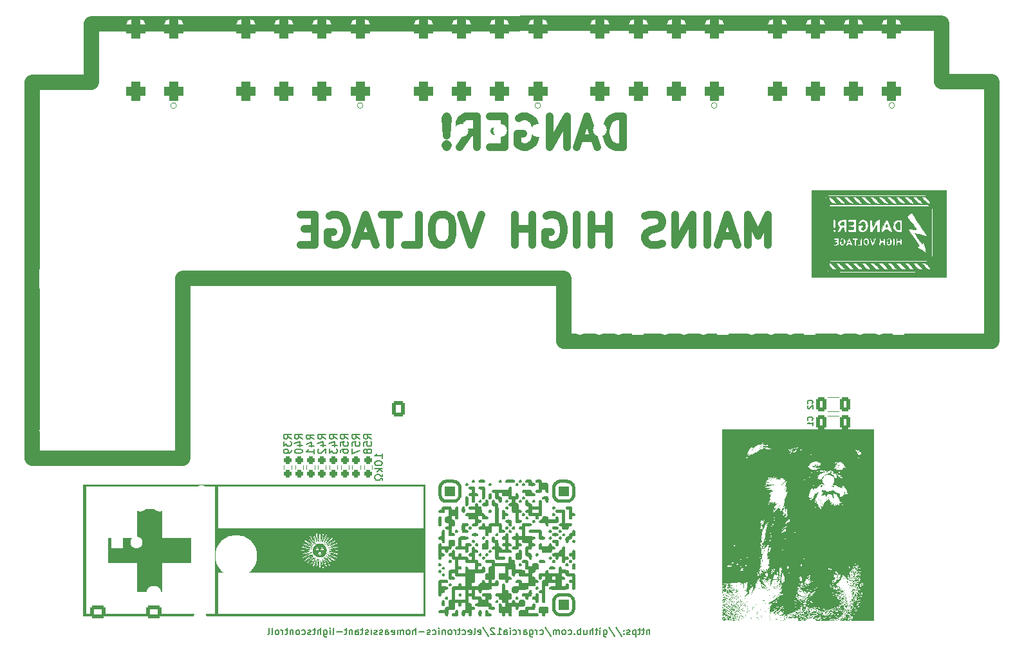
<source format=gbr>
%TF.GenerationSoftware,KiCad,Pcbnew,8.0.4*%
%TF.CreationDate,2024-11-14T02:45:49+01:00*%
%TF.ProjectId,hamodule,68616d6f-6475-46c6-952e-6b696361645f,20240908.25.8-2*%
%TF.SameCoordinates,Original*%
%TF.FileFunction,Legend,Bot*%
%TF.FilePolarity,Positive*%
%FSLAX46Y46*%
G04 Gerber Fmt 4.6, Leading zero omitted, Abs format (unit mm)*
G04 Created by KiCad (PCBNEW 8.0.4) date 2024-11-14 02:45:49*
%MOMM*%
%LPD*%
G01*
G04 APERTURE LIST*
G04 Aperture macros list*
%AMRoundRect*
0 Rectangle with rounded corners*
0 $1 Rounding radius*
0 $2 $3 $4 $5 $6 $7 $8 $9 X,Y pos of 4 corners*
0 Add a 4 corners polygon primitive as box body*
4,1,4,$2,$3,$4,$5,$6,$7,$8,$9,$2,$3,0*
0 Add four circle primitives for the rounded corners*
1,1,$1+$1,$2,$3*
1,1,$1+$1,$4,$5*
1,1,$1+$1,$6,$7*
1,1,$1+$1,$8,$9*
0 Add four rect primitives between the rounded corners*
20,1,$1+$1,$2,$3,$4,$5,0*
20,1,$1+$1,$4,$5,$6,$7,0*
20,1,$1+$1,$6,$7,$8,$9,0*
20,1,$1+$1,$8,$9,$2,$3,0*%
G04 Aperture macros list end*
%ADD10C,2.000000*%
%ADD11C,1.000000*%
%ADD12C,0.150000*%
%ADD13C,0.120000*%
%ADD14C,0.010000*%
%ADD15C,0.000000*%
%ADD16R,1.700000X1.700000*%
%ADD17O,1.700000X1.700000*%
%ADD18C,1.800000*%
%ADD19RoundRect,0.250000X0.750000X-0.600000X0.750000X0.600000X-0.750000X0.600000X-0.750000X-0.600000X0*%
%ADD20O,2.000000X1.700000*%
%ADD21R,2.500000X2.500000*%
%ADD22C,2.500000*%
%ADD23R,1.905000X2.000000*%
%ADD24O,1.905000X2.000000*%
%ADD25RoundRect,0.625000X0.625000X0.625000X-0.625000X0.625000X-0.625000X-0.625000X0.625000X-0.625000X0*%
%ADD26C,2.000000*%
%ADD27R,1.600000X2.400000*%
%ADD28O,1.600000X2.400000*%
%ADD29R,1.600000X1.600000*%
%ADD30C,1.600000*%
%ADD31R,2.000000X2.000000*%
%ADD32R,1.000000X1.000000*%
%ADD33C,0.650000*%
%ADD34O,1.000000X2.100000*%
%ADD35O,1.000000X1.600000*%
%ADD36RoundRect,0.250000X-0.600000X-0.725000X0.600000X-0.725000X0.600000X0.725000X-0.600000X0.725000X0*%
%ADD37O,1.700000X1.950000*%
%ADD38C,5.500000*%
%ADD39RoundRect,0.250000X0.412500X0.650000X-0.412500X0.650000X-0.412500X-0.650000X0.412500X-0.650000X0*%
%ADD40RoundRect,0.237500X-0.237500X0.250000X-0.237500X-0.250000X0.237500X-0.250000X0.237500X0.250000X0*%
G04 APERTURE END LIST*
D10*
X127787400Y39141400D02*
X71488800Y39136200D01*
X1524000Y23749000D02*
X1524000Y73318400D01*
X127774000Y73368400D02*
X127787400Y39141400D01*
X121224000Y81068400D02*
X121224000Y73368400D01*
X121224000Y73368400D02*
X127799000Y73368400D01*
X21324000Y47468400D02*
X21324000Y23749000D01*
X71488800Y39136200D02*
X71488800Y47468400D01*
X21324000Y23749000D02*
X1524000Y23749000D01*
X71488800Y47468400D02*
X21324000Y47468400D01*
X9374000Y81018400D02*
X121224000Y81068400D01*
X1524000Y73318400D02*
X9374000Y73318400D01*
X9374000Y81018400D02*
X9374000Y73318400D01*
D11*
X79310047Y64763100D02*
X79310047Y68763100D01*
X79310047Y68763100D02*
X78357666Y68763100D01*
X78357666Y68763100D02*
X77786237Y68572624D01*
X77786237Y68572624D02*
X77405285Y68191672D01*
X77405285Y68191672D02*
X77214808Y67810719D01*
X77214808Y67810719D02*
X77024332Y67048815D01*
X77024332Y67048815D02*
X77024332Y66477386D01*
X77024332Y66477386D02*
X77214808Y65715481D01*
X77214808Y65715481D02*
X77405285Y65334529D01*
X77405285Y65334529D02*
X77786237Y64953576D01*
X77786237Y64953576D02*
X78357666Y64763100D01*
X78357666Y64763100D02*
X79310047Y64763100D01*
X75500523Y65905957D02*
X73595761Y65905957D01*
X75881475Y64763100D02*
X74548142Y68763100D01*
X74548142Y68763100D02*
X73214808Y64763100D01*
X71881476Y64763100D02*
X71881476Y68763100D01*
X71881476Y68763100D02*
X69595761Y64763100D01*
X69595761Y64763100D02*
X69595761Y68763100D01*
X65595761Y68572624D02*
X65976714Y68763100D01*
X65976714Y68763100D02*
X66548142Y68763100D01*
X66548142Y68763100D02*
X67119571Y68572624D01*
X67119571Y68572624D02*
X67500523Y68191672D01*
X67500523Y68191672D02*
X67691000Y67810719D01*
X67691000Y67810719D02*
X67881476Y67048815D01*
X67881476Y67048815D02*
X67881476Y66477386D01*
X67881476Y66477386D02*
X67691000Y65715481D01*
X67691000Y65715481D02*
X67500523Y65334529D01*
X67500523Y65334529D02*
X67119571Y64953576D01*
X67119571Y64953576D02*
X66548142Y64763100D01*
X66548142Y64763100D02*
X66167190Y64763100D01*
X66167190Y64763100D02*
X65595761Y64953576D01*
X65595761Y64953576D02*
X65405285Y65144053D01*
X65405285Y65144053D02*
X65405285Y66477386D01*
X65405285Y66477386D02*
X66167190Y66477386D01*
X63691000Y66858338D02*
X62357666Y66858338D01*
X61786238Y64763100D02*
X63691000Y64763100D01*
X63691000Y64763100D02*
X63691000Y68763100D01*
X63691000Y68763100D02*
X61786238Y68763100D01*
X57786237Y64763100D02*
X59119571Y66667862D01*
X60071952Y64763100D02*
X60071952Y68763100D01*
X60071952Y68763100D02*
X58548142Y68763100D01*
X58548142Y68763100D02*
X58167190Y68572624D01*
X58167190Y68572624D02*
X57976713Y68382148D01*
X57976713Y68382148D02*
X57786237Y68001196D01*
X57786237Y68001196D02*
X57786237Y67429767D01*
X57786237Y67429767D02*
X57976713Y67048815D01*
X57976713Y67048815D02*
X58167190Y66858338D01*
X58167190Y66858338D02*
X58548142Y66667862D01*
X58548142Y66667862D02*
X60071952Y66667862D01*
X56071952Y65144053D02*
X55881475Y64953576D01*
X55881475Y64953576D02*
X56071952Y64763100D01*
X56071952Y64763100D02*
X56262428Y64953576D01*
X56262428Y64953576D02*
X56071952Y65144053D01*
X56071952Y65144053D02*
X56071952Y64763100D01*
X56071952Y66286910D02*
X56262428Y68572624D01*
X56262428Y68572624D02*
X56071952Y68763100D01*
X56071952Y68763100D02*
X55881475Y68572624D01*
X55881475Y68572624D02*
X56071952Y66286910D01*
X56071952Y66286910D02*
X56071952Y68763100D01*
X98357666Y51883548D02*
X98357666Y55883548D01*
X98357666Y55883548D02*
X97024332Y53026405D01*
X97024332Y53026405D02*
X95690999Y55883548D01*
X95690999Y55883548D02*
X95690999Y51883548D01*
X93976713Y53026405D02*
X92071951Y53026405D01*
X94357665Y51883548D02*
X93024332Y55883548D01*
X93024332Y55883548D02*
X91690998Y51883548D01*
X90357666Y51883548D02*
X90357666Y55883548D01*
X88452904Y51883548D02*
X88452904Y55883548D01*
X88452904Y55883548D02*
X86167189Y51883548D01*
X86167189Y51883548D02*
X86167189Y55883548D01*
X84452904Y52074024D02*
X83881475Y51883548D01*
X83881475Y51883548D02*
X82929094Y51883548D01*
X82929094Y51883548D02*
X82548142Y52074024D01*
X82548142Y52074024D02*
X82357666Y52264501D01*
X82357666Y52264501D02*
X82167189Y52645453D01*
X82167189Y52645453D02*
X82167189Y53026405D01*
X82167189Y53026405D02*
X82357666Y53407358D01*
X82357666Y53407358D02*
X82548142Y53597834D01*
X82548142Y53597834D02*
X82929094Y53788310D01*
X82929094Y53788310D02*
X83690999Y53978786D01*
X83690999Y53978786D02*
X84071951Y54169263D01*
X84071951Y54169263D02*
X84262428Y54359739D01*
X84262428Y54359739D02*
X84452904Y54740691D01*
X84452904Y54740691D02*
X84452904Y55121644D01*
X84452904Y55121644D02*
X84262428Y55502596D01*
X84262428Y55502596D02*
X84071951Y55693072D01*
X84071951Y55693072D02*
X83690999Y55883548D01*
X83690999Y55883548D02*
X82738618Y55883548D01*
X82738618Y55883548D02*
X82167189Y55693072D01*
X77405285Y51883548D02*
X77405285Y55883548D01*
X77405285Y53978786D02*
X75119570Y53978786D01*
X75119570Y51883548D02*
X75119570Y55883548D01*
X73214809Y51883548D02*
X73214809Y55883548D01*
X69214808Y55693072D02*
X69595761Y55883548D01*
X69595761Y55883548D02*
X70167189Y55883548D01*
X70167189Y55883548D02*
X70738618Y55693072D01*
X70738618Y55693072D02*
X71119570Y55312120D01*
X71119570Y55312120D02*
X71310047Y54931167D01*
X71310047Y54931167D02*
X71500523Y54169263D01*
X71500523Y54169263D02*
X71500523Y53597834D01*
X71500523Y53597834D02*
X71310047Y52835929D01*
X71310047Y52835929D02*
X71119570Y52454977D01*
X71119570Y52454977D02*
X70738618Y52074024D01*
X70738618Y52074024D02*
X70167189Y51883548D01*
X70167189Y51883548D02*
X69786237Y51883548D01*
X69786237Y51883548D02*
X69214808Y52074024D01*
X69214808Y52074024D02*
X69024332Y52264501D01*
X69024332Y52264501D02*
X69024332Y53597834D01*
X69024332Y53597834D02*
X69786237Y53597834D01*
X67310047Y51883548D02*
X67310047Y55883548D01*
X67310047Y53978786D02*
X65024332Y53978786D01*
X65024332Y51883548D02*
X65024332Y55883548D01*
X60643380Y55883548D02*
X59310047Y51883548D01*
X59310047Y51883548D02*
X57976713Y55883548D01*
X55881476Y55883548D02*
X55119571Y55883548D01*
X55119571Y55883548D02*
X54738619Y55693072D01*
X54738619Y55693072D02*
X54357666Y55312120D01*
X54357666Y55312120D02*
X54167190Y54550215D01*
X54167190Y54550215D02*
X54167190Y53216882D01*
X54167190Y53216882D02*
X54357666Y52454977D01*
X54357666Y52454977D02*
X54738619Y52074024D01*
X54738619Y52074024D02*
X55119571Y51883548D01*
X55119571Y51883548D02*
X55881476Y51883548D01*
X55881476Y51883548D02*
X56262428Y52074024D01*
X56262428Y52074024D02*
X56643381Y52454977D01*
X56643381Y52454977D02*
X56833857Y53216882D01*
X56833857Y53216882D02*
X56833857Y54550215D01*
X56833857Y54550215D02*
X56643381Y55312120D01*
X56643381Y55312120D02*
X56262428Y55693072D01*
X56262428Y55693072D02*
X55881476Y55883548D01*
X50548143Y51883548D02*
X52452905Y51883548D01*
X52452905Y51883548D02*
X52452905Y55883548D01*
X49786238Y55883548D02*
X47500524Y55883548D01*
X48643381Y51883548D02*
X48643381Y55883548D01*
X46357667Y53026405D02*
X44452905Y53026405D01*
X46738619Y51883548D02*
X45405286Y55883548D01*
X45405286Y55883548D02*
X44071952Y51883548D01*
X40643381Y55693072D02*
X41024334Y55883548D01*
X41024334Y55883548D02*
X41595762Y55883548D01*
X41595762Y55883548D02*
X42167191Y55693072D01*
X42167191Y55693072D02*
X42548143Y55312120D01*
X42548143Y55312120D02*
X42738620Y54931167D01*
X42738620Y54931167D02*
X42929096Y54169263D01*
X42929096Y54169263D02*
X42929096Y53597834D01*
X42929096Y53597834D02*
X42738620Y52835929D01*
X42738620Y52835929D02*
X42548143Y52454977D01*
X42548143Y52454977D02*
X42167191Y52074024D01*
X42167191Y52074024D02*
X41595762Y51883548D01*
X41595762Y51883548D02*
X41214810Y51883548D01*
X41214810Y51883548D02*
X40643381Y52074024D01*
X40643381Y52074024D02*
X40452905Y52264501D01*
X40452905Y52264501D02*
X40452905Y53597834D01*
X40452905Y53597834D02*
X41214810Y53597834D01*
X38738620Y53978786D02*
X37405286Y53978786D01*
X36833858Y51883548D02*
X38738620Y51883548D01*
X38738620Y51883548D02*
X38738620Y55883548D01*
X38738620Y55883548D02*
X36833858Y55883548D01*
D12*
X82780233Y531243D02*
X82780233Y1431243D01*
X82394519Y531243D02*
X82394519Y1002672D01*
X82394519Y1002672D02*
X82437376Y1088386D01*
X82437376Y1088386D02*
X82523090Y1131243D01*
X82523090Y1131243D02*
X82651661Y1131243D01*
X82651661Y1131243D02*
X82737376Y1088386D01*
X82737376Y1088386D02*
X82780233Y1045529D01*
X82094518Y1131243D02*
X81751661Y1131243D01*
X81965947Y1431243D02*
X81965947Y659815D01*
X81965947Y659815D02*
X81923090Y574100D01*
X81923090Y574100D02*
X81837375Y531243D01*
X81837375Y531243D02*
X81751661Y531243D01*
X81580232Y1131243D02*
X81237375Y1131243D01*
X81451661Y1431243D02*
X81451661Y659815D01*
X81451661Y659815D02*
X81408804Y574100D01*
X81408804Y574100D02*
X81323089Y531243D01*
X81323089Y531243D02*
X81237375Y531243D01*
X80937375Y1131243D02*
X80937375Y231243D01*
X80937375Y1088386D02*
X80851661Y1131243D01*
X80851661Y1131243D02*
X80680232Y1131243D01*
X80680232Y1131243D02*
X80594518Y1088386D01*
X80594518Y1088386D02*
X80551661Y1045529D01*
X80551661Y1045529D02*
X80508803Y959815D01*
X80508803Y959815D02*
X80508803Y702672D01*
X80508803Y702672D02*
X80551661Y616958D01*
X80551661Y616958D02*
X80594518Y574100D01*
X80594518Y574100D02*
X80680232Y531243D01*
X80680232Y531243D02*
X80851661Y531243D01*
X80851661Y531243D02*
X80937375Y574100D01*
X80165946Y574100D02*
X80080232Y531243D01*
X80080232Y531243D02*
X79908803Y531243D01*
X79908803Y531243D02*
X79823089Y574100D01*
X79823089Y574100D02*
X79780232Y659815D01*
X79780232Y659815D02*
X79780232Y702672D01*
X79780232Y702672D02*
X79823089Y788386D01*
X79823089Y788386D02*
X79908803Y831243D01*
X79908803Y831243D02*
X80037375Y831243D01*
X80037375Y831243D02*
X80123089Y874100D01*
X80123089Y874100D02*
X80165946Y959815D01*
X80165946Y959815D02*
X80165946Y1002672D01*
X80165946Y1002672D02*
X80123089Y1088386D01*
X80123089Y1088386D02*
X80037375Y1131243D01*
X80037375Y1131243D02*
X79908803Y1131243D01*
X79908803Y1131243D02*
X79823089Y1088386D01*
X79394518Y616958D02*
X79351661Y574100D01*
X79351661Y574100D02*
X79394518Y531243D01*
X79394518Y531243D02*
X79437375Y574100D01*
X79437375Y574100D02*
X79394518Y616958D01*
X79394518Y616958D02*
X79394518Y531243D01*
X79394518Y1088386D02*
X79351661Y1045529D01*
X79351661Y1045529D02*
X79394518Y1002672D01*
X79394518Y1002672D02*
X79437375Y1045529D01*
X79437375Y1045529D02*
X79394518Y1088386D01*
X79394518Y1088386D02*
X79394518Y1002672D01*
X78323090Y1474100D02*
X79094518Y316958D01*
X77380233Y1474100D02*
X78151661Y316958D01*
X76694519Y1131243D02*
X76694519Y402672D01*
X76694519Y402672D02*
X76737376Y316958D01*
X76737376Y316958D02*
X76780233Y274100D01*
X76780233Y274100D02*
X76865947Y231243D01*
X76865947Y231243D02*
X76994519Y231243D01*
X76994519Y231243D02*
X77080233Y274100D01*
X76694519Y574100D02*
X76780233Y531243D01*
X76780233Y531243D02*
X76951661Y531243D01*
X76951661Y531243D02*
X77037376Y574100D01*
X77037376Y574100D02*
X77080233Y616958D01*
X77080233Y616958D02*
X77123090Y702672D01*
X77123090Y702672D02*
X77123090Y959815D01*
X77123090Y959815D02*
X77080233Y1045529D01*
X77080233Y1045529D02*
X77037376Y1088386D01*
X77037376Y1088386D02*
X76951661Y1131243D01*
X76951661Y1131243D02*
X76780233Y1131243D01*
X76780233Y1131243D02*
X76694519Y1088386D01*
X76265947Y531243D02*
X76265947Y1131243D01*
X76265947Y1431243D02*
X76308804Y1388386D01*
X76308804Y1388386D02*
X76265947Y1345529D01*
X76265947Y1345529D02*
X76223090Y1388386D01*
X76223090Y1388386D02*
X76265947Y1431243D01*
X76265947Y1431243D02*
X76265947Y1345529D01*
X75965947Y1131243D02*
X75623090Y1131243D01*
X75837376Y1431243D02*
X75837376Y659815D01*
X75837376Y659815D02*
X75794519Y574100D01*
X75794519Y574100D02*
X75708804Y531243D01*
X75708804Y531243D02*
X75623090Y531243D01*
X75323090Y531243D02*
X75323090Y1431243D01*
X74937376Y531243D02*
X74937376Y1002672D01*
X74937376Y1002672D02*
X74980233Y1088386D01*
X74980233Y1088386D02*
X75065947Y1131243D01*
X75065947Y1131243D02*
X75194518Y1131243D01*
X75194518Y1131243D02*
X75280233Y1088386D01*
X75280233Y1088386D02*
X75323090Y1045529D01*
X74123090Y1131243D02*
X74123090Y531243D01*
X74508804Y1131243D02*
X74508804Y659815D01*
X74508804Y659815D02*
X74465947Y574100D01*
X74465947Y574100D02*
X74380232Y531243D01*
X74380232Y531243D02*
X74251661Y531243D01*
X74251661Y531243D02*
X74165947Y574100D01*
X74165947Y574100D02*
X74123090Y616958D01*
X73694518Y531243D02*
X73694518Y1431243D01*
X73694518Y1088386D02*
X73608804Y1131243D01*
X73608804Y1131243D02*
X73437375Y1131243D01*
X73437375Y1131243D02*
X73351661Y1088386D01*
X73351661Y1088386D02*
X73308804Y1045529D01*
X73308804Y1045529D02*
X73265946Y959815D01*
X73265946Y959815D02*
X73265946Y702672D01*
X73265946Y702672D02*
X73308804Y616958D01*
X73308804Y616958D02*
X73351661Y574100D01*
X73351661Y574100D02*
X73437375Y531243D01*
X73437375Y531243D02*
X73608804Y531243D01*
X73608804Y531243D02*
X73694518Y574100D01*
X72880232Y616958D02*
X72837375Y574100D01*
X72837375Y574100D02*
X72880232Y531243D01*
X72880232Y531243D02*
X72923089Y574100D01*
X72923089Y574100D02*
X72880232Y616958D01*
X72880232Y616958D02*
X72880232Y531243D01*
X72065947Y574100D02*
X72151661Y531243D01*
X72151661Y531243D02*
X72323089Y531243D01*
X72323089Y531243D02*
X72408804Y574100D01*
X72408804Y574100D02*
X72451661Y616958D01*
X72451661Y616958D02*
X72494518Y702672D01*
X72494518Y702672D02*
X72494518Y959815D01*
X72494518Y959815D02*
X72451661Y1045529D01*
X72451661Y1045529D02*
X72408804Y1088386D01*
X72408804Y1088386D02*
X72323089Y1131243D01*
X72323089Y1131243D02*
X72151661Y1131243D01*
X72151661Y1131243D02*
X72065947Y1088386D01*
X71551660Y531243D02*
X71637375Y574100D01*
X71637375Y574100D02*
X71680232Y616958D01*
X71680232Y616958D02*
X71723089Y702672D01*
X71723089Y702672D02*
X71723089Y959815D01*
X71723089Y959815D02*
X71680232Y1045529D01*
X71680232Y1045529D02*
X71637375Y1088386D01*
X71637375Y1088386D02*
X71551660Y1131243D01*
X71551660Y1131243D02*
X71423089Y1131243D01*
X71423089Y1131243D02*
X71337375Y1088386D01*
X71337375Y1088386D02*
X71294518Y1045529D01*
X71294518Y1045529D02*
X71251660Y959815D01*
X71251660Y959815D02*
X71251660Y702672D01*
X71251660Y702672D02*
X71294518Y616958D01*
X71294518Y616958D02*
X71337375Y574100D01*
X71337375Y574100D02*
X71423089Y531243D01*
X71423089Y531243D02*
X71551660Y531243D01*
X70865946Y531243D02*
X70865946Y1131243D01*
X70865946Y1045529D02*
X70823089Y1088386D01*
X70823089Y1088386D02*
X70737374Y1131243D01*
X70737374Y1131243D02*
X70608803Y1131243D01*
X70608803Y1131243D02*
X70523089Y1088386D01*
X70523089Y1088386D02*
X70480232Y1002672D01*
X70480232Y1002672D02*
X70480232Y531243D01*
X70480232Y1002672D02*
X70437374Y1088386D01*
X70437374Y1088386D02*
X70351660Y1131243D01*
X70351660Y1131243D02*
X70223089Y1131243D01*
X70223089Y1131243D02*
X70137374Y1088386D01*
X70137374Y1088386D02*
X70094517Y1002672D01*
X70094517Y1002672D02*
X70094517Y531243D01*
X69023089Y1474100D02*
X69794517Y316958D01*
X68337375Y574100D02*
X68423089Y531243D01*
X68423089Y531243D02*
X68594517Y531243D01*
X68594517Y531243D02*
X68680232Y574100D01*
X68680232Y574100D02*
X68723089Y616958D01*
X68723089Y616958D02*
X68765946Y702672D01*
X68765946Y702672D02*
X68765946Y959815D01*
X68765946Y959815D02*
X68723089Y1045529D01*
X68723089Y1045529D02*
X68680232Y1088386D01*
X68680232Y1088386D02*
X68594517Y1131243D01*
X68594517Y1131243D02*
X68423089Y1131243D01*
X68423089Y1131243D02*
X68337375Y1088386D01*
X67951660Y531243D02*
X67951660Y1131243D01*
X67951660Y959815D02*
X67908803Y1045529D01*
X67908803Y1045529D02*
X67865946Y1088386D01*
X67865946Y1088386D02*
X67780231Y1131243D01*
X67780231Y1131243D02*
X67694517Y1131243D01*
X67008803Y1131243D02*
X67008803Y402672D01*
X67008803Y402672D02*
X67051660Y316958D01*
X67051660Y316958D02*
X67094517Y274100D01*
X67094517Y274100D02*
X67180231Y231243D01*
X67180231Y231243D02*
X67308803Y231243D01*
X67308803Y231243D02*
X67394517Y274100D01*
X67008803Y574100D02*
X67094517Y531243D01*
X67094517Y531243D02*
X67265945Y531243D01*
X67265945Y531243D02*
X67351660Y574100D01*
X67351660Y574100D02*
X67394517Y616958D01*
X67394517Y616958D02*
X67437374Y702672D01*
X67437374Y702672D02*
X67437374Y959815D01*
X67437374Y959815D02*
X67394517Y1045529D01*
X67394517Y1045529D02*
X67351660Y1088386D01*
X67351660Y1088386D02*
X67265945Y1131243D01*
X67265945Y1131243D02*
X67094517Y1131243D01*
X67094517Y1131243D02*
X67008803Y1088386D01*
X66194517Y531243D02*
X66194517Y1002672D01*
X66194517Y1002672D02*
X66237374Y1088386D01*
X66237374Y1088386D02*
X66323088Y1131243D01*
X66323088Y1131243D02*
X66494517Y1131243D01*
X66494517Y1131243D02*
X66580231Y1088386D01*
X66194517Y574100D02*
X66280231Y531243D01*
X66280231Y531243D02*
X66494517Y531243D01*
X66494517Y531243D02*
X66580231Y574100D01*
X66580231Y574100D02*
X66623088Y659815D01*
X66623088Y659815D02*
X66623088Y745529D01*
X66623088Y745529D02*
X66580231Y831243D01*
X66580231Y831243D02*
X66494517Y874100D01*
X66494517Y874100D02*
X66280231Y874100D01*
X66280231Y874100D02*
X66194517Y916958D01*
X65765945Y531243D02*
X65765945Y1131243D01*
X65765945Y959815D02*
X65723088Y1045529D01*
X65723088Y1045529D02*
X65680231Y1088386D01*
X65680231Y1088386D02*
X65594516Y1131243D01*
X65594516Y1131243D02*
X65508802Y1131243D01*
X64823088Y574100D02*
X64908802Y531243D01*
X64908802Y531243D02*
X65080230Y531243D01*
X65080230Y531243D02*
X65165945Y574100D01*
X65165945Y574100D02*
X65208802Y616958D01*
X65208802Y616958D02*
X65251659Y702672D01*
X65251659Y702672D02*
X65251659Y959815D01*
X65251659Y959815D02*
X65208802Y1045529D01*
X65208802Y1045529D02*
X65165945Y1088386D01*
X65165945Y1088386D02*
X65080230Y1131243D01*
X65080230Y1131243D02*
X64908802Y1131243D01*
X64908802Y1131243D02*
X64823088Y1088386D01*
X64437373Y531243D02*
X64437373Y1131243D01*
X64437373Y1431243D02*
X64480230Y1388386D01*
X64480230Y1388386D02*
X64437373Y1345529D01*
X64437373Y1345529D02*
X64394516Y1388386D01*
X64394516Y1388386D02*
X64437373Y1431243D01*
X64437373Y1431243D02*
X64437373Y1345529D01*
X63623088Y531243D02*
X63623088Y1002672D01*
X63623088Y1002672D02*
X63665945Y1088386D01*
X63665945Y1088386D02*
X63751659Y1131243D01*
X63751659Y1131243D02*
X63923088Y1131243D01*
X63923088Y1131243D02*
X64008802Y1088386D01*
X63623088Y574100D02*
X63708802Y531243D01*
X63708802Y531243D02*
X63923088Y531243D01*
X63923088Y531243D02*
X64008802Y574100D01*
X64008802Y574100D02*
X64051659Y659815D01*
X64051659Y659815D02*
X64051659Y745529D01*
X64051659Y745529D02*
X64008802Y831243D01*
X64008802Y831243D02*
X63923088Y874100D01*
X63923088Y874100D02*
X63708802Y874100D01*
X63708802Y874100D02*
X63623088Y916958D01*
X62723087Y531243D02*
X63237373Y531243D01*
X62980230Y531243D02*
X62980230Y1431243D01*
X62980230Y1431243D02*
X63065944Y1302672D01*
X63065944Y1302672D02*
X63151659Y1216958D01*
X63151659Y1216958D02*
X63237373Y1174100D01*
X62380230Y1345529D02*
X62337373Y1388386D01*
X62337373Y1388386D02*
X62251659Y1431243D01*
X62251659Y1431243D02*
X62037373Y1431243D01*
X62037373Y1431243D02*
X61951659Y1388386D01*
X61951659Y1388386D02*
X61908801Y1345529D01*
X61908801Y1345529D02*
X61865944Y1259815D01*
X61865944Y1259815D02*
X61865944Y1174100D01*
X61865944Y1174100D02*
X61908801Y1045529D01*
X61908801Y1045529D02*
X62423087Y531243D01*
X62423087Y531243D02*
X61865944Y531243D01*
X60837373Y1474100D02*
X61608801Y316958D01*
X60194516Y574100D02*
X60280230Y531243D01*
X60280230Y531243D02*
X60451659Y531243D01*
X60451659Y531243D02*
X60537373Y574100D01*
X60537373Y574100D02*
X60580230Y659815D01*
X60580230Y659815D02*
X60580230Y1002672D01*
X60580230Y1002672D02*
X60537373Y1088386D01*
X60537373Y1088386D02*
X60451659Y1131243D01*
X60451659Y1131243D02*
X60280230Y1131243D01*
X60280230Y1131243D02*
X60194516Y1088386D01*
X60194516Y1088386D02*
X60151659Y1002672D01*
X60151659Y1002672D02*
X60151659Y916958D01*
X60151659Y916958D02*
X60580230Y831243D01*
X59637372Y531243D02*
X59723087Y574100D01*
X59723087Y574100D02*
X59765944Y659815D01*
X59765944Y659815D02*
X59765944Y1431243D01*
X58951658Y574100D02*
X59037372Y531243D01*
X59037372Y531243D02*
X59208801Y531243D01*
X59208801Y531243D02*
X59294515Y574100D01*
X59294515Y574100D02*
X59337372Y659815D01*
X59337372Y659815D02*
X59337372Y1002672D01*
X59337372Y1002672D02*
X59294515Y1088386D01*
X59294515Y1088386D02*
X59208801Y1131243D01*
X59208801Y1131243D02*
X59037372Y1131243D01*
X59037372Y1131243D02*
X58951658Y1088386D01*
X58951658Y1088386D02*
X58908801Y1002672D01*
X58908801Y1002672D02*
X58908801Y916958D01*
X58908801Y916958D02*
X59337372Y831243D01*
X58137372Y574100D02*
X58223086Y531243D01*
X58223086Y531243D02*
X58394514Y531243D01*
X58394514Y531243D02*
X58480229Y574100D01*
X58480229Y574100D02*
X58523086Y616958D01*
X58523086Y616958D02*
X58565943Y702672D01*
X58565943Y702672D02*
X58565943Y959815D01*
X58565943Y959815D02*
X58523086Y1045529D01*
X58523086Y1045529D02*
X58480229Y1088386D01*
X58480229Y1088386D02*
X58394514Y1131243D01*
X58394514Y1131243D02*
X58223086Y1131243D01*
X58223086Y1131243D02*
X58137372Y1088386D01*
X57880228Y1131243D02*
X57537371Y1131243D01*
X57751657Y1431243D02*
X57751657Y659815D01*
X57751657Y659815D02*
X57708800Y574100D01*
X57708800Y574100D02*
X57623085Y531243D01*
X57623085Y531243D02*
X57537371Y531243D01*
X57237371Y531243D02*
X57237371Y1131243D01*
X57237371Y959815D02*
X57194514Y1045529D01*
X57194514Y1045529D02*
X57151657Y1088386D01*
X57151657Y1088386D02*
X57065942Y1131243D01*
X57065942Y1131243D02*
X56980228Y1131243D01*
X56551656Y531243D02*
X56637371Y574100D01*
X56637371Y574100D02*
X56680228Y616958D01*
X56680228Y616958D02*
X56723085Y702672D01*
X56723085Y702672D02*
X56723085Y959815D01*
X56723085Y959815D02*
X56680228Y1045529D01*
X56680228Y1045529D02*
X56637371Y1088386D01*
X56637371Y1088386D02*
X56551656Y1131243D01*
X56551656Y1131243D02*
X56423085Y1131243D01*
X56423085Y1131243D02*
X56337371Y1088386D01*
X56337371Y1088386D02*
X56294514Y1045529D01*
X56294514Y1045529D02*
X56251656Y959815D01*
X56251656Y959815D02*
X56251656Y702672D01*
X56251656Y702672D02*
X56294514Y616958D01*
X56294514Y616958D02*
X56337371Y574100D01*
X56337371Y574100D02*
X56423085Y531243D01*
X56423085Y531243D02*
X56551656Y531243D01*
X55865942Y1131243D02*
X55865942Y531243D01*
X55865942Y1045529D02*
X55823085Y1088386D01*
X55823085Y1088386D02*
X55737370Y1131243D01*
X55737370Y1131243D02*
X55608799Y1131243D01*
X55608799Y1131243D02*
X55523085Y1088386D01*
X55523085Y1088386D02*
X55480228Y1002672D01*
X55480228Y1002672D02*
X55480228Y531243D01*
X55051656Y531243D02*
X55051656Y1131243D01*
X55051656Y1431243D02*
X55094513Y1388386D01*
X55094513Y1388386D02*
X55051656Y1345529D01*
X55051656Y1345529D02*
X55008799Y1388386D01*
X55008799Y1388386D02*
X55051656Y1431243D01*
X55051656Y1431243D02*
X55051656Y1345529D01*
X54237371Y574100D02*
X54323085Y531243D01*
X54323085Y531243D02*
X54494513Y531243D01*
X54494513Y531243D02*
X54580228Y574100D01*
X54580228Y574100D02*
X54623085Y616958D01*
X54623085Y616958D02*
X54665942Y702672D01*
X54665942Y702672D02*
X54665942Y959815D01*
X54665942Y959815D02*
X54623085Y1045529D01*
X54623085Y1045529D02*
X54580228Y1088386D01*
X54580228Y1088386D02*
X54494513Y1131243D01*
X54494513Y1131243D02*
X54323085Y1131243D01*
X54323085Y1131243D02*
X54237371Y1088386D01*
X53894513Y574100D02*
X53808799Y531243D01*
X53808799Y531243D02*
X53637370Y531243D01*
X53637370Y531243D02*
X53551656Y574100D01*
X53551656Y574100D02*
X53508799Y659815D01*
X53508799Y659815D02*
X53508799Y702672D01*
X53508799Y702672D02*
X53551656Y788386D01*
X53551656Y788386D02*
X53637370Y831243D01*
X53637370Y831243D02*
X53765942Y831243D01*
X53765942Y831243D02*
X53851656Y874100D01*
X53851656Y874100D02*
X53894513Y959815D01*
X53894513Y959815D02*
X53894513Y1002672D01*
X53894513Y1002672D02*
X53851656Y1088386D01*
X53851656Y1088386D02*
X53765942Y1131243D01*
X53765942Y1131243D02*
X53637370Y1131243D01*
X53637370Y1131243D02*
X53551656Y1088386D01*
X53123085Y874100D02*
X52437371Y874100D01*
X52008799Y531243D02*
X52008799Y1431243D01*
X51623085Y531243D02*
X51623085Y1002672D01*
X51623085Y1002672D02*
X51665942Y1088386D01*
X51665942Y1088386D02*
X51751656Y1131243D01*
X51751656Y1131243D02*
X51880227Y1131243D01*
X51880227Y1131243D02*
X51965942Y1088386D01*
X51965942Y1088386D02*
X52008799Y1045529D01*
X51065941Y531243D02*
X51151656Y574100D01*
X51151656Y574100D02*
X51194513Y616958D01*
X51194513Y616958D02*
X51237370Y702672D01*
X51237370Y702672D02*
X51237370Y959815D01*
X51237370Y959815D02*
X51194513Y1045529D01*
X51194513Y1045529D02*
X51151656Y1088386D01*
X51151656Y1088386D02*
X51065941Y1131243D01*
X51065941Y1131243D02*
X50937370Y1131243D01*
X50937370Y1131243D02*
X50851656Y1088386D01*
X50851656Y1088386D02*
X50808799Y1045529D01*
X50808799Y1045529D02*
X50765941Y959815D01*
X50765941Y959815D02*
X50765941Y702672D01*
X50765941Y702672D02*
X50808799Y616958D01*
X50808799Y616958D02*
X50851656Y574100D01*
X50851656Y574100D02*
X50937370Y531243D01*
X50937370Y531243D02*
X51065941Y531243D01*
X50380227Y531243D02*
X50380227Y1131243D01*
X50380227Y1045529D02*
X50337370Y1088386D01*
X50337370Y1088386D02*
X50251655Y1131243D01*
X50251655Y1131243D02*
X50123084Y1131243D01*
X50123084Y1131243D02*
X50037370Y1088386D01*
X50037370Y1088386D02*
X49994513Y1002672D01*
X49994513Y1002672D02*
X49994513Y531243D01*
X49994513Y1002672D02*
X49951655Y1088386D01*
X49951655Y1088386D02*
X49865941Y1131243D01*
X49865941Y1131243D02*
X49737370Y1131243D01*
X49737370Y1131243D02*
X49651655Y1088386D01*
X49651655Y1088386D02*
X49608798Y1002672D01*
X49608798Y1002672D02*
X49608798Y531243D01*
X48837370Y574100D02*
X48923084Y531243D01*
X48923084Y531243D02*
X49094513Y531243D01*
X49094513Y531243D02*
X49180227Y574100D01*
X49180227Y574100D02*
X49223084Y659815D01*
X49223084Y659815D02*
X49223084Y1002672D01*
X49223084Y1002672D02*
X49180227Y1088386D01*
X49180227Y1088386D02*
X49094513Y1131243D01*
X49094513Y1131243D02*
X48923084Y1131243D01*
X48923084Y1131243D02*
X48837370Y1088386D01*
X48837370Y1088386D02*
X48794513Y1002672D01*
X48794513Y1002672D02*
X48794513Y916958D01*
X48794513Y916958D02*
X49223084Y831243D01*
X48023084Y531243D02*
X48023084Y1002672D01*
X48023084Y1002672D02*
X48065941Y1088386D01*
X48065941Y1088386D02*
X48151655Y1131243D01*
X48151655Y1131243D02*
X48323084Y1131243D01*
X48323084Y1131243D02*
X48408798Y1088386D01*
X48023084Y574100D02*
X48108798Y531243D01*
X48108798Y531243D02*
X48323084Y531243D01*
X48323084Y531243D02*
X48408798Y574100D01*
X48408798Y574100D02*
X48451655Y659815D01*
X48451655Y659815D02*
X48451655Y745529D01*
X48451655Y745529D02*
X48408798Y831243D01*
X48408798Y831243D02*
X48323084Y874100D01*
X48323084Y874100D02*
X48108798Y874100D01*
X48108798Y874100D02*
X48023084Y916958D01*
X47637369Y574100D02*
X47551655Y531243D01*
X47551655Y531243D02*
X47380226Y531243D01*
X47380226Y531243D02*
X47294512Y574100D01*
X47294512Y574100D02*
X47251655Y659815D01*
X47251655Y659815D02*
X47251655Y702672D01*
X47251655Y702672D02*
X47294512Y788386D01*
X47294512Y788386D02*
X47380226Y831243D01*
X47380226Y831243D02*
X47508798Y831243D01*
X47508798Y831243D02*
X47594512Y874100D01*
X47594512Y874100D02*
X47637369Y959815D01*
X47637369Y959815D02*
X47637369Y1002672D01*
X47637369Y1002672D02*
X47594512Y1088386D01*
X47594512Y1088386D02*
X47508798Y1131243D01*
X47508798Y1131243D02*
X47380226Y1131243D01*
X47380226Y1131243D02*
X47294512Y1088386D01*
X46908798Y574100D02*
X46823084Y531243D01*
X46823084Y531243D02*
X46651655Y531243D01*
X46651655Y531243D02*
X46565941Y574100D01*
X46565941Y574100D02*
X46523084Y659815D01*
X46523084Y659815D02*
X46523084Y702672D01*
X46523084Y702672D02*
X46565941Y788386D01*
X46565941Y788386D02*
X46651655Y831243D01*
X46651655Y831243D02*
X46780227Y831243D01*
X46780227Y831243D02*
X46865941Y874100D01*
X46865941Y874100D02*
X46908798Y959815D01*
X46908798Y959815D02*
X46908798Y1002672D01*
X46908798Y1002672D02*
X46865941Y1088386D01*
X46865941Y1088386D02*
X46780227Y1131243D01*
X46780227Y1131243D02*
X46651655Y1131243D01*
X46651655Y1131243D02*
X46565941Y1088386D01*
X46137370Y531243D02*
X46137370Y1131243D01*
X46137370Y1431243D02*
X46180227Y1388386D01*
X46180227Y1388386D02*
X46137370Y1345529D01*
X46137370Y1345529D02*
X46094513Y1388386D01*
X46094513Y1388386D02*
X46137370Y1431243D01*
X46137370Y1431243D02*
X46137370Y1345529D01*
X45751656Y574100D02*
X45665942Y531243D01*
X45665942Y531243D02*
X45494513Y531243D01*
X45494513Y531243D02*
X45408799Y574100D01*
X45408799Y574100D02*
X45365942Y659815D01*
X45365942Y659815D02*
X45365942Y702672D01*
X45365942Y702672D02*
X45408799Y788386D01*
X45408799Y788386D02*
X45494513Y831243D01*
X45494513Y831243D02*
X45623085Y831243D01*
X45623085Y831243D02*
X45708799Y874100D01*
X45708799Y874100D02*
X45751656Y959815D01*
X45751656Y959815D02*
X45751656Y1002672D01*
X45751656Y1002672D02*
X45708799Y1088386D01*
X45708799Y1088386D02*
X45623085Y1131243D01*
X45623085Y1131243D02*
X45494513Y1131243D01*
X45494513Y1131243D02*
X45408799Y1088386D01*
X45108799Y1131243D02*
X44765942Y1131243D01*
X44980228Y1431243D02*
X44980228Y659815D01*
X44980228Y659815D02*
X44937371Y574100D01*
X44937371Y574100D02*
X44851656Y531243D01*
X44851656Y531243D02*
X44765942Y531243D01*
X44080228Y531243D02*
X44080228Y1002672D01*
X44080228Y1002672D02*
X44123085Y1088386D01*
X44123085Y1088386D02*
X44208799Y1131243D01*
X44208799Y1131243D02*
X44380228Y1131243D01*
X44380228Y1131243D02*
X44465942Y1088386D01*
X44080228Y574100D02*
X44165942Y531243D01*
X44165942Y531243D02*
X44380228Y531243D01*
X44380228Y531243D02*
X44465942Y574100D01*
X44465942Y574100D02*
X44508799Y659815D01*
X44508799Y659815D02*
X44508799Y745529D01*
X44508799Y745529D02*
X44465942Y831243D01*
X44465942Y831243D02*
X44380228Y874100D01*
X44380228Y874100D02*
X44165942Y874100D01*
X44165942Y874100D02*
X44080228Y916958D01*
X43651656Y1131243D02*
X43651656Y531243D01*
X43651656Y1045529D02*
X43608799Y1088386D01*
X43608799Y1088386D02*
X43523084Y1131243D01*
X43523084Y1131243D02*
X43394513Y1131243D01*
X43394513Y1131243D02*
X43308799Y1088386D01*
X43308799Y1088386D02*
X43265942Y1002672D01*
X43265942Y1002672D02*
X43265942Y531243D01*
X42965941Y1131243D02*
X42623084Y1131243D01*
X42837370Y1431243D02*
X42837370Y659815D01*
X42837370Y659815D02*
X42794513Y574100D01*
X42794513Y574100D02*
X42708798Y531243D01*
X42708798Y531243D02*
X42623084Y531243D01*
X42323084Y874100D02*
X41637370Y874100D01*
X41080226Y531243D02*
X41165941Y574100D01*
X41165941Y574100D02*
X41208798Y659815D01*
X41208798Y659815D02*
X41208798Y1431243D01*
X40737369Y531243D02*
X40737369Y1131243D01*
X40737369Y1431243D02*
X40780226Y1388386D01*
X40780226Y1388386D02*
X40737369Y1345529D01*
X40737369Y1345529D02*
X40694512Y1388386D01*
X40694512Y1388386D02*
X40737369Y1431243D01*
X40737369Y1431243D02*
X40737369Y1345529D01*
X39923084Y1131243D02*
X39923084Y402672D01*
X39923084Y402672D02*
X39965941Y316958D01*
X39965941Y316958D02*
X40008798Y274100D01*
X40008798Y274100D02*
X40094512Y231243D01*
X40094512Y231243D02*
X40223084Y231243D01*
X40223084Y231243D02*
X40308798Y274100D01*
X39923084Y574100D02*
X40008798Y531243D01*
X40008798Y531243D02*
X40180226Y531243D01*
X40180226Y531243D02*
X40265941Y574100D01*
X40265941Y574100D02*
X40308798Y616958D01*
X40308798Y616958D02*
X40351655Y702672D01*
X40351655Y702672D02*
X40351655Y959815D01*
X40351655Y959815D02*
X40308798Y1045529D01*
X40308798Y1045529D02*
X40265941Y1088386D01*
X40265941Y1088386D02*
X40180226Y1131243D01*
X40180226Y1131243D02*
X40008798Y1131243D01*
X40008798Y1131243D02*
X39923084Y1088386D01*
X39494512Y531243D02*
X39494512Y1431243D01*
X39108798Y531243D02*
X39108798Y1002672D01*
X39108798Y1002672D02*
X39151655Y1088386D01*
X39151655Y1088386D02*
X39237369Y1131243D01*
X39237369Y1131243D02*
X39365940Y1131243D01*
X39365940Y1131243D02*
X39451655Y1088386D01*
X39451655Y1088386D02*
X39494512Y1045529D01*
X38808797Y1131243D02*
X38465940Y1131243D01*
X38680226Y1431243D02*
X38680226Y659815D01*
X38680226Y659815D02*
X38637369Y574100D01*
X38637369Y574100D02*
X38551654Y531243D01*
X38551654Y531243D02*
X38465940Y531243D01*
X38208797Y574100D02*
X38123083Y531243D01*
X38123083Y531243D02*
X37951654Y531243D01*
X37951654Y531243D02*
X37865940Y574100D01*
X37865940Y574100D02*
X37823083Y659815D01*
X37823083Y659815D02*
X37823083Y702672D01*
X37823083Y702672D02*
X37865940Y788386D01*
X37865940Y788386D02*
X37951654Y831243D01*
X37951654Y831243D02*
X38080226Y831243D01*
X38080226Y831243D02*
X38165940Y874100D01*
X38165940Y874100D02*
X38208797Y959815D01*
X38208797Y959815D02*
X38208797Y1002672D01*
X38208797Y1002672D02*
X38165940Y1088386D01*
X38165940Y1088386D02*
X38080226Y1131243D01*
X38080226Y1131243D02*
X37951654Y1131243D01*
X37951654Y1131243D02*
X37865940Y1088386D01*
X37051655Y574100D02*
X37137369Y531243D01*
X37137369Y531243D02*
X37308797Y531243D01*
X37308797Y531243D02*
X37394512Y574100D01*
X37394512Y574100D02*
X37437369Y616958D01*
X37437369Y616958D02*
X37480226Y702672D01*
X37480226Y702672D02*
X37480226Y959815D01*
X37480226Y959815D02*
X37437369Y1045529D01*
X37437369Y1045529D02*
X37394512Y1088386D01*
X37394512Y1088386D02*
X37308797Y1131243D01*
X37308797Y1131243D02*
X37137369Y1131243D01*
X37137369Y1131243D02*
X37051655Y1088386D01*
X36537368Y531243D02*
X36623083Y574100D01*
X36623083Y574100D02*
X36665940Y616958D01*
X36665940Y616958D02*
X36708797Y702672D01*
X36708797Y702672D02*
X36708797Y959815D01*
X36708797Y959815D02*
X36665940Y1045529D01*
X36665940Y1045529D02*
X36623083Y1088386D01*
X36623083Y1088386D02*
X36537368Y1131243D01*
X36537368Y1131243D02*
X36408797Y1131243D01*
X36408797Y1131243D02*
X36323083Y1088386D01*
X36323083Y1088386D02*
X36280226Y1045529D01*
X36280226Y1045529D02*
X36237368Y959815D01*
X36237368Y959815D02*
X36237368Y702672D01*
X36237368Y702672D02*
X36280226Y616958D01*
X36280226Y616958D02*
X36323083Y574100D01*
X36323083Y574100D02*
X36408797Y531243D01*
X36408797Y531243D02*
X36537368Y531243D01*
X35851654Y1131243D02*
X35851654Y531243D01*
X35851654Y1045529D02*
X35808797Y1088386D01*
X35808797Y1088386D02*
X35723082Y1131243D01*
X35723082Y1131243D02*
X35594511Y1131243D01*
X35594511Y1131243D02*
X35508797Y1088386D01*
X35508797Y1088386D02*
X35465940Y1002672D01*
X35465940Y1002672D02*
X35465940Y531243D01*
X35165939Y1131243D02*
X34823082Y1131243D01*
X35037368Y1431243D02*
X35037368Y659815D01*
X35037368Y659815D02*
X34994511Y574100D01*
X34994511Y574100D02*
X34908796Y531243D01*
X34908796Y531243D02*
X34823082Y531243D01*
X34523082Y531243D02*
X34523082Y1131243D01*
X34523082Y959815D02*
X34480225Y1045529D01*
X34480225Y1045529D02*
X34437368Y1088386D01*
X34437368Y1088386D02*
X34351653Y1131243D01*
X34351653Y1131243D02*
X34265939Y1131243D01*
X33837367Y531243D02*
X33923082Y574100D01*
X33923082Y574100D02*
X33965939Y616958D01*
X33965939Y616958D02*
X34008796Y702672D01*
X34008796Y702672D02*
X34008796Y959815D01*
X34008796Y959815D02*
X33965939Y1045529D01*
X33965939Y1045529D02*
X33923082Y1088386D01*
X33923082Y1088386D02*
X33837367Y1131243D01*
X33837367Y1131243D02*
X33708796Y1131243D01*
X33708796Y1131243D02*
X33623082Y1088386D01*
X33623082Y1088386D02*
X33580225Y1045529D01*
X33580225Y1045529D02*
X33537367Y959815D01*
X33537367Y959815D02*
X33537367Y702672D01*
X33537367Y702672D02*
X33580225Y616958D01*
X33580225Y616958D02*
X33623082Y574100D01*
X33623082Y574100D02*
X33708796Y531243D01*
X33708796Y531243D02*
X33837367Y531243D01*
X33023081Y531243D02*
X33108796Y574100D01*
X33108796Y574100D02*
X33151653Y659815D01*
X33151653Y659815D02*
X33151653Y1431243D01*
X32551652Y531243D02*
X32637367Y574100D01*
X32637367Y574100D02*
X32680224Y659815D01*
X32680224Y659815D02*
X32680224Y1431243D01*
X104173366Y30985067D02*
X104206700Y31018400D01*
X104206700Y31018400D02*
X104240033Y31118400D01*
X104240033Y31118400D02*
X104240033Y31185067D01*
X104240033Y31185067D02*
X104206700Y31285067D01*
X104206700Y31285067D02*
X104140033Y31351733D01*
X104140033Y31351733D02*
X104073366Y31385067D01*
X104073366Y31385067D02*
X103940033Y31418400D01*
X103940033Y31418400D02*
X103840033Y31418400D01*
X103840033Y31418400D02*
X103706700Y31385067D01*
X103706700Y31385067D02*
X103640033Y31351733D01*
X103640033Y31351733D02*
X103573366Y31285067D01*
X103573366Y31285067D02*
X103540033Y31185067D01*
X103540033Y31185067D02*
X103540033Y31118400D01*
X103540033Y31118400D02*
X103573366Y31018400D01*
X103573366Y31018400D02*
X103606700Y30985067D01*
X103606700Y30718400D02*
X103573366Y30685067D01*
X103573366Y30685067D02*
X103540033Y30618400D01*
X103540033Y30618400D02*
X103540033Y30451733D01*
X103540033Y30451733D02*
X103573366Y30385067D01*
X103573366Y30385067D02*
X103606700Y30351733D01*
X103606700Y30351733D02*
X103673366Y30318400D01*
X103673366Y30318400D02*
X103740033Y30318400D01*
X103740033Y30318400D02*
X103840033Y30351733D01*
X103840033Y30351733D02*
X104240033Y30751733D01*
X104240033Y30751733D02*
X104240033Y30318400D01*
X37078819Y26311258D02*
X36602628Y26644591D01*
X37078819Y26882686D02*
X36078819Y26882686D01*
X36078819Y26882686D02*
X36078819Y26501734D01*
X36078819Y26501734D02*
X36126438Y26406496D01*
X36126438Y26406496D02*
X36174057Y26358877D01*
X36174057Y26358877D02*
X36269295Y26311258D01*
X36269295Y26311258D02*
X36412152Y26311258D01*
X36412152Y26311258D02*
X36507390Y26358877D01*
X36507390Y26358877D02*
X36555009Y26406496D01*
X36555009Y26406496D02*
X36602628Y26501734D01*
X36602628Y26501734D02*
X36602628Y26882686D01*
X36412152Y25454115D02*
X37078819Y25454115D01*
X36031200Y25692210D02*
X36745485Y25930305D01*
X36745485Y25930305D02*
X36745485Y25311258D01*
X36078819Y24739829D02*
X36078819Y24644591D01*
X36078819Y24644591D02*
X36126438Y24549353D01*
X36126438Y24549353D02*
X36174057Y24501734D01*
X36174057Y24501734D02*
X36269295Y24454115D01*
X36269295Y24454115D02*
X36459771Y24406496D01*
X36459771Y24406496D02*
X36697866Y24406496D01*
X36697866Y24406496D02*
X36888342Y24454115D01*
X36888342Y24454115D02*
X36983580Y24501734D01*
X36983580Y24501734D02*
X37031200Y24549353D01*
X37031200Y24549353D02*
X37078819Y24644591D01*
X37078819Y24644591D02*
X37078819Y24739829D01*
X37078819Y24739829D02*
X37031200Y24835067D01*
X37031200Y24835067D02*
X36983580Y24882686D01*
X36983580Y24882686D02*
X36888342Y24930305D01*
X36888342Y24930305D02*
X36697866Y24977924D01*
X36697866Y24977924D02*
X36459771Y24977924D01*
X36459771Y24977924D02*
X36269295Y24930305D01*
X36269295Y24930305D02*
X36174057Y24882686D01*
X36174057Y24882686D02*
X36126438Y24835067D01*
X36126438Y24835067D02*
X36078819Y24739829D01*
X35628819Y26311258D02*
X35152628Y26644591D01*
X35628819Y26882686D02*
X34628819Y26882686D01*
X34628819Y26882686D02*
X34628819Y26501734D01*
X34628819Y26501734D02*
X34676438Y26406496D01*
X34676438Y26406496D02*
X34724057Y26358877D01*
X34724057Y26358877D02*
X34819295Y26311258D01*
X34819295Y26311258D02*
X34962152Y26311258D01*
X34962152Y26311258D02*
X35057390Y26358877D01*
X35057390Y26358877D02*
X35105009Y26406496D01*
X35105009Y26406496D02*
X35152628Y26501734D01*
X35152628Y26501734D02*
X35152628Y26882686D01*
X34628819Y25977924D02*
X34628819Y25358877D01*
X34628819Y25358877D02*
X35009771Y25692210D01*
X35009771Y25692210D02*
X35009771Y25549353D01*
X35009771Y25549353D02*
X35057390Y25454115D01*
X35057390Y25454115D02*
X35105009Y25406496D01*
X35105009Y25406496D02*
X35200247Y25358877D01*
X35200247Y25358877D02*
X35438342Y25358877D01*
X35438342Y25358877D02*
X35533580Y25406496D01*
X35533580Y25406496D02*
X35581200Y25454115D01*
X35581200Y25454115D02*
X35628819Y25549353D01*
X35628819Y25549353D02*
X35628819Y25835067D01*
X35628819Y25835067D02*
X35581200Y25930305D01*
X35581200Y25930305D02*
X35533580Y25977924D01*
X35628819Y24882686D02*
X35628819Y24692210D01*
X35628819Y24692210D02*
X35581200Y24596972D01*
X35581200Y24596972D02*
X35533580Y24549353D01*
X35533580Y24549353D02*
X35390723Y24454115D01*
X35390723Y24454115D02*
X35200247Y24406496D01*
X35200247Y24406496D02*
X34819295Y24406496D01*
X34819295Y24406496D02*
X34724057Y24454115D01*
X34724057Y24454115D02*
X34676438Y24501734D01*
X34676438Y24501734D02*
X34628819Y24596972D01*
X34628819Y24596972D02*
X34628819Y24787448D01*
X34628819Y24787448D02*
X34676438Y24882686D01*
X34676438Y24882686D02*
X34724057Y24930305D01*
X34724057Y24930305D02*
X34819295Y24977924D01*
X34819295Y24977924D02*
X35057390Y24977924D01*
X35057390Y24977924D02*
X35152628Y24930305D01*
X35152628Y24930305D02*
X35200247Y24882686D01*
X35200247Y24882686D02*
X35247866Y24787448D01*
X35247866Y24787448D02*
X35247866Y24596972D01*
X35247866Y24596972D02*
X35200247Y24501734D01*
X35200247Y24501734D02*
X35152628Y24454115D01*
X35152628Y24454115D02*
X35057390Y24406496D01*
X38628819Y26261258D02*
X38152628Y26594591D01*
X38628819Y26832686D02*
X37628819Y26832686D01*
X37628819Y26832686D02*
X37628819Y26451734D01*
X37628819Y26451734D02*
X37676438Y26356496D01*
X37676438Y26356496D02*
X37724057Y26308877D01*
X37724057Y26308877D02*
X37819295Y26261258D01*
X37819295Y26261258D02*
X37962152Y26261258D01*
X37962152Y26261258D02*
X38057390Y26308877D01*
X38057390Y26308877D02*
X38105009Y26356496D01*
X38105009Y26356496D02*
X38152628Y26451734D01*
X38152628Y26451734D02*
X38152628Y26832686D01*
X37962152Y25404115D02*
X38628819Y25404115D01*
X37581200Y25642210D02*
X38295485Y25880305D01*
X38295485Y25880305D02*
X38295485Y25261258D01*
X38628819Y24356496D02*
X38628819Y24927924D01*
X38628819Y24642210D02*
X37628819Y24642210D01*
X37628819Y24642210D02*
X37771676Y24737448D01*
X37771676Y24737448D02*
X37866914Y24832686D01*
X37866914Y24832686D02*
X37914533Y24927924D01*
X46178819Y26311258D02*
X45702628Y26644591D01*
X46178819Y26882686D02*
X45178819Y26882686D01*
X45178819Y26882686D02*
X45178819Y26501734D01*
X45178819Y26501734D02*
X45226438Y26406496D01*
X45226438Y26406496D02*
X45274057Y26358877D01*
X45274057Y26358877D02*
X45369295Y26311258D01*
X45369295Y26311258D02*
X45512152Y26311258D01*
X45512152Y26311258D02*
X45607390Y26358877D01*
X45607390Y26358877D02*
X45655009Y26406496D01*
X45655009Y26406496D02*
X45702628Y26501734D01*
X45702628Y26501734D02*
X45702628Y26882686D01*
X45178819Y25406496D02*
X45178819Y25882686D01*
X45178819Y25882686D02*
X45655009Y25930305D01*
X45655009Y25930305D02*
X45607390Y25882686D01*
X45607390Y25882686D02*
X45559771Y25787448D01*
X45559771Y25787448D02*
X45559771Y25549353D01*
X45559771Y25549353D02*
X45607390Y25454115D01*
X45607390Y25454115D02*
X45655009Y25406496D01*
X45655009Y25406496D02*
X45750247Y25358877D01*
X45750247Y25358877D02*
X45988342Y25358877D01*
X45988342Y25358877D02*
X46083580Y25406496D01*
X46083580Y25406496D02*
X46131200Y25454115D01*
X46131200Y25454115D02*
X46178819Y25549353D01*
X46178819Y25549353D02*
X46178819Y25787448D01*
X46178819Y25787448D02*
X46131200Y25882686D01*
X46131200Y25882686D02*
X46083580Y25930305D01*
X45607390Y24787448D02*
X45559771Y24882686D01*
X45559771Y24882686D02*
X45512152Y24930305D01*
X45512152Y24930305D02*
X45416914Y24977924D01*
X45416914Y24977924D02*
X45369295Y24977924D01*
X45369295Y24977924D02*
X45274057Y24930305D01*
X45274057Y24930305D02*
X45226438Y24882686D01*
X45226438Y24882686D02*
X45178819Y24787448D01*
X45178819Y24787448D02*
X45178819Y24596972D01*
X45178819Y24596972D02*
X45226438Y24501734D01*
X45226438Y24501734D02*
X45274057Y24454115D01*
X45274057Y24454115D02*
X45369295Y24406496D01*
X45369295Y24406496D02*
X45416914Y24406496D01*
X45416914Y24406496D02*
X45512152Y24454115D01*
X45512152Y24454115D02*
X45559771Y24501734D01*
X45559771Y24501734D02*
X45607390Y24596972D01*
X45607390Y24596972D02*
X45607390Y24787448D01*
X45607390Y24787448D02*
X45655009Y24882686D01*
X45655009Y24882686D02*
X45702628Y24930305D01*
X45702628Y24930305D02*
X45797866Y24977924D01*
X45797866Y24977924D02*
X45988342Y24977924D01*
X45988342Y24977924D02*
X46083580Y24930305D01*
X46083580Y24930305D02*
X46131200Y24882686D01*
X46131200Y24882686D02*
X46178819Y24787448D01*
X46178819Y24787448D02*
X46178819Y24596972D01*
X46178819Y24596972D02*
X46131200Y24501734D01*
X46131200Y24501734D02*
X46083580Y24454115D01*
X46083580Y24454115D02*
X45988342Y24406496D01*
X45988342Y24406496D02*
X45797866Y24406496D01*
X45797866Y24406496D02*
X45702628Y24454115D01*
X45702628Y24454115D02*
X45655009Y24501734D01*
X45655009Y24501734D02*
X45607390Y24596972D01*
X47608819Y23772567D02*
X47608819Y24343995D01*
X47608819Y24058281D02*
X46608819Y24058281D01*
X46608819Y24058281D02*
X46751676Y24153519D01*
X46751676Y24153519D02*
X46846914Y24248757D01*
X46846914Y24248757D02*
X46894533Y24343995D01*
X46608819Y23153519D02*
X46608819Y23058281D01*
X46608819Y23058281D02*
X46656438Y22963043D01*
X46656438Y22963043D02*
X46704057Y22915424D01*
X46704057Y22915424D02*
X46799295Y22867805D01*
X46799295Y22867805D02*
X46989771Y22820186D01*
X46989771Y22820186D02*
X47227866Y22820186D01*
X47227866Y22820186D02*
X47418342Y22867805D01*
X47418342Y22867805D02*
X47513580Y22915424D01*
X47513580Y22915424D02*
X47561200Y22963043D01*
X47561200Y22963043D02*
X47608819Y23058281D01*
X47608819Y23058281D02*
X47608819Y23153519D01*
X47608819Y23153519D02*
X47561200Y23248757D01*
X47561200Y23248757D02*
X47513580Y23296376D01*
X47513580Y23296376D02*
X47418342Y23343995D01*
X47418342Y23343995D02*
X47227866Y23391614D01*
X47227866Y23391614D02*
X46989771Y23391614D01*
X46989771Y23391614D02*
X46799295Y23343995D01*
X46799295Y23343995D02*
X46704057Y23296376D01*
X46704057Y23296376D02*
X46656438Y23248757D01*
X46656438Y23248757D02*
X46608819Y23153519D01*
X47608819Y22391614D02*
X46608819Y22391614D01*
X47227866Y22296376D02*
X47608819Y22010662D01*
X46942152Y22010662D02*
X47323104Y22391614D01*
X47608819Y21629709D02*
X47608819Y21391614D01*
X47608819Y21391614D02*
X47418342Y21391614D01*
X47418342Y21391614D02*
X47370723Y21486852D01*
X47370723Y21486852D02*
X47275485Y21582090D01*
X47275485Y21582090D02*
X47132628Y21629709D01*
X47132628Y21629709D02*
X46894533Y21629709D01*
X46894533Y21629709D02*
X46751676Y21582090D01*
X46751676Y21582090D02*
X46656438Y21486852D01*
X46656438Y21486852D02*
X46608819Y21343995D01*
X46608819Y21343995D02*
X46608819Y21153519D01*
X46608819Y21153519D02*
X46656438Y21010662D01*
X46656438Y21010662D02*
X46751676Y20915424D01*
X46751676Y20915424D02*
X46894533Y20867805D01*
X46894533Y20867805D02*
X47132628Y20867805D01*
X47132628Y20867805D02*
X47275485Y20915424D01*
X47275485Y20915424D02*
X47370723Y21010662D01*
X47370723Y21010662D02*
X47418342Y21105900D01*
X47418342Y21105900D02*
X47608819Y21105900D01*
X47608819Y21105900D02*
X47608819Y20867805D01*
X41658819Y26311258D02*
X41182628Y26644591D01*
X41658819Y26882686D02*
X40658819Y26882686D01*
X40658819Y26882686D02*
X40658819Y26501734D01*
X40658819Y26501734D02*
X40706438Y26406496D01*
X40706438Y26406496D02*
X40754057Y26358877D01*
X40754057Y26358877D02*
X40849295Y26311258D01*
X40849295Y26311258D02*
X40992152Y26311258D01*
X40992152Y26311258D02*
X41087390Y26358877D01*
X41087390Y26358877D02*
X41135009Y26406496D01*
X41135009Y26406496D02*
X41182628Y26501734D01*
X41182628Y26501734D02*
X41182628Y26882686D01*
X40992152Y25454115D02*
X41658819Y25454115D01*
X40611200Y25692210D02*
X41325485Y25930305D01*
X41325485Y25930305D02*
X41325485Y25311258D01*
X40658819Y25025543D02*
X40658819Y24406496D01*
X40658819Y24406496D02*
X41039771Y24739829D01*
X41039771Y24739829D02*
X41039771Y24596972D01*
X41039771Y24596972D02*
X41087390Y24501734D01*
X41087390Y24501734D02*
X41135009Y24454115D01*
X41135009Y24454115D02*
X41230247Y24406496D01*
X41230247Y24406496D02*
X41468342Y24406496D01*
X41468342Y24406496D02*
X41563580Y24454115D01*
X41563580Y24454115D02*
X41611200Y24501734D01*
X41611200Y24501734D02*
X41658819Y24596972D01*
X41658819Y24596972D02*
X41658819Y24882686D01*
X41658819Y24882686D02*
X41611200Y24977924D01*
X41611200Y24977924D02*
X41563580Y25025543D01*
X44638819Y26311258D02*
X44162628Y26644591D01*
X44638819Y26882686D02*
X43638819Y26882686D01*
X43638819Y26882686D02*
X43638819Y26501734D01*
X43638819Y26501734D02*
X43686438Y26406496D01*
X43686438Y26406496D02*
X43734057Y26358877D01*
X43734057Y26358877D02*
X43829295Y26311258D01*
X43829295Y26311258D02*
X43972152Y26311258D01*
X43972152Y26311258D02*
X44067390Y26358877D01*
X44067390Y26358877D02*
X44115009Y26406496D01*
X44115009Y26406496D02*
X44162628Y26501734D01*
X44162628Y26501734D02*
X44162628Y26882686D01*
X43638819Y25406496D02*
X43638819Y25882686D01*
X43638819Y25882686D02*
X44115009Y25930305D01*
X44115009Y25930305D02*
X44067390Y25882686D01*
X44067390Y25882686D02*
X44019771Y25787448D01*
X44019771Y25787448D02*
X44019771Y25549353D01*
X44019771Y25549353D02*
X44067390Y25454115D01*
X44067390Y25454115D02*
X44115009Y25406496D01*
X44115009Y25406496D02*
X44210247Y25358877D01*
X44210247Y25358877D02*
X44448342Y25358877D01*
X44448342Y25358877D02*
X44543580Y25406496D01*
X44543580Y25406496D02*
X44591200Y25454115D01*
X44591200Y25454115D02*
X44638819Y25549353D01*
X44638819Y25549353D02*
X44638819Y25787448D01*
X44638819Y25787448D02*
X44591200Y25882686D01*
X44591200Y25882686D02*
X44543580Y25930305D01*
X43638819Y25025543D02*
X43638819Y24358877D01*
X43638819Y24358877D02*
X44638819Y24787448D01*
X43098819Y26311258D02*
X42622628Y26644591D01*
X43098819Y26882686D02*
X42098819Y26882686D01*
X42098819Y26882686D02*
X42098819Y26501734D01*
X42098819Y26501734D02*
X42146438Y26406496D01*
X42146438Y26406496D02*
X42194057Y26358877D01*
X42194057Y26358877D02*
X42289295Y26311258D01*
X42289295Y26311258D02*
X42432152Y26311258D01*
X42432152Y26311258D02*
X42527390Y26358877D01*
X42527390Y26358877D02*
X42575009Y26406496D01*
X42575009Y26406496D02*
X42622628Y26501734D01*
X42622628Y26501734D02*
X42622628Y26882686D01*
X42098819Y25406496D02*
X42098819Y25882686D01*
X42098819Y25882686D02*
X42575009Y25930305D01*
X42575009Y25930305D02*
X42527390Y25882686D01*
X42527390Y25882686D02*
X42479771Y25787448D01*
X42479771Y25787448D02*
X42479771Y25549353D01*
X42479771Y25549353D02*
X42527390Y25454115D01*
X42527390Y25454115D02*
X42575009Y25406496D01*
X42575009Y25406496D02*
X42670247Y25358877D01*
X42670247Y25358877D02*
X42908342Y25358877D01*
X42908342Y25358877D02*
X43003580Y25406496D01*
X43003580Y25406496D02*
X43051200Y25454115D01*
X43051200Y25454115D02*
X43098819Y25549353D01*
X43098819Y25549353D02*
X43098819Y25787448D01*
X43098819Y25787448D02*
X43051200Y25882686D01*
X43051200Y25882686D02*
X43003580Y25930305D01*
X42098819Y24501734D02*
X42098819Y24692210D01*
X42098819Y24692210D02*
X42146438Y24787448D01*
X42146438Y24787448D02*
X42194057Y24835067D01*
X42194057Y24835067D02*
X42336914Y24930305D01*
X42336914Y24930305D02*
X42527390Y24977924D01*
X42527390Y24977924D02*
X42908342Y24977924D01*
X42908342Y24977924D02*
X43003580Y24930305D01*
X43003580Y24930305D02*
X43051200Y24882686D01*
X43051200Y24882686D02*
X43098819Y24787448D01*
X43098819Y24787448D02*
X43098819Y24596972D01*
X43098819Y24596972D02*
X43051200Y24501734D01*
X43051200Y24501734D02*
X43003580Y24454115D01*
X43003580Y24454115D02*
X42908342Y24406496D01*
X42908342Y24406496D02*
X42670247Y24406496D01*
X42670247Y24406496D02*
X42575009Y24454115D01*
X42575009Y24454115D02*
X42527390Y24501734D01*
X42527390Y24501734D02*
X42479771Y24596972D01*
X42479771Y24596972D02*
X42479771Y24787448D01*
X42479771Y24787448D02*
X42527390Y24882686D01*
X42527390Y24882686D02*
X42575009Y24930305D01*
X42575009Y24930305D02*
X42670247Y24977924D01*
X40118819Y26311258D02*
X39642628Y26644591D01*
X40118819Y26882686D02*
X39118819Y26882686D01*
X39118819Y26882686D02*
X39118819Y26501734D01*
X39118819Y26501734D02*
X39166438Y26406496D01*
X39166438Y26406496D02*
X39214057Y26358877D01*
X39214057Y26358877D02*
X39309295Y26311258D01*
X39309295Y26311258D02*
X39452152Y26311258D01*
X39452152Y26311258D02*
X39547390Y26358877D01*
X39547390Y26358877D02*
X39595009Y26406496D01*
X39595009Y26406496D02*
X39642628Y26501734D01*
X39642628Y26501734D02*
X39642628Y26882686D01*
X39452152Y25454115D02*
X40118819Y25454115D01*
X39071200Y25692210D02*
X39785485Y25930305D01*
X39785485Y25930305D02*
X39785485Y25311258D01*
X39214057Y24977924D02*
X39166438Y24930305D01*
X39166438Y24930305D02*
X39118819Y24835067D01*
X39118819Y24835067D02*
X39118819Y24596972D01*
X39118819Y24596972D02*
X39166438Y24501734D01*
X39166438Y24501734D02*
X39214057Y24454115D01*
X39214057Y24454115D02*
X39309295Y24406496D01*
X39309295Y24406496D02*
X39404533Y24406496D01*
X39404533Y24406496D02*
X39547390Y24454115D01*
X39547390Y24454115D02*
X40118819Y25025543D01*
X40118819Y25025543D02*
X40118819Y24406496D01*
X104173366Y28785067D02*
X104206700Y28818400D01*
X104206700Y28818400D02*
X104240033Y28918400D01*
X104240033Y28918400D02*
X104240033Y28985067D01*
X104240033Y28985067D02*
X104206700Y29085067D01*
X104206700Y29085067D02*
X104140033Y29151733D01*
X104140033Y29151733D02*
X104073366Y29185067D01*
X104073366Y29185067D02*
X103940033Y29218400D01*
X103940033Y29218400D02*
X103840033Y29218400D01*
X103840033Y29218400D02*
X103706700Y29185067D01*
X103706700Y29185067D02*
X103640033Y29151733D01*
X103640033Y29151733D02*
X103573366Y29085067D01*
X103573366Y29085067D02*
X103540033Y28985067D01*
X103540033Y28985067D02*
X103540033Y28918400D01*
X103540033Y28918400D02*
X103573366Y28818400D01*
X103573366Y28818400D02*
X103606700Y28785067D01*
X104240033Y28118400D02*
X104240033Y28518400D01*
X104240033Y28318400D02*
X103540033Y28318400D01*
X103540033Y28318400D02*
X103640033Y28385067D01*
X103640033Y28385067D02*
X103706700Y28451733D01*
X103706700Y28451733D02*
X103740033Y28518400D01*
D13*
%TO.C,J15*%
X45072800Y70231000D02*
G75*
G02*
X44310800Y70231000I-381000J0D01*
G01*
X44310800Y70231000D02*
G75*
G02*
X45072800Y70231000I381000J0D01*
G01*
%TO.C,J2*%
X20525000Y70207401D02*
G75*
G02*
X19763000Y70207401I-381000J0D01*
G01*
X19763000Y70207401D02*
G75*
G02*
X20525000Y70207401I381000J0D01*
G01*
%TO.C,J7*%
X91645000Y70235201D02*
G75*
G02*
X90883000Y70235201I-381000J0D01*
G01*
X90883000Y70235201D02*
G75*
G02*
X91645000Y70235201I381000J0D01*
G01*
%TO.C,J6*%
X115002702Y70235201D02*
G75*
G02*
X114240702Y70235201I-381000J0D01*
G01*
X114240702Y70235201D02*
G75*
G02*
X115002702Y70235201I381000J0D01*
G01*
%TO.C,J16*%
X68440800Y70231000D02*
G75*
G02*
X67678800Y70231000I-381000J0D01*
G01*
X67678800Y70231000D02*
G75*
G02*
X68440800Y70231000I381000J0D01*
G01*
D14*
%TO.C,G5*%
X109059196Y52316668D02*
X109066674Y52230841D01*
X109004506Y52184300D01*
X108970270Y52187065D01*
X108919347Y52240051D01*
X108970863Y52364293D01*
X108974090Y52369287D01*
X109021567Y52401747D01*
X109059196Y52316668D01*
G36*
X109059196Y52316668D02*
G01*
X109066674Y52230841D01*
X109004506Y52184300D01*
X108970270Y52187065D01*
X108919347Y52240051D01*
X108970863Y52364293D01*
X108974090Y52369287D01*
X109021567Y52401747D01*
X109059196Y52316668D01*
G37*
X113971507Y54563339D02*
X114029341Y54390925D01*
X114047048Y54301368D01*
X114023323Y54231065D01*
X113912778Y54216300D01*
X113885066Y54216462D01*
X113799010Y54230555D01*
X113782783Y54293132D01*
X113821779Y54440116D01*
X113853391Y54528746D01*
X113913405Y54609150D01*
X113971507Y54563339D01*
G36*
X113971507Y54563339D02*
G01*
X114029341Y54390925D01*
X114047048Y54301368D01*
X114023323Y54231065D01*
X113912778Y54216300D01*
X113885066Y54216462D01*
X113799010Y54230555D01*
X113782783Y54293132D01*
X113821779Y54440116D01*
X113853391Y54528746D01*
X113913405Y54609150D01*
X113971507Y54563339D01*
G37*
X111310196Y52553893D02*
X111358197Y52467616D01*
X111388347Y52307800D01*
X111386980Y52143129D01*
X111349367Y52036134D01*
X111278356Y51995480D01*
X111163881Y52024537D01*
X111074410Y52151999D01*
X111051814Y52233747D01*
X111053496Y52399395D01*
X111108841Y52527946D01*
X111200268Y52589434D01*
X111310196Y52553893D01*
G36*
X111310196Y52553893D02*
G01*
X111358197Y52467616D01*
X111388347Y52307800D01*
X111386980Y52143129D01*
X111349367Y52036134D01*
X111278356Y51995480D01*
X111163881Y52024537D01*
X111074410Y52151999D01*
X111051814Y52233747D01*
X111053496Y52399395D01*
X111108841Y52527946D01*
X111200268Y52589434D01*
X111310196Y52553893D01*
G37*
X108286950Y54904080D02*
X108335165Y54846263D01*
X108343700Y54696574D01*
X108343638Y54670811D01*
X108330784Y54533643D01*
X108268828Y54479693D01*
X108119458Y54470300D01*
X108074325Y54472108D01*
X107911011Y54524323D01*
X107838074Y54625249D01*
X107853735Y54743151D01*
X107956214Y54846295D01*
X108143729Y54902949D01*
X108165147Y54905020D01*
X108286950Y54904080D01*
G36*
X108286950Y54904080D02*
G01*
X108335165Y54846263D01*
X108343700Y54696574D01*
X108343638Y54670811D01*
X108330784Y54533643D01*
X108268828Y54479693D01*
X108119458Y54470300D01*
X108074325Y54472108D01*
X107911011Y54524323D01*
X107838074Y54625249D01*
X107853735Y54743151D01*
X107956214Y54846295D01*
X108143729Y54902949D01*
X108165147Y54905020D01*
X108286950Y54904080D01*
G37*
X115551399Y54913485D02*
X115601838Y54888664D01*
X115630467Y54812812D01*
X115643263Y54660625D01*
X115646200Y54406800D01*
X115646200Y53898800D01*
X115463476Y53898800D01*
X115399132Y53902408D01*
X115237076Y53968603D01*
X115145711Y54126808D01*
X115117034Y54388329D01*
X115120420Y54464581D01*
X115186890Y54702016D01*
X115327092Y54858433D01*
X115526235Y54914800D01*
X115551399Y54913485D01*
G36*
X115551399Y54913485D02*
G01*
X115601838Y54888664D01*
X115630467Y54812812D01*
X115643263Y54660625D01*
X115646200Y54406800D01*
X115646200Y53898800D01*
X115463476Y53898800D01*
X115399132Y53902408D01*
X115237076Y53968603D01*
X115145711Y54126808D01*
X115117034Y54388329D01*
X115120420Y54464581D01*
X115186890Y54702016D01*
X115327092Y54858433D01*
X115526235Y54914800D01*
X115551399Y54913485D01*
G37*
X121805700Y47675800D02*
X104089200Y47675800D01*
X104089200Y50916773D01*
X105939353Y50916773D01*
X105939686Y50400189D01*
X105941439Y49971359D01*
X105944812Y49621337D01*
X105950002Y49341175D01*
X105957210Y49121926D01*
X105966634Y48954644D01*
X105978472Y48830381D01*
X105992923Y48740189D01*
X106010187Y48675122D01*
X106030461Y48626232D01*
X106053946Y48584572D01*
X106174576Y48441750D01*
X106419522Y48315051D01*
X106518424Y48303594D01*
X106735622Y48292718D01*
X107058496Y48283022D01*
X107476468Y48274494D01*
X107978964Y48267121D01*
X108555407Y48260892D01*
X109195221Y48255793D01*
X109887830Y48251814D01*
X110622658Y48248940D01*
X111389129Y48247161D01*
X112176668Y48246464D01*
X112974697Y48246836D01*
X113772642Y48248265D01*
X114559926Y48250740D01*
X115325973Y48254247D01*
X116060207Y48258775D01*
X116752053Y48264311D01*
X117390933Y48270843D01*
X117966273Y48278358D01*
X118467496Y48286845D01*
X118884026Y48296291D01*
X119205288Y48306683D01*
X119420705Y48318010D01*
X119519700Y48330260D01*
X119689584Y48420755D01*
X119852977Y48628300D01*
X119861597Y48646490D01*
X119881888Y48701025D01*
X119899325Y48773338D01*
X119914122Y48872529D01*
X119926495Y49007702D01*
X119936657Y49187958D01*
X119944823Y49422399D01*
X119951207Y49720126D01*
X119956023Y50090242D01*
X119959487Y50541848D01*
X119961812Y51084047D01*
X119963214Y51725940D01*
X119963905Y52476628D01*
X119964102Y53345215D01*
X119964119Y53730097D01*
X119964010Y54577596D01*
X119963167Y55310419D01*
X119960940Y55937294D01*
X119956679Y56466946D01*
X119949734Y56908103D01*
X119939455Y57269490D01*
X119925192Y57559834D01*
X119906294Y57787861D01*
X119882113Y57962298D01*
X119851997Y58091872D01*
X119815298Y58185308D01*
X119771364Y58251334D01*
X119719546Y58298676D01*
X119659194Y58336059D01*
X119589658Y58372211D01*
X119566678Y58382344D01*
X119514066Y58397466D01*
X119436695Y58410734D01*
X119327264Y58422239D01*
X119178469Y58432072D01*
X118983008Y58440324D01*
X118733577Y58447084D01*
X118422873Y58452445D01*
X118043594Y58456496D01*
X117588437Y58459329D01*
X117050099Y58461033D01*
X116421276Y58461700D01*
X115694667Y58461419D01*
X114862968Y58460283D01*
X113918875Y58458381D01*
X112855088Y58455804D01*
X106314564Y58439050D01*
X105962450Y58086956D01*
X105946124Y53437003D01*
X105944889Y53082528D01*
X105942153Y52248996D01*
X105940241Y51530060D01*
X105939353Y50916773D01*
X104089200Y50916773D01*
X104089200Y59105800D01*
X121805700Y59105800D01*
X121805700Y53730097D01*
X121805700Y47675800D01*
G36*
X121805700Y47675800D02*
G01*
X104089200Y47675800D01*
X104089200Y50916773D01*
X105939353Y50916773D01*
X105939686Y50400189D01*
X105941439Y49971359D01*
X105944812Y49621337D01*
X105950002Y49341175D01*
X105957210Y49121926D01*
X105966634Y48954644D01*
X105978472Y48830381D01*
X105992923Y48740189D01*
X106010187Y48675122D01*
X106030461Y48626232D01*
X106053946Y48584572D01*
X106174576Y48441750D01*
X106419522Y48315051D01*
X106518424Y48303594D01*
X106735622Y48292718D01*
X107058496Y48283022D01*
X107476468Y48274494D01*
X107978964Y48267121D01*
X108555407Y48260892D01*
X109195221Y48255793D01*
X109887830Y48251814D01*
X110622658Y48248940D01*
X111389129Y48247161D01*
X112176668Y48246464D01*
X112974697Y48246836D01*
X113772642Y48248265D01*
X114559926Y48250740D01*
X115325973Y48254247D01*
X116060207Y48258775D01*
X116752053Y48264311D01*
X117390933Y48270843D01*
X117966273Y48278358D01*
X118467496Y48286845D01*
X118884026Y48296291D01*
X119205288Y48306683D01*
X119420705Y48318010D01*
X119519700Y48330260D01*
X119689584Y48420755D01*
X119852977Y48628300D01*
X119861597Y48646490D01*
X119881888Y48701025D01*
X119899325Y48773338D01*
X119914122Y48872529D01*
X119926495Y49007702D01*
X119936657Y49187958D01*
X119944823Y49422399D01*
X119951207Y49720126D01*
X119956023Y50090242D01*
X119959487Y50541848D01*
X119961812Y51084047D01*
X119963214Y51725940D01*
X119963905Y52476628D01*
X119964102Y53345215D01*
X119964119Y53730097D01*
X119964010Y54577596D01*
X119963167Y55310419D01*
X119960940Y55937294D01*
X119956679Y56466946D01*
X119949734Y56908103D01*
X119939455Y57269490D01*
X119925192Y57559834D01*
X119906294Y57787861D01*
X119882113Y57962298D01*
X119851997Y58091872D01*
X119815298Y58185308D01*
X119771364Y58251334D01*
X119719546Y58298676D01*
X119659194Y58336059D01*
X119589658Y58372211D01*
X119566678Y58382344D01*
X119514066Y58397466D01*
X119436695Y58410734D01*
X119327264Y58422239D01*
X119178469Y58432072D01*
X118983008Y58440324D01*
X118733577Y58447084D01*
X118422873Y58452445D01*
X118043594Y58456496D01*
X117588437Y58459329D01*
X117050099Y58461033D01*
X116421276Y58461700D01*
X115694667Y58461419D01*
X114862968Y58460283D01*
X113918875Y58458381D01*
X112855088Y58455804D01*
X106314564Y58439050D01*
X105962450Y58086956D01*
X105946124Y53437003D01*
X105944889Y53082528D01*
X105942153Y52248996D01*
X105940241Y51530060D01*
X105939353Y50916773D01*
X104089200Y50916773D01*
X104089200Y59105800D01*
X121805700Y59105800D01*
X121805700Y53730097D01*
X121805700Y47675800D01*
G37*
X119837200Y57327800D02*
X119837200Y57073800D01*
X119837200Y53032179D01*
X119837200Y49739550D01*
X119837200Y48700093D01*
X119837200Y48686028D01*
X119681337Y48530164D01*
X119525473Y48374300D01*
X106369428Y48374300D01*
X106213564Y48530164D01*
X106057701Y48686028D01*
X106057701Y49436248D01*
X106377911Y49436248D01*
X106385394Y49295516D01*
X106461463Y49110557D01*
X106601702Y48904715D01*
X106696622Y48793016D01*
X106816557Y48684513D01*
X106940268Y48638105D01*
X107115103Y48628300D01*
X107402003Y48628300D01*
X106999727Y49070203D01*
X106902581Y49173599D01*
X106722679Y49347945D01*
X106575645Y49468818D01*
X106543074Y49485550D01*
X107187115Y49485550D01*
X107580533Y49056925D01*
X107715297Y48912147D01*
X107869549Y48760360D01*
X107987101Y48674725D01*
X108095508Y48636839D01*
X108222326Y48628300D01*
X108274179Y48629392D01*
X108414416Y48646495D01*
X108470700Y48677760D01*
X108461766Y48696963D01*
X108385080Y48793010D01*
X108246841Y48943900D01*
X108067665Y49126672D01*
X107928738Y49262530D01*
X107771629Y49403204D01*
X107654444Y49479424D01*
X107631792Y49485550D01*
X108349229Y49485550D01*
X108733002Y49056925D01*
X108872274Y48903631D01*
X109020426Y48755141D01*
X109126706Y48677760D01*
X109134321Y48672215D01*
X109241756Y48636164D01*
X109370529Y48628300D01*
X109429680Y48629938D01*
X109560895Y48650281D01*
X109603117Y48686420D01*
X109594338Y48701613D01*
X109517626Y48797115D01*
X109381888Y48949676D01*
X109209202Y49134199D01*
X109090260Y49257060D01*
X108938691Y49400718D01*
X108839961Y49467841D01*
X109486700Y49467841D01*
X109494894Y49449750D01*
X109570141Y49354949D01*
X109707183Y49205104D01*
X109885284Y49023341D01*
X109967828Y48942244D01*
X110146499Y48777825D01*
X110274674Y48686420D01*
X110279853Y48682726D01*
X110397252Y48638899D01*
X110528059Y48628300D01*
X110640917Y48631086D01*
X110706970Y48649642D01*
X110711112Y48699087D01*
X110646765Y48794539D01*
X110507350Y48951113D01*
X110286291Y49183925D01*
X110131215Y49339503D01*
X109991405Y49452084D01*
X109964938Y49463337D01*
X110640284Y49463337D01*
X110647666Y49450542D01*
X110720210Y49357539D01*
X110850503Y49205074D01*
X111016783Y49018837D01*
X111123150Y48903260D01*
X111273088Y48753778D01*
X111349650Y48699087D01*
X111388834Y48671096D01*
X111501563Y48635756D01*
X111642447Y48628300D01*
X111912780Y48628300D01*
X111518700Y49072800D01*
X111360109Y49248788D01*
X111215426Y49393900D01*
X111125202Y49459181D01*
X111783284Y49459181D01*
X111791512Y49444785D01*
X111867221Y49350228D01*
X112002138Y49198447D01*
X112174072Y49014681D01*
X112266140Y48919388D01*
X112428450Y48763547D01*
X112551588Y48675748D01*
X112666534Y48636997D01*
X112804266Y48628300D01*
X113064838Y48628300D01*
X112912351Y48802925D01*
X112690102Y49054441D01*
X112498196Y49259715D01*
X112352393Y49394147D01*
X112234351Y49472227D01*
X112125730Y49508447D01*
X112008188Y49517300D01*
X112843760Y49517300D01*
X113244855Y49073416D01*
X113429443Y48872847D01*
X113568104Y48739129D01*
X113677659Y48666017D01*
X113785709Y48635338D01*
X113919853Y48628916D01*
X114193756Y48628300D01*
X113795785Y49072800D01*
X113607939Y49278734D01*
X113471944Y49410430D01*
X113363861Y49481946D01*
X113350710Y49485550D01*
X113992363Y49485550D01*
X114379836Y49056925D01*
X114520992Y48903056D01*
X114670161Y48754988D01*
X114784770Y48672223D01*
X114892628Y48636185D01*
X115021546Y48628300D01*
X115081115Y48629956D01*
X115212376Y48650309D01*
X115254617Y48686420D01*
X115245838Y48701613D01*
X115169126Y48797115D01*
X115033388Y48949676D01*
X114860702Y49134199D01*
X114736794Y49262140D01*
X114587057Y49403552D01*
X114474190Y49479284D01*
X114368466Y49507086D01*
X114240158Y49504704D01*
X113992363Y49485550D01*
X113350710Y49485550D01*
X113256029Y49511498D01*
X113120787Y49517300D01*
X115125121Y49517300D01*
X115519200Y49072800D01*
X115528975Y49061779D01*
X115714234Y48857011D01*
X115845992Y48729547D01*
X115912952Y48686420D01*
X115952232Y48661120D01*
X116060938Y48633461D01*
X116200095Y48628300D01*
X116486911Y48628300D01*
X116082431Y49067853D01*
X115905311Y49256951D01*
X115761655Y49394002D01*
X115648488Y49470058D01*
X115597069Y49485550D01*
X116254584Y49485550D01*
X116656173Y49056925D01*
X116794223Y48911654D01*
X116951025Y48760456D01*
X117070338Y48674933D01*
X117179717Y48636933D01*
X117306715Y48628300D01*
X117314498Y48628307D01*
X117466619Y48635899D01*
X117518239Y48667960D01*
X117494617Y48739425D01*
X117490416Y48746571D01*
X117408047Y48851749D01*
X117264843Y49009424D01*
X117089061Y49188321D01*
X117042861Y49233396D01*
X116872848Y49389666D01*
X116771303Y49459181D01*
X117434784Y49459181D01*
X117443012Y49444785D01*
X117518721Y49350228D01*
X117653638Y49198447D01*
X117825572Y49014681D01*
X117918803Y48918195D01*
X118080679Y48762879D01*
X118203590Y48675452D01*
X118225945Y48667960D01*
X118318551Y48636923D01*
X118456577Y48628300D01*
X118717961Y48628300D01*
X118532366Y48834675D01*
X118401656Y48979833D01*
X118196687Y49203986D01*
X118048769Y49355133D01*
X117939523Y49447655D01*
X117902332Y49467841D01*
X118567200Y49467841D01*
X118575394Y49449750D01*
X118650641Y49354949D01*
X118787683Y49205104D01*
X118965784Y49023341D01*
X119193814Y48813777D01*
X119380657Y48676593D01*
X119505534Y48628300D01*
X119563718Y48634319D01*
X119645215Y48700093D01*
X119633191Y48827964D01*
X119531224Y49004947D01*
X119342894Y49218063D01*
X119248751Y49308346D01*
X119088750Y49438506D01*
X118952908Y49501121D01*
X118803144Y49517300D01*
X118762216Y49516550D01*
X118623293Y49499766D01*
X118567200Y49467841D01*
X117902332Y49467841D01*
X117850570Y49495935D01*
X117763529Y49514356D01*
X117660022Y49517300D01*
X117607209Y49515921D01*
X117476716Y49495750D01*
X117434784Y49459181D01*
X116771303Y49459181D01*
X116748150Y49475031D01*
X116634984Y49507684D01*
X116499570Y49505821D01*
X116254584Y49485550D01*
X115597069Y49485550D01*
X115537788Y49503411D01*
X115401536Y49512353D01*
X115125121Y49517300D01*
X113120787Y49517300D01*
X112843760Y49517300D01*
X112008188Y49517300D01*
X111955663Y49515933D01*
X111825202Y49495770D01*
X111783284Y49459181D01*
X111125202Y49459181D01*
X111103700Y49474739D01*
X110998118Y49509731D01*
X110871869Y49517300D01*
X110813613Y49515814D01*
X110682476Y49496948D01*
X110640284Y49463337D01*
X109964938Y49463337D01*
X109868244Y49504448D01*
X109726995Y49517300D01*
X109682256Y49516435D01*
X109542862Y49499530D01*
X109486700Y49467841D01*
X108839961Y49467841D01*
X108824960Y49478040D01*
X108719523Y49506783D01*
X108592841Y49504704D01*
X108349229Y49485550D01*
X107631792Y49485550D01*
X107548689Y49508024D01*
X107425872Y49505838D01*
X107187115Y49485550D01*
X106543074Y49485550D01*
X106486325Y49514703D01*
X106443429Y49509412D01*
X106377911Y49436248D01*
X106057701Y49436248D01*
X106057701Y49739550D01*
X106184700Y49739550D01*
X106188910Y49729676D01*
X106215712Y49715507D01*
X106273232Y49702969D01*
X106368347Y49691964D01*
X106507933Y49682397D01*
X106698870Y49674171D01*
X106948033Y49667187D01*
X107262300Y49661350D01*
X107648548Y49656563D01*
X108113655Y49652728D01*
X108664498Y49649749D01*
X109307955Y49647529D01*
X110050901Y49645971D01*
X110900216Y49644979D01*
X111862775Y49644454D01*
X112945458Y49644300D01*
X113704515Y49644369D01*
X114702677Y49644759D01*
X115585401Y49645580D01*
X116359530Y49646929D01*
X117031909Y49648902D01*
X117609379Y49651596D01*
X118098784Y49655109D01*
X118506968Y49659538D01*
X118840774Y49664978D01*
X119107045Y49671528D01*
X119312625Y49679284D01*
X119464356Y49688343D01*
X119569082Y49698803D01*
X119633647Y49710759D01*
X119664893Y49724309D01*
X119669664Y49739550D01*
X119663392Y49747960D01*
X119633157Y49762342D01*
X119572943Y49775074D01*
X119475820Y49786252D01*
X119334858Y49795975D01*
X119143127Y49804341D01*
X118893697Y49811446D01*
X118579637Y49817389D01*
X118194019Y49822267D01*
X117729911Y49826178D01*
X117180384Y49829220D01*
X116538508Y49831489D01*
X115797352Y49833084D01*
X114949986Y49834103D01*
X113989481Y49834642D01*
X112908907Y49834800D01*
X112255790Y49834749D01*
X111248031Y49834385D01*
X110356300Y49833591D01*
X109573700Y49832267D01*
X108893337Y49830316D01*
X108308313Y49827641D01*
X107811733Y49824143D01*
X107396702Y49819726D01*
X107056324Y49814291D01*
X106783702Y49807741D01*
X106571941Y49799978D01*
X106414146Y49790904D01*
X106303420Y49780422D01*
X106232867Y49768435D01*
X106195593Y49754843D01*
X106184700Y49739550D01*
X106057701Y49739550D01*
X106057700Y51898550D01*
X106946700Y51898550D01*
X106959977Y51867873D01*
X107058929Y51821235D01*
X107218047Y51799466D01*
X107393562Y51803166D01*
X107541706Y51832933D01*
X107618712Y51889364D01*
X107631821Y51975762D01*
X107637682Y52155682D01*
X107719128Y52155682D01*
X107722942Y52025637D01*
X107810640Y51885807D01*
X108003125Y51811490D01*
X108224338Y51827663D01*
X108270069Y51853706D01*
X108581400Y51853706D01*
X108601276Y51811985D01*
X108656149Y51803300D01*
X108724476Y51817855D01*
X108811164Y51898550D01*
X108869165Y51958767D01*
X109001664Y51993800D01*
X109107273Y51972211D01*
X109192164Y51898550D01*
X109205264Y51873093D01*
X109288188Y51812499D01*
X109379910Y51813729D01*
X109423200Y51881103D01*
X109423012Y51885258D01*
X109397321Y51988226D01*
X109336760Y52169144D01*
X109253425Y52391636D01*
X109171346Y52584186D01*
X109108550Y52692300D01*
X109391450Y52692300D01*
X109422619Y52628659D01*
X109534325Y52576759D01*
X109601947Y52559972D01*
X109651295Y52507798D01*
X109672609Y52391575D01*
X109677200Y52179884D01*
X109683508Y51984059D01*
X109703528Y51881103D01*
X109710401Y51845751D01*
X109761867Y51803300D01*
X109828126Y51811513D01*
X109892304Y51866723D01*
X109899885Y51898550D01*
X110058200Y51898550D01*
X110078517Y51848802D01*
X110176037Y51813497D01*
X110375700Y51803300D01*
X110693200Y51803300D01*
X110693200Y52311874D01*
X110825453Y52311874D01*
X110847214Y52102909D01*
X110947200Y51930300D01*
X111065184Y51848704D01*
X111257658Y51805044D01*
X111429819Y51851898D01*
X111518400Y51945598D01*
X111609317Y52134837D01*
X111645700Y52341762D01*
X111617688Y52464969D01*
X111512481Y52633082D01*
X111365348Y52765561D01*
X111338252Y52775256D01*
X111690761Y52775256D01*
X111701458Y52678574D01*
X111745766Y52501293D01*
X111795339Y52341762D01*
X111816117Y52274895D01*
X111877594Y52102648D01*
X111976649Y51889940D01*
X112067929Y51801470D01*
X112159420Y51837347D01*
X112238510Y51964548D01*
X112923100Y51964548D01*
X112938104Y51857600D01*
X112975120Y51812534D01*
X113040029Y51803300D01*
X113076192Y51805546D01*
X113150095Y51854801D01*
X113169700Y51993800D01*
X113173492Y52076641D01*
X113214996Y52163797D01*
X113328450Y52184300D01*
X113397485Y52179751D01*
X113470115Y52129946D01*
X113487200Y51993800D01*
X113488729Y51940674D01*
X113522256Y51832103D01*
X113616872Y51803300D01*
X113652642Y51804999D01*
X113703102Y51828596D01*
X113728559Y51900834D01*
X113734897Y52047761D01*
X113732555Y52131812D01*
X113868200Y52131812D01*
X113878551Y52047761D01*
X113892658Y51933192D01*
X113968644Y51841844D01*
X113996797Y51831701D01*
X114243259Y51802690D01*
X114444603Y51882621D01*
X114580395Y52056991D01*
X114630200Y52311300D01*
X114630148Y52315957D01*
X114757200Y52315957D01*
X114757267Y52311300D01*
X114760676Y52073450D01*
X114775128Y51908079D01*
X114804934Y51825673D01*
X114854443Y51803300D01*
X114862259Y51803429D01*
X114941711Y51831655D01*
X114987476Y51923510D01*
X115004716Y52099679D01*
X115000108Y52311300D01*
X115138200Y52311300D01*
X115141053Y52099679D01*
X115141233Y52086294D01*
X115155249Y51914042D01*
X115184579Y51827228D01*
X115233450Y51803300D01*
X115300302Y51842561D01*
X115328700Y51993800D01*
X115334537Y52094346D01*
X115384269Y52168566D01*
X115519200Y52184300D01*
X115619746Y52178464D01*
X115693966Y52128732D01*
X115709700Y51993800D01*
X115729331Y51860097D01*
X115804950Y51803300D01*
X115847139Y51819472D01*
X115879436Y51894224D01*
X115895714Y52050650D01*
X115900200Y52311300D01*
X115897168Y52536307D01*
X115883152Y52708559D01*
X115853822Y52795373D01*
X115804950Y52819300D01*
X115738099Y52780040D01*
X115709700Y52628800D01*
X115703864Y52528255D01*
X115654132Y52454035D01*
X115519200Y52438300D01*
X115418655Y52444137D01*
X115344435Y52493869D01*
X115328700Y52628800D01*
X115309070Y52762504D01*
X115233450Y52819300D01*
X115191262Y52803129D01*
X115158965Y52728377D01*
X115142687Y52571951D01*
X115138200Y52311300D01*
X115000108Y52311300D01*
X114998594Y52380851D01*
X114992754Y52484755D01*
X114970831Y52672152D01*
X114932129Y52770628D01*
X114868325Y52807444D01*
X114846968Y52810300D01*
X114799638Y52793975D01*
X114772481Y52721979D01*
X114760126Y52570558D01*
X114757200Y52315957D01*
X114630148Y52315957D01*
X114630031Y52326533D01*
X114582153Y52554020D01*
X114466877Y52720738D01*
X114309865Y52811376D01*
X114136782Y52810625D01*
X114118225Y52798429D01*
X113973292Y52703175D01*
X113947317Y52672532D01*
X113877230Y52539375D01*
X113890722Y52454725D01*
X113969889Y52443558D01*
X114096824Y52530852D01*
X114177981Y52591189D01*
X114283676Y52591175D01*
X114350114Y52485735D01*
X114363584Y52287381D01*
X114344923Y52138670D01*
X114296855Y52041502D01*
X114201575Y52005259D01*
X114106135Y52009239D01*
X114058700Y52084634D01*
X114071757Y52133600D01*
X114159242Y52184300D01*
X114232708Y52204630D01*
X114232528Y52261225D01*
X114160714Y52324218D01*
X114037928Y52363143D01*
X114006458Y52366555D01*
X113913370Y52359685D01*
X113875423Y52292530D01*
X113868200Y52131812D01*
X113732555Y52131812D01*
X113727997Y52295425D01*
X113719067Y52476041D01*
X113698494Y52663625D01*
X113665218Y52760200D01*
X113614200Y52787550D01*
X113545298Y52747109D01*
X113498858Y52612925D01*
X113494860Y52583486D01*
X113445392Y52468912D01*
X113328450Y52438300D01*
X113303028Y52439009D01*
X113199554Y52481163D01*
X113158043Y52612925D01*
X113122431Y52730716D01*
X113042700Y52787550D01*
X113007329Y52776580D01*
X112968393Y52706811D01*
X112943931Y52553688D01*
X112928904Y52295425D01*
X112924227Y52159426D01*
X112923100Y51964548D01*
X112238510Y51964548D01*
X112259112Y51997682D01*
X112374994Y52282585D01*
X112398693Y52348862D01*
X112469103Y52565850D01*
X112510032Y52725957D01*
X112513238Y52798429D01*
X112486373Y52817306D01*
X112390634Y52801373D01*
X112291538Y52690338D01*
X112210704Y52505158D01*
X112189805Y52439822D01*
X112134460Y52302495D01*
X112093319Y52247800D01*
X112076760Y52262359D01*
X112029507Y52364982D01*
X111976614Y52533550D01*
X111970917Y52554150D01*
X111891007Y52742697D01*
X111795372Y52821872D01*
X111693962Y52782895D01*
X111690761Y52775256D01*
X111338252Y52775256D01*
X111215156Y52819300D01*
X111122988Y52803465D01*
X110973993Y52697496D01*
X110871264Y52521851D01*
X110826343Y52315957D01*
X110825453Y52311874D01*
X110693200Y52311874D01*
X110693200Y52315957D01*
X110692935Y52415113D01*
X110687436Y52632092D01*
X110670707Y52753896D01*
X110637377Y52804255D01*
X110582075Y52806900D01*
X110549065Y52796277D01*
X110500599Y52739658D01*
X110488813Y52676425D01*
X110477095Y52613547D01*
X110470950Y52389378D01*
X110470950Y51993569D01*
X110264575Y51993685D01*
X110110294Y51971413D01*
X110058200Y51898550D01*
X109899885Y51898550D01*
X109923205Y51996454D01*
X109931200Y52226634D01*
X109932461Y52343462D01*
X109946553Y52487200D01*
X109986034Y52550899D01*
X110062857Y52565300D01*
X110150275Y52585566D01*
X110173112Y52676425D01*
X110165186Y52703730D01*
X110112279Y52755639D01*
X109990729Y52780908D01*
X109771581Y52787550D01*
X109727021Y52787373D01*
X109524645Y52777355D01*
X109420762Y52747663D01*
X109391450Y52692300D01*
X109108550Y52692300D01*
X109070732Y52757409D01*
X108991537Y52805958D01*
X108975753Y52797694D01*
X108903656Y52702263D01*
X108812629Y52524939D01*
X108729152Y52321281D01*
X108718555Y52295425D01*
X108658558Y52130273D01*
X108599500Y51951968D01*
X108581400Y51853706D01*
X108270069Y51853706D01*
X108410682Y51933782D01*
X108508029Y52098836D01*
X108530424Y52321281D01*
X108468769Y52541755D01*
X108327953Y52714130D01*
X108186017Y52785197D01*
X108004525Y52795447D01*
X107857849Y52723917D01*
X107783659Y52579898D01*
X107798698Y52465967D01*
X107878123Y52446876D01*
X108000824Y52530852D01*
X108081981Y52591189D01*
X108187676Y52591175D01*
X108254114Y52485735D01*
X108267584Y52287381D01*
X108248923Y52138670D01*
X108200855Y52041502D01*
X108105575Y52005259D01*
X108010135Y52009239D01*
X107962700Y52084634D01*
X107975757Y52133600D01*
X108063242Y52184300D01*
X108110974Y52195575D01*
X108137325Y52263675D01*
X108066731Y52318784D01*
X107925659Y52343050D01*
X107844785Y52338837D01*
X107754092Y52290510D01*
X107719241Y52156118D01*
X107719128Y52155682D01*
X107637682Y52155682D01*
X107637696Y52156118D01*
X107632594Y52381489D01*
X107613450Y52787550D01*
X107296820Y52787550D01*
X107107702Y52779163D01*
X106999629Y52745457D01*
X106958789Y52676425D01*
X106957162Y52625004D01*
X107012232Y52577659D01*
X107164294Y52565300D01*
X107197481Y52564618D01*
X107335297Y52543425D01*
X107391200Y52501800D01*
X107391186Y52501010D01*
X107334457Y52456694D01*
X107200700Y52438300D01*
X107066997Y52418670D01*
X107010200Y52343050D01*
X107049461Y52276199D01*
X107200700Y52247800D01*
X107249876Y52246490D01*
X107361264Y52213761D01*
X107391200Y52120800D01*
X107383936Y52063467D01*
X107322130Y52008007D01*
X107168950Y51993800D01*
X107148709Y51993628D01*
X106994895Y51968999D01*
X106946700Y51898550D01*
X106057700Y51898550D01*
X106057700Y53367946D01*
X106057700Y53581300D01*
X107389061Y53581300D01*
X107599727Y53581300D01*
X107652486Y53582509D01*
X107768391Y53609134D01*
X107854929Y53693864D01*
X107949222Y53867050D01*
X107985449Y53937617D01*
X108102067Y54100884D01*
X108215875Y54152800D01*
X108225982Y54152670D01*
X108301044Y54129924D01*
X108335452Y54045518D01*
X108343700Y53867050D01*
X108344307Y53789978D01*
X108358076Y53651361D01*
X108404489Y53593144D01*
X108502450Y53581300D01*
X108661200Y53581300D01*
X108661200Y55073550D01*
X108851700Y55073550D01*
X108857422Y54994268D01*
X108896778Y54940702D01*
X109000928Y54918921D01*
X109200950Y54914800D01*
X109206291Y54914800D01*
X109403641Y54911405D01*
X109505903Y54889891D01*
X109544336Y54833206D01*
X109550200Y54724300D01*
X109546635Y54630227D01*
X109514378Y54563553D01*
X109420653Y54537962D01*
X109232700Y54533800D01*
X109159263Y54533257D01*
X109002869Y54520967D01*
X108931917Y54482976D01*
X108915200Y54406800D01*
X108916559Y54377426D01*
X108947284Y54314868D01*
X109042263Y54286487D01*
X109232700Y54279800D01*
X109389490Y54277661D01*
X109500614Y54258307D01*
X109543264Y54202072D01*
X109550200Y54089300D01*
X109550200Y54086387D01*
X109543976Y53978742D01*
X109504533Y53922963D01*
X109400611Y53901999D01*
X109200950Y53898800D01*
X109026528Y53896200D01*
X108908683Y53878311D01*
X108860766Y53830970D01*
X108851700Y53740050D01*
X108856517Y53663784D01*
X108887756Y53616605D01*
X108970561Y53592061D01*
X109130078Y53582758D01*
X109391450Y53581300D01*
X109931200Y53581300D01*
X109931200Y54760935D01*
X110185200Y54760935D01*
X110185240Y54757994D01*
X110234845Y54679580D01*
X110346336Y54660628D01*
X110472520Y54697811D01*
X110566200Y54787800D01*
X110604099Y54839884D01*
X110741848Y54908425D01*
X110902089Y54885896D01*
X111038850Y54773671D01*
X111114010Y54595923D01*
X111137748Y54359487D01*
X111102692Y54130438D01*
X111010700Y53962300D01*
X110922459Y53883153D01*
X110809257Y53839430D01*
X110666644Y53873844D01*
X110613350Y53907054D01*
X110565921Y54007426D01*
X110594259Y54107418D01*
X110693200Y54152800D01*
X110790435Y54187065D01*
X110820200Y54311550D01*
X110817193Y54375261D01*
X110785138Y54438887D01*
X110691134Y54465154D01*
X110502700Y54470300D01*
X110185200Y54470300D01*
X110185200Y54124651D01*
X110185357Y54087301D01*
X110198199Y53885775D01*
X110240863Y53763685D01*
X110326330Y53680151D01*
X110365286Y53657918D01*
X110547312Y53602869D01*
X110769828Y53581300D01*
X111705406Y53581300D01*
X111890518Y53581300D01*
X111922478Y53582208D01*
X112016507Y53604868D01*
X112105012Y53674375D01*
X112209829Y53812427D01*
X112352790Y54040725D01*
X112629950Y54500149D01*
X112648607Y54040725D01*
X112667264Y53581300D01*
X113042700Y53581300D01*
X113042700Y53604439D01*
X113169700Y53604439D01*
X113169703Y53604317D01*
X113225635Y53588057D01*
X113358991Y53581300D01*
X113402669Y53582484D01*
X113528121Y53621933D01*
X113588125Y53740050D01*
X113592663Y53757323D01*
X113637351Y53848985D01*
X113729421Y53889612D01*
X113908406Y53898800D01*
X113914413Y53898796D01*
X114094464Y53887497D01*
X114191907Y53841174D01*
X114249200Y53740050D01*
X114256604Y53721599D01*
X114344035Y53611527D01*
X114501629Y53581300D01*
X114504906Y53581303D01*
X114638357Y53586347D01*
X114693700Y53598157D01*
X114692425Y53603047D01*
X114661462Y53690171D01*
X114595361Y53868219D01*
X114502465Y54114866D01*
X114416846Y54340104D01*
X114757200Y54340104D01*
X114757704Y54278940D01*
X114776516Y54087825D01*
X114840281Y53947446D01*
X114973100Y53797200D01*
X115083763Y53693627D01*
X115203616Y53619420D01*
X115303194Y53598157D01*
X115351322Y53587880D01*
X115576350Y53581300D01*
X115963700Y53581300D01*
X115963700Y54343300D01*
X115963588Y54642270D01*
X115963280Y54895108D01*
X115962823Y55074203D01*
X115962266Y55152925D01*
X115934393Y55178273D01*
X115813767Y55197882D01*
X115632545Y55198396D01*
X115429027Y55181907D01*
X115241510Y55150507D01*
X115108295Y55106287D01*
X114923725Y54952320D01*
X114798672Y54693390D01*
X114757200Y54340104D01*
X114416846Y54340104D01*
X114391120Y54407782D01*
X114390639Y54409040D01*
X114260692Y54740812D01*
X114161392Y54970018D01*
X114083094Y55114461D01*
X114016150Y55191947D01*
X113950916Y55220279D01*
X113863360Y55214242D01*
X113749674Y55121133D01*
X113745677Y55113254D01*
X113698728Y55004752D01*
X113623060Y54816976D01*
X113529455Y54578121D01*
X113428693Y54316381D01*
X113331555Y54059949D01*
X113248823Y53837019D01*
X113191278Y53675785D01*
X113169700Y53604439D01*
X113042700Y53604439D01*
X113042700Y55232300D01*
X112883111Y55232300D01*
X112877065Y55232232D01*
X112786005Y55209525D01*
X112690159Y55132886D01*
X112570988Y54983053D01*
X112409951Y54740766D01*
X112096381Y54249232D01*
X112077416Y54724891D01*
X112070699Y54879633D01*
X112056286Y55060123D01*
X112029640Y55155955D01*
X111980773Y55193856D01*
X111899700Y55200550D01*
X111740950Y55200550D01*
X111723423Y54402101D01*
X111705406Y53581300D01*
X110769828Y53581300D01*
X110866352Y53586589D01*
X111143256Y53672546D01*
X111352111Y53849452D01*
X111481900Y54098803D01*
X111521608Y54402101D01*
X111460220Y54740842D01*
X111458433Y54746216D01*
X111331710Y54993980D01*
X111138914Y55144658D01*
X110857559Y55215977D01*
X110825681Y55219428D01*
X110645475Y55223829D01*
X110517513Y55175971D01*
X110378732Y55054602D01*
X110333332Y55006400D01*
X110227493Y54865525D01*
X110185200Y54760935D01*
X109931200Y54760935D01*
X109931200Y55232300D01*
X109391450Y55232300D01*
X109132145Y55230884D01*
X108971734Y55221696D01*
X108888286Y55197341D01*
X108856656Y55150425D01*
X108851700Y55073550D01*
X108661200Y55073550D01*
X108661200Y55249365D01*
X108204062Y55216657D01*
X107983693Y55196701D01*
X107811475Y55163099D01*
X107696413Y55106446D01*
X107600812Y55014084D01*
X107529193Y54896725D01*
X107484566Y54823596D01*
X107471032Y54606992D01*
X107584157Y54386350D01*
X107713613Y54221773D01*
X107551337Y53901537D01*
X107478831Y53758454D01*
X107389061Y53581300D01*
X106057700Y53581300D01*
X106057700Y53755925D01*
X106894659Y53755925D01*
X106934107Y53667245D01*
X107038906Y53596930D01*
X107157126Y53593287D01*
X107238361Y53669056D01*
X107255247Y53758454D01*
X107195142Y53861808D01*
X107033786Y53898800D01*
X106996028Y53897802D01*
X106903689Y53863433D01*
X106894659Y53755925D01*
X106057700Y53755925D01*
X106057700Y54660800D01*
X106883200Y54660800D01*
X106883204Y54634493D01*
X106885003Y54373100D01*
X106894524Y54212305D01*
X106918200Y54127688D01*
X106962465Y54094827D01*
X107033751Y54089300D01*
X107084193Y54091840D01*
X107141809Y54117909D01*
X107178489Y54193559D01*
X107204108Y54344495D01*
X107228539Y54596427D01*
X107233689Y54659428D01*
X107246600Y54896725D01*
X107246459Y55077919D01*
X107232991Y55167927D01*
X107172895Y55208550D01*
X107038203Y55232300D01*
X107027395Y55232279D01*
X106957814Y55225380D01*
X106915230Y55189217D01*
X106893018Y55099354D01*
X106884550Y54931360D01*
X106883200Y54660800D01*
X106057700Y54660800D01*
X106057700Y55617274D01*
X116598700Y55617274D01*
X116619953Y55577389D01*
X116708961Y55450498D01*
X116855254Y55255542D01*
X116873276Y55232300D01*
X117045678Y55009958D01*
X117267080Y54731183D01*
X117418654Y54542675D01*
X117576677Y54343300D01*
X117629965Y54276066D01*
X117762819Y54091155D01*
X117816616Y53975808D01*
X117790751Y53917886D01*
X117684623Y53905255D01*
X117497630Y53925778D01*
X117229168Y53967319D01*
X117219975Y53968738D01*
X116993006Y53999595D01*
X116815941Y54016185D01*
X116726421Y54014944D01*
X116724787Y54004526D01*
X116768838Y53912925D01*
X116874088Y53739858D01*
X117030744Y53500453D01*
X117229014Y53209838D01*
X117459103Y52883141D01*
X117867722Y52311300D01*
X118252923Y51772231D01*
X118051801Y51720116D01*
X117850680Y51668000D01*
X118256565Y51398620D01*
X118343266Y51341249D01*
X118687618Y51117908D01*
X118936597Y50964989D01*
X119087769Y50883933D01*
X119138700Y50876181D01*
X119125891Y50968633D01*
X119088056Y51147685D01*
X119032803Y51380202D01*
X118967828Y51636657D01*
X118900828Y51887522D01*
X118839499Y52103269D01*
X118791537Y52254371D01*
X118764638Y52311300D01*
X118715095Y52261579D01*
X118657148Y52136675D01*
X118650337Y52117699D01*
X118622855Y52060665D01*
X118587056Y52047219D01*
X118530423Y52089717D01*
X118440439Y52200513D01*
X118304586Y52391964D01*
X118110349Y52676425D01*
X118056419Y52756101D01*
X117890342Y53005365D01*
X117760098Y53206866D01*
X117677754Y53341659D01*
X117655374Y53390800D01*
X117656774Y53390697D01*
X117735368Y53373734D01*
X117910437Y53331884D01*
X118157385Y53271121D01*
X118451616Y53197418D01*
X118478470Y53190659D01*
X118768874Y53120308D01*
X119009588Y53066805D01*
X119176226Y53035273D01*
X119244404Y53030837D01*
X119244782Y53032179D01*
X119211654Y53099633D01*
X119119439Y53254686D01*
X118978702Y53481171D01*
X118800008Y53762921D01*
X118593922Y54083768D01*
X118371010Y54427544D01*
X118141837Y54778085D01*
X117916967Y55119221D01*
X117706966Y55434785D01*
X117522399Y55708612D01*
X117373832Y55924533D01*
X117271830Y56066381D01*
X117226957Y56117990D01*
X117182957Y56101305D01*
X117064670Y56024548D01*
X116912584Y55910257D01*
X116761216Y55785941D01*
X116645082Y55679110D01*
X116598700Y55617274D01*
X106057700Y55617274D01*
X106057700Y57073800D01*
X106248200Y57073800D01*
X106248853Y57059029D01*
X106255437Y57040481D01*
X106275079Y57024098D01*
X106314900Y57009746D01*
X106382022Y56997290D01*
X106483566Y56986597D01*
X106626653Y56977531D01*
X106818406Y56969958D01*
X107065944Y56963744D01*
X107376391Y56958755D01*
X107756866Y56954856D01*
X108214492Y56951912D01*
X108756389Y56949791D01*
X109389680Y56948356D01*
X110121485Y56947474D01*
X110958926Y56947010D01*
X111909124Y56946831D01*
X112979200Y56946800D01*
X113762093Y56946813D01*
X114745134Y56946937D01*
X115613424Y56947308D01*
X116374085Y56948059D01*
X117034237Y56949325D01*
X117601003Y56951241D01*
X118081503Y56953941D01*
X118482859Y56957559D01*
X118812192Y56962230D01*
X119076625Y56968087D01*
X119283277Y56975266D01*
X119439271Y56983900D01*
X119551727Y56994125D01*
X119627768Y57006074D01*
X119674514Y57019881D01*
X119699087Y57035682D01*
X119708609Y57053610D01*
X119710200Y57073800D01*
X119709548Y57088572D01*
X119702964Y57107120D01*
X119683322Y57123503D01*
X119643501Y57137855D01*
X119576379Y57150311D01*
X119474835Y57161004D01*
X119331748Y57170070D01*
X119139995Y57177643D01*
X118892457Y57183857D01*
X118582010Y57188846D01*
X118201535Y57192745D01*
X117743909Y57195689D01*
X117202012Y57197810D01*
X116568721Y57199245D01*
X115836916Y57200127D01*
X114999475Y57200591D01*
X114049277Y57200770D01*
X112979200Y57200800D01*
X112196308Y57200788D01*
X111213267Y57200664D01*
X110344977Y57200293D01*
X109584316Y57199542D01*
X108924164Y57198276D01*
X108357398Y57196360D01*
X107876898Y57193660D01*
X107475542Y57190042D01*
X107146209Y57185371D01*
X106881776Y57179514D01*
X106675124Y57172335D01*
X106519130Y57163701D01*
X106406674Y57153476D01*
X106330633Y57141527D01*
X106283887Y57127720D01*
X106259314Y57111919D01*
X106249792Y57093991D01*
X106248200Y57073800D01*
X106057700Y57073800D01*
X106057700Y58007438D01*
X106375200Y58007438D01*
X106385269Y57904510D01*
X106456704Y57744288D01*
X106616003Y57562938D01*
X106630996Y57548380D01*
X106795855Y57408983D01*
X106944039Y57343883D01*
X107130904Y57327800D01*
X107405003Y57327800D01*
X106973984Y57772300D01*
X106858284Y57888596D01*
X106677780Y58057486D01*
X106555033Y58158681D01*
X107211284Y58158681D01*
X107219512Y58144285D01*
X107295221Y58049728D01*
X107430138Y57897947D01*
X107602072Y57714181D01*
X107695303Y57617695D01*
X107857179Y57462379D01*
X107980090Y57374952D01*
X108095051Y57336423D01*
X108233077Y57327800D01*
X108494461Y57327800D01*
X108308866Y57534175D01*
X108178156Y57679333D01*
X107973187Y57903486D01*
X107825269Y58054633D01*
X107716023Y58147155D01*
X107678832Y58167341D01*
X108343700Y58167341D01*
X108351894Y58149250D01*
X108427141Y58054449D01*
X108564183Y57904604D01*
X108742284Y57722841D01*
X108828796Y57637879D01*
X109005985Y57475139D01*
X109138456Y57381248D01*
X109255680Y57338153D01*
X109387126Y57327800D01*
X109633384Y57327800D01*
X109514674Y57470675D01*
X109431552Y57566267D01*
X109280494Y57732793D01*
X109110344Y57915175D01*
X109007454Y58020516D01*
X108861565Y58144353D01*
X108820738Y58162837D01*
X109497284Y58162837D01*
X109504558Y58150202D01*
X109576895Y58057408D01*
X109707018Y57905115D01*
X109873143Y57719044D01*
X109917838Y57670187D01*
X110092383Y57490304D01*
X110225288Y57383969D01*
X110348076Y57330271D01*
X110364290Y57327800D01*
X110492268Y57308296D01*
X110559093Y57303814D01*
X110700407Y57301345D01*
X110756700Y57312088D01*
X110745137Y57330940D01*
X110667948Y57426797D01*
X110534226Y57582805D01*
X110362758Y57776799D01*
X110217788Y57936296D01*
X110067879Y58086657D01*
X109953232Y58171244D01*
X109939047Y58176218D01*
X110629700Y58176218D01*
X110635021Y58163155D01*
X110699852Y58072155D01*
X110822834Y57920133D01*
X110984320Y57731718D01*
X111128902Y57569462D01*
X111263572Y57434708D01*
X111371788Y57362414D01*
X111484638Y57333229D01*
X111633207Y57327800D01*
X111927475Y57327800D01*
X111548463Y57722646D01*
X111482635Y57790966D01*
X111310571Y57967029D01*
X111176814Y58100313D01*
X111105950Y58166174D01*
X111079680Y58180135D01*
X111078429Y58180409D01*
X111772700Y58180409D01*
X111778020Y58168114D01*
X111842963Y58079212D01*
X111966189Y57929011D01*
X112128004Y57741821D01*
X112214563Y57644823D01*
X112372919Y57480426D01*
X112496258Y57384992D01*
X112615860Y57337612D01*
X112687225Y57327800D01*
X112763004Y57317381D01*
X112840308Y57312088D01*
X112843506Y57311869D01*
X112986197Y57308006D01*
X113042700Y57316124D01*
X113030829Y57334351D01*
X112952913Y57428752D01*
X112818301Y57583361D01*
X112645825Y57776341D01*
X112515094Y57919049D01*
X112358483Y58076323D01*
X112242427Y58164122D01*
X112915700Y58164122D01*
X112920142Y58150901D01*
X112983823Y58057891D01*
X113107291Y57905661D01*
X113270278Y57719622D01*
X113402648Y57575323D01*
X113542645Y57438023D01*
X113654083Y57363895D01*
X113769004Y57333601D01*
X113919450Y57327800D01*
X114214044Y57327800D01*
X113772950Y57772300D01*
X113697794Y57847458D01*
X113500756Y58033959D01*
X113355578Y58146610D01*
X113311590Y58167341D01*
X113995200Y58167341D01*
X114005233Y58146525D01*
X114083943Y58048725D01*
X114223868Y57896357D01*
X114404560Y57712161D01*
X114428783Y57688218D01*
X114634087Y57494574D01*
X114786041Y57377042D01*
X114890758Y57327800D01*
X114912061Y57317782D01*
X114923289Y57316124D01*
X115039560Y57298954D01*
X115071771Y57298302D01*
X115209357Y57307300D01*
X115265200Y57332200D01*
X115256035Y57351011D01*
X115181955Y57448225D01*
X115049645Y57603943D01*
X114878575Y57794867D01*
X114753765Y57929292D01*
X114598481Y58082959D01*
X114483561Y58167341D01*
X115138200Y58167341D01*
X115146394Y58149250D01*
X115221641Y58054449D01*
X115358683Y57904604D01*
X115536784Y57722841D01*
X115603292Y57657395D01*
X115787957Y57486203D01*
X115924975Y57386204D01*
X116043274Y57339402D01*
X116123048Y57332200D01*
X116171784Y57327800D01*
X116213048Y57328372D01*
X116352076Y57341020D01*
X116408200Y57365047D01*
X116399643Y57381702D01*
X116325333Y57474204D01*
X116191143Y57624420D01*
X116017135Y57809547D01*
X115917756Y57911951D01*
X115749846Y58072886D01*
X115628861Y58161322D01*
X116291784Y58161322D01*
X116299570Y58147821D01*
X116373565Y58054175D01*
X116505929Y57902020D01*
X116674724Y57716822D01*
X116773024Y57612235D01*
X116929106Y57458902D01*
X117048374Y57373227D01*
X117073264Y57365047D01*
X117161809Y57335947D01*
X117300389Y57327800D01*
X117564280Y57327800D01*
X117170200Y57772300D01*
X117011609Y57948288D01*
X116866926Y58093400D01*
X116755200Y58174239D01*
X116736583Y58180409D01*
X117424200Y58180409D01*
X117430272Y58166887D01*
X117496955Y58076195D01*
X117621622Y57924503D01*
X117784727Y57735909D01*
X117923053Y57581571D01*
X118062362Y57441656D01*
X118172329Y57365563D01*
X118283177Y57334031D01*
X118425128Y57327800D01*
X118705003Y57327800D01*
X118302727Y57769703D01*
X118172597Y57910715D01*
X118013262Y58069823D01*
X117892690Y58161235D01*
X117842741Y58180637D01*
X118567200Y58180637D01*
X118573639Y58166678D01*
X118641490Y58075763D01*
X118767590Y57924302D01*
X118932325Y57736172D01*
X119057094Y57600421D01*
X119227108Y57437916D01*
X119358110Y57352596D01*
X119472075Y57327836D01*
X119527489Y57330672D01*
X119625334Y57373068D01*
X119630045Y57472411D01*
X119539916Y57636542D01*
X119353237Y57873298D01*
X119190521Y58055017D01*
X119068194Y58159485D01*
X118953977Y58206119D01*
X118813487Y58216800D01*
X118763554Y58216048D01*
X118623478Y58203580D01*
X118567200Y58180637D01*
X117842741Y58180637D01*
X117784503Y58203259D01*
X117662325Y58214203D01*
X117619498Y58214076D01*
X117480331Y58203199D01*
X117424200Y58180409D01*
X116736583Y58180409D01*
X116649618Y58209231D01*
X116523369Y58216800D01*
X116465103Y58215272D01*
X116333973Y58195876D01*
X116291784Y58161322D01*
X115628861Y58161322D01*
X115623708Y58165089D01*
X115510688Y58206935D01*
X115382135Y58216800D01*
X115334197Y58215835D01*
X115194418Y58198837D01*
X115138200Y58167341D01*
X114483561Y58167341D01*
X114480337Y58169708D01*
X114371360Y58208125D01*
X114243575Y58216800D01*
X114191722Y58215709D01*
X114051485Y58198606D01*
X113995200Y58167341D01*
X113311590Y58167341D01*
X113238005Y58202021D01*
X113123779Y58216800D01*
X113106829Y58216626D01*
X112971291Y58199872D01*
X112915700Y58164122D01*
X112242427Y58164122D01*
X112239908Y58166028D01*
X112132860Y58206527D01*
X112010825Y58216185D01*
X111968055Y58215703D01*
X111828849Y58203670D01*
X111772700Y58180409D01*
X111078429Y58180409D01*
X110960519Y58206226D01*
X110811267Y58214998D01*
X110683726Y58205360D01*
X110629700Y58176218D01*
X109939047Y58176218D01*
X109847033Y58208483D01*
X109722466Y58216800D01*
X109669731Y58215523D01*
X109539222Y58196797D01*
X109497284Y58162837D01*
X108820738Y58162837D01*
X108733384Y58202386D01*
X108584213Y58216800D01*
X108539283Y58215929D01*
X108399865Y58199018D01*
X108343700Y58167341D01*
X107678832Y58167341D01*
X107627070Y58195435D01*
X107540029Y58213856D01*
X107436522Y58216800D01*
X107383709Y58215421D01*
X107253216Y58195250D01*
X107211284Y58158681D01*
X106555033Y58158681D01*
X106536925Y58173610D01*
X106459082Y58216800D01*
X106398404Y58163670D01*
X106375200Y58007438D01*
X106057700Y58007438D01*
X106057700Y58049865D01*
X106195769Y58196833D01*
X106333838Y58343800D01*
X119543265Y58343800D01*
X119690233Y58205732D01*
X119837200Y58067663D01*
X119837200Y57472411D01*
X119837200Y57327800D01*
G36*
X119837200Y57327800D02*
G01*
X119837200Y57073800D01*
X119837200Y53032179D01*
X119837200Y49739550D01*
X119837200Y48700093D01*
X119837200Y48686028D01*
X119681337Y48530164D01*
X119525473Y48374300D01*
X106369428Y48374300D01*
X106213564Y48530164D01*
X106057701Y48686028D01*
X106057701Y49436248D01*
X106377911Y49436248D01*
X106385394Y49295516D01*
X106461463Y49110557D01*
X106601702Y48904715D01*
X106696622Y48793016D01*
X106816557Y48684513D01*
X106940268Y48638105D01*
X107115103Y48628300D01*
X107402003Y48628300D01*
X106999727Y49070203D01*
X106902581Y49173599D01*
X106722679Y49347945D01*
X106575645Y49468818D01*
X106543074Y49485550D01*
X107187115Y49485550D01*
X107580533Y49056925D01*
X107715297Y48912147D01*
X107869549Y48760360D01*
X107987101Y48674725D01*
X108095508Y48636839D01*
X108222326Y48628300D01*
X108274179Y48629392D01*
X108414416Y48646495D01*
X108470700Y48677760D01*
X108461766Y48696963D01*
X108385080Y48793010D01*
X108246841Y48943900D01*
X108067665Y49126672D01*
X107928738Y49262530D01*
X107771629Y49403204D01*
X107654444Y49479424D01*
X107631792Y49485550D01*
X108349229Y49485550D01*
X108733002Y49056925D01*
X108872274Y48903631D01*
X109020426Y48755141D01*
X109126706Y48677760D01*
X109134321Y48672215D01*
X109241756Y48636164D01*
X109370529Y48628300D01*
X109429680Y48629938D01*
X109560895Y48650281D01*
X109603117Y48686420D01*
X109594338Y48701613D01*
X109517626Y48797115D01*
X109381888Y48949676D01*
X109209202Y49134199D01*
X109090260Y49257060D01*
X108938691Y49400718D01*
X108839961Y49467841D01*
X109486700Y49467841D01*
X109494894Y49449750D01*
X109570141Y49354949D01*
X109707183Y49205104D01*
X109885284Y49023341D01*
X109967828Y48942244D01*
X110146499Y48777825D01*
X110274674Y48686420D01*
X110279853Y48682726D01*
X110397252Y48638899D01*
X110528059Y48628300D01*
X110640917Y48631086D01*
X110706970Y48649642D01*
X110711112Y48699087D01*
X110646765Y48794539D01*
X110507350Y48951113D01*
X110286291Y49183925D01*
X110131215Y49339503D01*
X109991405Y49452084D01*
X109964938Y49463337D01*
X110640284Y49463337D01*
X110647666Y49450542D01*
X110720210Y49357539D01*
X110850503Y49205074D01*
X111016783Y49018837D01*
X111123150Y48903260D01*
X111273088Y48753778D01*
X111349650Y48699087D01*
X111388834Y48671096D01*
X111501563Y48635756D01*
X111642447Y48628300D01*
X111912780Y48628300D01*
X111518700Y49072800D01*
X111360109Y49248788D01*
X111215426Y49393900D01*
X111125202Y49459181D01*
X111783284Y49459181D01*
X111791512Y49444785D01*
X111867221Y49350228D01*
X112002138Y49198447D01*
X112174072Y49014681D01*
X112266140Y48919388D01*
X112428450Y48763547D01*
X112551588Y48675748D01*
X112666534Y48636997D01*
X112804266Y48628300D01*
X113064838Y48628300D01*
X112912351Y48802925D01*
X112690102Y49054441D01*
X112498196Y49259715D01*
X112352393Y49394147D01*
X112234351Y49472227D01*
X112125730Y49508447D01*
X112008188Y49517300D01*
X112843760Y49517300D01*
X113244855Y49073416D01*
X113429443Y48872847D01*
X113568104Y48739129D01*
X113677659Y48666017D01*
X113785709Y48635338D01*
X113919853Y48628916D01*
X114193756Y48628300D01*
X113795785Y49072800D01*
X113607939Y49278734D01*
X113471944Y49410430D01*
X113363861Y49481946D01*
X113350710Y49485550D01*
X113992363Y49485550D01*
X114379836Y49056925D01*
X114520992Y48903056D01*
X114670161Y48754988D01*
X114784770Y48672223D01*
X114892628Y48636185D01*
X115021546Y48628300D01*
X115081115Y48629956D01*
X115212376Y48650309D01*
X115254617Y48686420D01*
X115245838Y48701613D01*
X115169126Y48797115D01*
X115033388Y48949676D01*
X114860702Y49134199D01*
X114736794Y49262140D01*
X114587057Y49403552D01*
X114474190Y49479284D01*
X114368466Y49507086D01*
X114240158Y49504704D01*
X113992363Y49485550D01*
X113350710Y49485550D01*
X113256029Y49511498D01*
X113120787Y49517300D01*
X115125121Y49517300D01*
X115519200Y49072800D01*
X115528975Y49061779D01*
X115714234Y48857011D01*
X115845992Y48729547D01*
X115912952Y48686420D01*
X115952232Y48661120D01*
X116060938Y48633461D01*
X116200095Y48628300D01*
X116486911Y48628300D01*
X116082431Y49067853D01*
X115905311Y49256951D01*
X115761655Y49394002D01*
X115648488Y49470058D01*
X115597069Y49485550D01*
X116254584Y49485550D01*
X116656173Y49056925D01*
X116794223Y48911654D01*
X116951025Y48760456D01*
X117070338Y48674933D01*
X117179717Y48636933D01*
X117306715Y48628300D01*
X117314498Y48628307D01*
X117466619Y48635899D01*
X117518239Y48667960D01*
X117494617Y48739425D01*
X117490416Y48746571D01*
X117408047Y48851749D01*
X117264843Y49009424D01*
X117089061Y49188321D01*
X117042861Y49233396D01*
X116872848Y49389666D01*
X116771303Y49459181D01*
X117434784Y49459181D01*
X117443012Y49444785D01*
X117518721Y49350228D01*
X117653638Y49198447D01*
X117825572Y49014681D01*
X117918803Y48918195D01*
X118080679Y48762879D01*
X118203590Y48675452D01*
X118225945Y48667960D01*
X118318551Y48636923D01*
X118456577Y48628300D01*
X118717961Y48628300D01*
X118532366Y48834675D01*
X118401656Y48979833D01*
X118196687Y49203986D01*
X118048769Y49355133D01*
X117939523Y49447655D01*
X117902332Y49467841D01*
X118567200Y49467841D01*
X118575394Y49449750D01*
X118650641Y49354949D01*
X118787683Y49205104D01*
X118965784Y49023341D01*
X119193814Y48813777D01*
X119380657Y48676593D01*
X119505534Y48628300D01*
X119563718Y48634319D01*
X119645215Y48700093D01*
X119633191Y48827964D01*
X119531224Y49004947D01*
X119342894Y49218063D01*
X119248751Y49308346D01*
X119088750Y49438506D01*
X118952908Y49501121D01*
X118803144Y49517300D01*
X118762216Y49516550D01*
X118623293Y49499766D01*
X118567200Y49467841D01*
X117902332Y49467841D01*
X117850570Y49495935D01*
X117763529Y49514356D01*
X117660022Y49517300D01*
X117607209Y49515921D01*
X117476716Y49495750D01*
X117434784Y49459181D01*
X116771303Y49459181D01*
X116748150Y49475031D01*
X116634984Y49507684D01*
X116499570Y49505821D01*
X116254584Y49485550D01*
X115597069Y49485550D01*
X115537788Y49503411D01*
X115401536Y49512353D01*
X115125121Y49517300D01*
X113120787Y49517300D01*
X112843760Y49517300D01*
X112008188Y49517300D01*
X111955663Y49515933D01*
X111825202Y49495770D01*
X111783284Y49459181D01*
X111125202Y49459181D01*
X111103700Y49474739D01*
X110998118Y49509731D01*
X110871869Y49517300D01*
X110813613Y49515814D01*
X110682476Y49496948D01*
X110640284Y49463337D01*
X109964938Y49463337D01*
X109868244Y49504448D01*
X109726995Y49517300D01*
X109682256Y49516435D01*
X109542862Y49499530D01*
X109486700Y49467841D01*
X108839961Y49467841D01*
X108824960Y49478040D01*
X108719523Y49506783D01*
X108592841Y49504704D01*
X108349229Y49485550D01*
X107631792Y49485550D01*
X107548689Y49508024D01*
X107425872Y49505838D01*
X107187115Y49485550D01*
X106543074Y49485550D01*
X106486325Y49514703D01*
X106443429Y49509412D01*
X106377911Y49436248D01*
X106057701Y49436248D01*
X106057701Y49739550D01*
X106184700Y49739550D01*
X106188910Y49729676D01*
X106215712Y49715507D01*
X106273232Y49702969D01*
X106368347Y49691964D01*
X106507933Y49682397D01*
X106698870Y49674171D01*
X106948033Y49667187D01*
X107262300Y49661350D01*
X107648548Y49656563D01*
X108113655Y49652728D01*
X108664498Y49649749D01*
X109307955Y49647529D01*
X110050901Y49645971D01*
X110900216Y49644979D01*
X111862775Y49644454D01*
X112945458Y49644300D01*
X113704515Y49644369D01*
X114702677Y49644759D01*
X115585401Y49645580D01*
X116359530Y49646929D01*
X117031909Y49648902D01*
X117609379Y49651596D01*
X118098784Y49655109D01*
X118506968Y49659538D01*
X118840774Y49664978D01*
X119107045Y49671528D01*
X119312625Y49679284D01*
X119464356Y49688343D01*
X119569082Y49698803D01*
X119633647Y49710759D01*
X119664893Y49724309D01*
X119669664Y49739550D01*
X119663392Y49747960D01*
X119633157Y49762342D01*
X119572943Y49775074D01*
X119475820Y49786252D01*
X119334858Y49795975D01*
X119143127Y49804341D01*
X118893697Y49811446D01*
X118579637Y49817389D01*
X118194019Y49822267D01*
X117729911Y49826178D01*
X117180384Y49829220D01*
X116538508Y49831489D01*
X115797352Y49833084D01*
X114949986Y49834103D01*
X113989481Y49834642D01*
X112908907Y49834800D01*
X112255790Y49834749D01*
X111248031Y49834385D01*
X110356300Y49833591D01*
X109573700Y49832267D01*
X108893337Y49830316D01*
X108308313Y49827641D01*
X107811733Y49824143D01*
X107396702Y49819726D01*
X107056324Y49814291D01*
X106783702Y49807741D01*
X106571941Y49799978D01*
X106414146Y49790904D01*
X106303420Y49780422D01*
X106232867Y49768435D01*
X106195593Y49754843D01*
X106184700Y49739550D01*
X106057701Y49739550D01*
X106057700Y51898550D01*
X106946700Y51898550D01*
X106959977Y51867873D01*
X107058929Y51821235D01*
X107218047Y51799466D01*
X107393562Y51803166D01*
X107541706Y51832933D01*
X107618712Y51889364D01*
X107631821Y51975762D01*
X107637682Y52155682D01*
X107719128Y52155682D01*
X107722942Y52025637D01*
X107810640Y51885807D01*
X108003125Y51811490D01*
X108224338Y51827663D01*
X108270069Y51853706D01*
X108581400Y51853706D01*
X108601276Y51811985D01*
X108656149Y51803300D01*
X108724476Y51817855D01*
X108811164Y51898550D01*
X108869165Y51958767D01*
X109001664Y51993800D01*
X109107273Y51972211D01*
X109192164Y51898550D01*
X109205264Y51873093D01*
X109288188Y51812499D01*
X109379910Y51813729D01*
X109423200Y51881103D01*
X109423012Y51885258D01*
X109397321Y51988226D01*
X109336760Y52169144D01*
X109253425Y52391636D01*
X109171346Y52584186D01*
X109108550Y52692300D01*
X109391450Y52692300D01*
X109422619Y52628659D01*
X109534325Y52576759D01*
X109601947Y52559972D01*
X109651295Y52507798D01*
X109672609Y52391575D01*
X109677200Y52179884D01*
X109683508Y51984059D01*
X109703528Y51881103D01*
X109710401Y51845751D01*
X109761867Y51803300D01*
X109828126Y51811513D01*
X109892304Y51866723D01*
X109899885Y51898550D01*
X110058200Y51898550D01*
X110078517Y51848802D01*
X110176037Y51813497D01*
X110375700Y51803300D01*
X110693200Y51803300D01*
X110693200Y52311874D01*
X110825453Y52311874D01*
X110847214Y52102909D01*
X110947200Y51930300D01*
X111065184Y51848704D01*
X111257658Y51805044D01*
X111429819Y51851898D01*
X111518400Y51945598D01*
X111609317Y52134837D01*
X111645700Y52341762D01*
X111617688Y52464969D01*
X111512481Y52633082D01*
X111365348Y52765561D01*
X111338252Y52775256D01*
X111690761Y52775256D01*
X111701458Y52678574D01*
X111745766Y52501293D01*
X111795339Y52341762D01*
X111816117Y52274895D01*
X111877594Y52102648D01*
X111976649Y51889940D01*
X112067929Y51801470D01*
X112159420Y51837347D01*
X112238510Y51964548D01*
X112923100Y51964548D01*
X112938104Y51857600D01*
X112975120Y51812534D01*
X113040029Y51803300D01*
X113076192Y51805546D01*
X113150095Y51854801D01*
X113169700Y51993800D01*
X113173492Y52076641D01*
X113214996Y52163797D01*
X113328450Y52184300D01*
X113397485Y52179751D01*
X113470115Y52129946D01*
X113487200Y51993800D01*
X113488729Y51940674D01*
X113522256Y51832103D01*
X113616872Y51803300D01*
X113652642Y51804999D01*
X113703102Y51828596D01*
X113728559Y51900834D01*
X113734897Y52047761D01*
X113732555Y52131812D01*
X113868200Y52131812D01*
X113878551Y52047761D01*
X113892658Y51933192D01*
X113968644Y51841844D01*
X113996797Y51831701D01*
X114243259Y51802690D01*
X114444603Y51882621D01*
X114580395Y52056991D01*
X114630200Y52311300D01*
X114630148Y52315957D01*
X114757200Y52315957D01*
X114757267Y52311300D01*
X114760676Y52073450D01*
X114775128Y51908079D01*
X114804934Y51825673D01*
X114854443Y51803300D01*
X114862259Y51803429D01*
X114941711Y51831655D01*
X114987476Y51923510D01*
X115004716Y52099679D01*
X115000108Y52311300D01*
X115138200Y52311300D01*
X115141053Y52099679D01*
X115141233Y52086294D01*
X115155249Y51914042D01*
X115184579Y51827228D01*
X115233450Y51803300D01*
X115300302Y51842561D01*
X115328700Y51993800D01*
X115334537Y52094346D01*
X115384269Y52168566D01*
X115519200Y52184300D01*
X115619746Y52178464D01*
X115693966Y52128732D01*
X115709700Y51993800D01*
X115729331Y51860097D01*
X115804950Y51803300D01*
X115847139Y51819472D01*
X115879436Y51894224D01*
X115895714Y52050650D01*
X115900200Y52311300D01*
X115897168Y52536307D01*
X115883152Y52708559D01*
X115853822Y52795373D01*
X115804950Y52819300D01*
X115738099Y52780040D01*
X115709700Y52628800D01*
X115703864Y52528255D01*
X115654132Y52454035D01*
X115519200Y52438300D01*
X115418655Y52444137D01*
X115344435Y52493869D01*
X115328700Y52628800D01*
X115309070Y52762504D01*
X115233450Y52819300D01*
X115191262Y52803129D01*
X115158965Y52728377D01*
X115142687Y52571951D01*
X115138200Y52311300D01*
X115000108Y52311300D01*
X114998594Y52380851D01*
X114992754Y52484755D01*
X114970831Y52672152D01*
X114932129Y52770628D01*
X114868325Y52807444D01*
X114846968Y52810300D01*
X114799638Y52793975D01*
X114772481Y52721979D01*
X114760126Y52570558D01*
X114757200Y52315957D01*
X114630148Y52315957D01*
X114630031Y52326533D01*
X114582153Y52554020D01*
X114466877Y52720738D01*
X114309865Y52811376D01*
X114136782Y52810625D01*
X114118225Y52798429D01*
X113973292Y52703175D01*
X113947317Y52672532D01*
X113877230Y52539375D01*
X113890722Y52454725D01*
X113969889Y52443558D01*
X114096824Y52530852D01*
X114177981Y52591189D01*
X114283676Y52591175D01*
X114350114Y52485735D01*
X114363584Y52287381D01*
X114344923Y52138670D01*
X114296855Y52041502D01*
X114201575Y52005259D01*
X114106135Y52009239D01*
X114058700Y52084634D01*
X114071757Y52133600D01*
X114159242Y52184300D01*
X114232708Y52204630D01*
X114232528Y52261225D01*
X114160714Y52324218D01*
X114037928Y52363143D01*
X114006458Y52366555D01*
X113913370Y52359685D01*
X113875423Y52292530D01*
X113868200Y52131812D01*
X113732555Y52131812D01*
X113727997Y52295425D01*
X113719067Y52476041D01*
X113698494Y52663625D01*
X113665218Y52760200D01*
X113614200Y52787550D01*
X113545298Y52747109D01*
X113498858Y52612925D01*
X113494860Y52583486D01*
X113445392Y52468912D01*
X113328450Y52438300D01*
X113303028Y52439009D01*
X113199554Y52481163D01*
X113158043Y52612925D01*
X113122431Y52730716D01*
X113042700Y52787550D01*
X113007329Y52776580D01*
X112968393Y52706811D01*
X112943931Y52553688D01*
X112928904Y52295425D01*
X112924227Y52159426D01*
X112923100Y51964548D01*
X112238510Y51964548D01*
X112259112Y51997682D01*
X112374994Y52282585D01*
X112398693Y52348862D01*
X112469103Y52565850D01*
X112510032Y52725957D01*
X112513238Y52798429D01*
X112486373Y52817306D01*
X112390634Y52801373D01*
X112291538Y52690338D01*
X112210704Y52505158D01*
X112189805Y52439822D01*
X112134460Y52302495D01*
X112093319Y52247800D01*
X112076760Y52262359D01*
X112029507Y52364982D01*
X111976614Y52533550D01*
X111970917Y52554150D01*
X111891007Y52742697D01*
X111795372Y52821872D01*
X111693962Y52782895D01*
X111690761Y52775256D01*
X111338252Y52775256D01*
X111215156Y52819300D01*
X111122988Y52803465D01*
X110973993Y52697496D01*
X110871264Y52521851D01*
X110826343Y52315957D01*
X110825453Y52311874D01*
X110693200Y52311874D01*
X110693200Y52315957D01*
X110692935Y52415113D01*
X110687436Y52632092D01*
X110670707Y52753896D01*
X110637377Y52804255D01*
X110582075Y52806900D01*
X110549065Y52796277D01*
X110500599Y52739658D01*
X110488813Y52676425D01*
X110477095Y52613547D01*
X110470950Y52389378D01*
X110470950Y51993569D01*
X110264575Y51993685D01*
X110110294Y51971413D01*
X110058200Y51898550D01*
X109899885Y51898550D01*
X109923205Y51996454D01*
X109931200Y52226634D01*
X109932461Y52343462D01*
X109946553Y52487200D01*
X109986034Y52550899D01*
X110062857Y52565300D01*
X110150275Y52585566D01*
X110173112Y52676425D01*
X110165186Y52703730D01*
X110112279Y52755639D01*
X109990729Y52780908D01*
X109771581Y52787550D01*
X109727021Y52787373D01*
X109524645Y52777355D01*
X109420762Y52747663D01*
X109391450Y52692300D01*
X109108550Y52692300D01*
X109070732Y52757409D01*
X108991537Y52805958D01*
X108975753Y52797694D01*
X108903656Y52702263D01*
X108812629Y52524939D01*
X108729152Y52321281D01*
X108718555Y52295425D01*
X108658558Y52130273D01*
X108599500Y51951968D01*
X108581400Y51853706D01*
X108270069Y51853706D01*
X108410682Y51933782D01*
X108508029Y52098836D01*
X108530424Y52321281D01*
X108468769Y52541755D01*
X108327953Y52714130D01*
X108186017Y52785197D01*
X108004525Y52795447D01*
X107857849Y52723917D01*
X107783659Y52579898D01*
X107798698Y52465967D01*
X107878123Y52446876D01*
X108000824Y52530852D01*
X108081981Y52591189D01*
X108187676Y52591175D01*
X108254114Y52485735D01*
X108267584Y52287381D01*
X108248923Y52138670D01*
X108200855Y52041502D01*
X108105575Y52005259D01*
X108010135Y52009239D01*
X107962700Y52084634D01*
X107975757Y52133600D01*
X108063242Y52184300D01*
X108110974Y52195575D01*
X108137325Y52263675D01*
X108066731Y52318784D01*
X107925659Y52343050D01*
X107844785Y52338837D01*
X107754092Y52290510D01*
X107719241Y52156118D01*
X107719128Y52155682D01*
X107637682Y52155682D01*
X107637696Y52156118D01*
X107632594Y52381489D01*
X107613450Y52787550D01*
X107296820Y52787550D01*
X107107702Y52779163D01*
X106999629Y52745457D01*
X106958789Y52676425D01*
X106957162Y52625004D01*
X107012232Y52577659D01*
X107164294Y52565300D01*
X107197481Y52564618D01*
X107335297Y52543425D01*
X107391200Y52501800D01*
X107391186Y52501010D01*
X107334457Y52456694D01*
X107200700Y52438300D01*
X107066997Y52418670D01*
X107010200Y52343050D01*
X107049461Y52276199D01*
X107200700Y52247800D01*
X107249876Y52246490D01*
X107361264Y52213761D01*
X107391200Y52120800D01*
X107383936Y52063467D01*
X107322130Y52008007D01*
X107168950Y51993800D01*
X107148709Y51993628D01*
X106994895Y51968999D01*
X106946700Y51898550D01*
X106057700Y51898550D01*
X106057700Y53367946D01*
X106057700Y53581300D01*
X107389061Y53581300D01*
X107599727Y53581300D01*
X107652486Y53582509D01*
X107768391Y53609134D01*
X107854929Y53693864D01*
X107949222Y53867050D01*
X107985449Y53937617D01*
X108102067Y54100884D01*
X108215875Y54152800D01*
X108225982Y54152670D01*
X108301044Y54129924D01*
X108335452Y54045518D01*
X108343700Y53867050D01*
X108344307Y53789978D01*
X108358076Y53651361D01*
X108404489Y53593144D01*
X108502450Y53581300D01*
X108661200Y53581300D01*
X108661200Y55073550D01*
X108851700Y55073550D01*
X108857422Y54994268D01*
X108896778Y54940702D01*
X109000928Y54918921D01*
X109200950Y54914800D01*
X109206291Y54914800D01*
X109403641Y54911405D01*
X109505903Y54889891D01*
X109544336Y54833206D01*
X109550200Y54724300D01*
X109546635Y54630227D01*
X109514378Y54563553D01*
X109420653Y54537962D01*
X109232700Y54533800D01*
X109159263Y54533257D01*
X109002869Y54520967D01*
X108931917Y54482976D01*
X108915200Y54406800D01*
X108916559Y54377426D01*
X108947284Y54314868D01*
X109042263Y54286487D01*
X109232700Y54279800D01*
X109389490Y54277661D01*
X109500614Y54258307D01*
X109543264Y54202072D01*
X109550200Y54089300D01*
X109550200Y54086387D01*
X109543976Y53978742D01*
X109504533Y53922963D01*
X109400611Y53901999D01*
X109200950Y53898800D01*
X109026528Y53896200D01*
X108908683Y53878311D01*
X108860766Y53830970D01*
X108851700Y53740050D01*
X108856517Y53663784D01*
X108887756Y53616605D01*
X108970561Y53592061D01*
X109130078Y53582758D01*
X109391450Y53581300D01*
X109931200Y53581300D01*
X109931200Y54760935D01*
X110185200Y54760935D01*
X110185240Y54757994D01*
X110234845Y54679580D01*
X110346336Y54660628D01*
X110472520Y54697811D01*
X110566200Y54787800D01*
X110604099Y54839884D01*
X110741848Y54908425D01*
X110902089Y54885896D01*
X111038850Y54773671D01*
X111114010Y54595923D01*
X111137748Y54359487D01*
X111102692Y54130438D01*
X111010700Y53962300D01*
X110922459Y53883153D01*
X110809257Y53839430D01*
X110666644Y53873844D01*
X110613350Y53907054D01*
X110565921Y54007426D01*
X110594259Y54107418D01*
X110693200Y54152800D01*
X110790435Y54187065D01*
X110820200Y54311550D01*
X110817193Y54375261D01*
X110785138Y54438887D01*
X110691134Y54465154D01*
X110502700Y54470300D01*
X110185200Y54470300D01*
X110185200Y54124651D01*
X110185357Y54087301D01*
X110198199Y53885775D01*
X110240863Y53763685D01*
X110326330Y53680151D01*
X110365286Y53657918D01*
X110547312Y53602869D01*
X110769828Y53581300D01*
X111705406Y53581300D01*
X111890518Y53581300D01*
X111922478Y53582208D01*
X112016507Y53604868D01*
X112105012Y53674375D01*
X112209829Y53812427D01*
X112352790Y54040725D01*
X112629950Y54500149D01*
X112648607Y54040725D01*
X112667264Y53581300D01*
X113042700Y53581300D01*
X113042700Y53604439D01*
X113169700Y53604439D01*
X113169703Y53604317D01*
X113225635Y53588057D01*
X113358991Y53581300D01*
X113402669Y53582484D01*
X113528121Y53621933D01*
X113588125Y53740050D01*
X113592663Y53757323D01*
X113637351Y53848985D01*
X113729421Y53889612D01*
X113908406Y53898800D01*
X113914413Y53898796D01*
X114094464Y53887497D01*
X114191907Y53841174D01*
X114249200Y53740050D01*
X114256604Y53721599D01*
X114344035Y53611527D01*
X114501629Y53581300D01*
X114504906Y53581303D01*
X114638357Y53586347D01*
X114693700Y53598157D01*
X114692425Y53603047D01*
X114661462Y53690171D01*
X114595361Y53868219D01*
X114502465Y54114866D01*
X114416846Y54340104D01*
X114757200Y54340104D01*
X114757704Y54278940D01*
X114776516Y54087825D01*
X114840281Y53947446D01*
X114973100Y53797200D01*
X115083763Y53693627D01*
X115203616Y53619420D01*
X115303194Y53598157D01*
X115351322Y53587880D01*
X115576350Y53581300D01*
X115963700Y53581300D01*
X115963700Y54343300D01*
X115963588Y54642270D01*
X115963280Y54895108D01*
X115962823Y55074203D01*
X115962266Y55152925D01*
X115934393Y55178273D01*
X115813767Y55197882D01*
X115632545Y55198396D01*
X115429027Y55181907D01*
X115241510Y55150507D01*
X115108295Y55106287D01*
X114923725Y54952320D01*
X114798672Y54693390D01*
X114757200Y54340104D01*
X114416846Y54340104D01*
X114391120Y54407782D01*
X114390639Y54409040D01*
X114260692Y54740812D01*
X114161392Y54970018D01*
X114083094Y55114461D01*
X114016150Y55191947D01*
X113950916Y55220279D01*
X113863360Y55214242D01*
X113749674Y55121133D01*
X113745677Y55113254D01*
X113698728Y55004752D01*
X113623060Y54816976D01*
X113529455Y54578121D01*
X113428693Y54316381D01*
X113331555Y54059949D01*
X113248823Y53837019D01*
X113191278Y53675785D01*
X113169700Y53604439D01*
X113042700Y53604439D01*
X113042700Y55232300D01*
X112883111Y55232300D01*
X112877065Y55232232D01*
X112786005Y55209525D01*
X112690159Y55132886D01*
X112570988Y54983053D01*
X112409951Y54740766D01*
X112096381Y54249232D01*
X112077416Y54724891D01*
X112070699Y54879633D01*
X112056286Y55060123D01*
X112029640Y55155955D01*
X111980773Y55193856D01*
X111899700Y55200550D01*
X111740950Y55200550D01*
X111723423Y54402101D01*
X111705406Y53581300D01*
X110769828Y53581300D01*
X110866352Y53586589D01*
X111143256Y53672546D01*
X111352111Y53849452D01*
X111481900Y54098803D01*
X111521608Y54402101D01*
X111460220Y54740842D01*
X111458433Y54746216D01*
X111331710Y54993980D01*
X111138914Y55144658D01*
X110857559Y55215977D01*
X110825681Y55219428D01*
X110645475Y55223829D01*
X110517513Y55175971D01*
X110378732Y55054602D01*
X110333332Y55006400D01*
X110227493Y54865525D01*
X110185200Y54760935D01*
X109931200Y54760935D01*
X109931200Y55232300D01*
X109391450Y55232300D01*
X109132145Y55230884D01*
X108971734Y55221696D01*
X108888286Y55197341D01*
X108856656Y55150425D01*
X108851700Y55073550D01*
X108661200Y55073550D01*
X108661200Y55249365D01*
X108204062Y55216657D01*
X107983693Y55196701D01*
X107811475Y55163099D01*
X107696413Y55106446D01*
X107600812Y55014084D01*
X107529193Y54896725D01*
X107484566Y54823596D01*
X107471032Y54606992D01*
X107584157Y54386350D01*
X107713613Y54221773D01*
X107551337Y53901537D01*
X107478831Y53758454D01*
X107389061Y53581300D01*
X106057700Y53581300D01*
X106057700Y53755925D01*
X106894659Y53755925D01*
X106934107Y53667245D01*
X107038906Y53596930D01*
X107157126Y53593287D01*
X107238361Y53669056D01*
X107255247Y53758454D01*
X107195142Y53861808D01*
X107033786Y53898800D01*
X106996028Y53897802D01*
X106903689Y53863433D01*
X106894659Y53755925D01*
X106057700Y53755925D01*
X106057700Y54660800D01*
X106883200Y54660800D01*
X106883204Y54634493D01*
X106885003Y54373100D01*
X106894524Y54212305D01*
X106918200Y54127688D01*
X106962465Y54094827D01*
X107033751Y54089300D01*
X107084193Y54091840D01*
X107141809Y54117909D01*
X107178489Y54193559D01*
X107204108Y54344495D01*
X107228539Y54596427D01*
X107233689Y54659428D01*
X107246600Y54896725D01*
X107246459Y55077919D01*
X107232991Y55167927D01*
X107172895Y55208550D01*
X107038203Y55232300D01*
X107027395Y55232279D01*
X106957814Y55225380D01*
X106915230Y55189217D01*
X106893018Y55099354D01*
X106884550Y54931360D01*
X106883200Y54660800D01*
X106057700Y54660800D01*
X106057700Y55617274D01*
X116598700Y55617274D01*
X116619953Y55577389D01*
X116708961Y55450498D01*
X116855254Y55255542D01*
X116873276Y55232300D01*
X117045678Y55009958D01*
X117267080Y54731183D01*
X117418654Y54542675D01*
X117576677Y54343300D01*
X117629965Y54276066D01*
X117762819Y54091155D01*
X117816616Y53975808D01*
X117790751Y53917886D01*
X117684623Y53905255D01*
X117497630Y53925778D01*
X117229168Y53967319D01*
X117219975Y53968738D01*
X116993006Y53999595D01*
X116815941Y54016185D01*
X116726421Y54014944D01*
X116724787Y54004526D01*
X116768838Y53912925D01*
X116874088Y53739858D01*
X117030744Y53500453D01*
X117229014Y53209838D01*
X117459103Y52883141D01*
X117867722Y52311300D01*
X118252923Y51772231D01*
X118051801Y51720116D01*
X117850680Y51668000D01*
X118256565Y51398620D01*
X118343266Y51341249D01*
X118687618Y51117908D01*
X118936597Y50964989D01*
X119087769Y50883933D01*
X119138700Y50876181D01*
X119125891Y50968633D01*
X119088056Y51147685D01*
X119032803Y51380202D01*
X118967828Y51636657D01*
X118900828Y51887522D01*
X118839499Y52103269D01*
X118791537Y52254371D01*
X118764638Y52311300D01*
X118715095Y52261579D01*
X118657148Y52136675D01*
X118650337Y52117699D01*
X118622855Y52060665D01*
X118587056Y52047219D01*
X118530423Y52089717D01*
X118440439Y52200513D01*
X118304586Y52391964D01*
X118110349Y52676425D01*
X118056419Y52756101D01*
X117890342Y53005365D01*
X117760098Y53206866D01*
X117677754Y53341659D01*
X117655374Y53390800D01*
X117656774Y53390697D01*
X117735368Y53373734D01*
X117910437Y53331884D01*
X118157385Y53271121D01*
X118451616Y53197418D01*
X118478470Y53190659D01*
X118768874Y53120308D01*
X119009588Y53066805D01*
X119176226Y53035273D01*
X119244404Y53030837D01*
X119244782Y53032179D01*
X119211654Y53099633D01*
X119119439Y53254686D01*
X118978702Y53481171D01*
X118800008Y53762921D01*
X118593922Y54083768D01*
X118371010Y54427544D01*
X118141837Y54778085D01*
X117916967Y55119221D01*
X117706966Y55434785D01*
X117522399Y55708612D01*
X117373832Y55924533D01*
X117271830Y56066381D01*
X117226957Y56117990D01*
X117182957Y56101305D01*
X117064670Y56024548D01*
X116912584Y55910257D01*
X116761216Y55785941D01*
X116645082Y55679110D01*
X116598700Y55617274D01*
X106057700Y55617274D01*
X106057700Y57073800D01*
X106248200Y57073800D01*
X106248853Y57059029D01*
X106255437Y57040481D01*
X106275079Y57024098D01*
X106314900Y57009746D01*
X106382022Y56997290D01*
X106483566Y56986597D01*
X106626653Y56977531D01*
X106818406Y56969958D01*
X107065944Y56963744D01*
X107376391Y56958755D01*
X107756866Y56954856D01*
X108214492Y56951912D01*
X108756389Y56949791D01*
X109389680Y56948356D01*
X110121485Y56947474D01*
X110958926Y56947010D01*
X111909124Y56946831D01*
X112979200Y56946800D01*
X113762093Y56946813D01*
X114745134Y56946937D01*
X115613424Y56947308D01*
X116374085Y56948059D01*
X117034237Y56949325D01*
X117601003Y56951241D01*
X118081503Y56953941D01*
X118482859Y56957559D01*
X118812192Y56962230D01*
X119076625Y56968087D01*
X119283277Y56975266D01*
X119439271Y56983900D01*
X119551727Y56994125D01*
X119627768Y57006074D01*
X119674514Y57019881D01*
X119699087Y57035682D01*
X119708609Y57053610D01*
X119710200Y57073800D01*
X119709548Y57088572D01*
X119702964Y57107120D01*
X119683322Y57123503D01*
X119643501Y57137855D01*
X119576379Y57150311D01*
X119474835Y57161004D01*
X119331748Y57170070D01*
X119139995Y57177643D01*
X118892457Y57183857D01*
X118582010Y57188846D01*
X118201535Y57192745D01*
X117743909Y57195689D01*
X117202012Y57197810D01*
X116568721Y57199245D01*
X115836916Y57200127D01*
X114999475Y57200591D01*
X114049277Y57200770D01*
X112979200Y57200800D01*
X112196308Y57200788D01*
X111213267Y57200664D01*
X110344977Y57200293D01*
X109584316Y57199542D01*
X108924164Y57198276D01*
X108357398Y57196360D01*
X107876898Y57193660D01*
X107475542Y57190042D01*
X107146209Y57185371D01*
X106881776Y57179514D01*
X106675124Y57172335D01*
X106519130Y57163701D01*
X106406674Y57153476D01*
X106330633Y57141527D01*
X106283887Y57127720D01*
X106259314Y57111919D01*
X106249792Y57093991D01*
X106248200Y57073800D01*
X106057700Y57073800D01*
X106057700Y58007438D01*
X106375200Y58007438D01*
X106385269Y57904510D01*
X106456704Y57744288D01*
X106616003Y57562938D01*
X106630996Y57548380D01*
X106795855Y57408983D01*
X106944039Y57343883D01*
X107130904Y57327800D01*
X107405003Y57327800D01*
X106973984Y57772300D01*
X106858284Y57888596D01*
X106677780Y58057486D01*
X106555033Y58158681D01*
X107211284Y58158681D01*
X107219512Y58144285D01*
X107295221Y58049728D01*
X107430138Y57897947D01*
X107602072Y57714181D01*
X107695303Y57617695D01*
X107857179Y57462379D01*
X107980090Y57374952D01*
X108095051Y57336423D01*
X108233077Y57327800D01*
X108494461Y57327800D01*
X108308866Y57534175D01*
X108178156Y57679333D01*
X107973187Y57903486D01*
X107825269Y58054633D01*
X107716023Y58147155D01*
X107678832Y58167341D01*
X108343700Y58167341D01*
X108351894Y58149250D01*
X108427141Y58054449D01*
X108564183Y57904604D01*
X108742284Y57722841D01*
X108828796Y57637879D01*
X109005985Y57475139D01*
X109138456Y57381248D01*
X109255680Y57338153D01*
X109387126Y57327800D01*
X109633384Y57327800D01*
X109514674Y57470675D01*
X109431552Y57566267D01*
X109280494Y57732793D01*
X109110344Y57915175D01*
X109007454Y58020516D01*
X108861565Y58144353D01*
X108820738Y58162837D01*
X109497284Y58162837D01*
X109504558Y58150202D01*
X109576895Y58057408D01*
X109707018Y57905115D01*
X109873143Y57719044D01*
X109917838Y57670187D01*
X110092383Y57490304D01*
X110225288Y57383969D01*
X110348076Y57330271D01*
X110364290Y57327800D01*
X110492268Y57308296D01*
X110559093Y57303814D01*
X110700407Y57301345D01*
X110756700Y57312088D01*
X110745137Y57330940D01*
X110667948Y57426797D01*
X110534226Y57582805D01*
X110362758Y57776799D01*
X110217788Y57936296D01*
X110067879Y58086657D01*
X109953232Y58171244D01*
X109939047Y58176218D01*
X110629700Y58176218D01*
X110635021Y58163155D01*
X110699852Y58072155D01*
X110822834Y57920133D01*
X110984320Y57731718D01*
X111128902Y57569462D01*
X111263572Y57434708D01*
X111371788Y57362414D01*
X111484638Y57333229D01*
X111633207Y57327800D01*
X111927475Y57327800D01*
X111548463Y57722646D01*
X111482635Y57790966D01*
X111310571Y57967029D01*
X111176814Y58100313D01*
X111105950Y58166174D01*
X111079680Y58180135D01*
X111078429Y58180409D01*
X111772700Y58180409D01*
X111778020Y58168114D01*
X111842963Y58079212D01*
X111966189Y57929011D01*
X112128004Y57741821D01*
X112214563Y57644823D01*
X112372919Y57480426D01*
X112496258Y57384992D01*
X112615860Y57337612D01*
X112687225Y57327800D01*
X112763004Y57317381D01*
X112840308Y57312088D01*
X112843506Y57311869D01*
X112986197Y57308006D01*
X113042700Y57316124D01*
X113030829Y57334351D01*
X112952913Y57428752D01*
X112818301Y57583361D01*
X112645825Y57776341D01*
X112515094Y57919049D01*
X112358483Y58076323D01*
X112242427Y58164122D01*
X112915700Y58164122D01*
X112920142Y58150901D01*
X112983823Y58057891D01*
X113107291Y57905661D01*
X113270278Y57719622D01*
X113402648Y57575323D01*
X113542645Y57438023D01*
X113654083Y57363895D01*
X113769004Y57333601D01*
X113919450Y57327800D01*
X114214044Y57327800D01*
X113772950Y57772300D01*
X113697794Y57847458D01*
X113500756Y58033959D01*
X113355578Y58146610D01*
X113311590Y58167341D01*
X113995200Y58167341D01*
X114005233Y58146525D01*
X114083943Y58048725D01*
X114223868Y57896357D01*
X114404560Y57712161D01*
X114428783Y57688218D01*
X114634087Y57494574D01*
X114786041Y57377042D01*
X114890758Y57327800D01*
X114912061Y57317782D01*
X114923289Y57316124D01*
X115039560Y57298954D01*
X115071771Y57298302D01*
X115209357Y57307300D01*
X115265200Y57332200D01*
X115256035Y57351011D01*
X115181955Y57448225D01*
X115049645Y57603943D01*
X114878575Y57794867D01*
X114753765Y57929292D01*
X114598481Y58082959D01*
X114483561Y58167341D01*
X115138200Y58167341D01*
X115146394Y58149250D01*
X115221641Y58054449D01*
X115358683Y57904604D01*
X115536784Y57722841D01*
X115603292Y57657395D01*
X115787957Y57486203D01*
X115924975Y57386204D01*
X116043274Y57339402D01*
X116123048Y57332200D01*
X116171784Y57327800D01*
X116213048Y57328372D01*
X116352076Y57341020D01*
X116408200Y57365047D01*
X116399643Y57381702D01*
X116325333Y57474204D01*
X116191143Y57624420D01*
X116017135Y57809547D01*
X115917756Y57911951D01*
X115749846Y58072886D01*
X115628861Y58161322D01*
X116291784Y58161322D01*
X116299570Y58147821D01*
X116373565Y58054175D01*
X116505929Y57902020D01*
X116674724Y57716822D01*
X116773024Y57612235D01*
X116929106Y57458902D01*
X117048374Y57373227D01*
X117073264Y57365047D01*
X117161809Y57335947D01*
X117300389Y57327800D01*
X117564280Y57327800D01*
X117170200Y57772300D01*
X117011609Y57948288D01*
X116866926Y58093400D01*
X116755200Y58174239D01*
X116736583Y58180409D01*
X117424200Y58180409D01*
X117430272Y58166887D01*
X117496955Y58076195D01*
X117621622Y57924503D01*
X117784727Y57735909D01*
X117923053Y57581571D01*
X118062362Y57441656D01*
X118172329Y57365563D01*
X118283177Y57334031D01*
X118425128Y57327800D01*
X118705003Y57327800D01*
X118302727Y57769703D01*
X118172597Y57910715D01*
X118013262Y58069823D01*
X117892690Y58161235D01*
X117842741Y58180637D01*
X118567200Y58180637D01*
X118573639Y58166678D01*
X118641490Y58075763D01*
X118767590Y57924302D01*
X118932325Y57736172D01*
X119057094Y57600421D01*
X119227108Y57437916D01*
X119358110Y57352596D01*
X119472075Y57327836D01*
X119527489Y57330672D01*
X119625334Y57373068D01*
X119630045Y57472411D01*
X119539916Y57636542D01*
X119353237Y57873298D01*
X119190521Y58055017D01*
X119068194Y58159485D01*
X118953977Y58206119D01*
X118813487Y58216800D01*
X118763554Y58216048D01*
X118623478Y58203580D01*
X118567200Y58180637D01*
X117842741Y58180637D01*
X117784503Y58203259D01*
X117662325Y58214203D01*
X117619498Y58214076D01*
X117480331Y58203199D01*
X117424200Y58180409D01*
X116736583Y58180409D01*
X116649618Y58209231D01*
X116523369Y58216800D01*
X116465103Y58215272D01*
X116333973Y58195876D01*
X116291784Y58161322D01*
X115628861Y58161322D01*
X115623708Y58165089D01*
X115510688Y58206935D01*
X115382135Y58216800D01*
X115334197Y58215835D01*
X115194418Y58198837D01*
X115138200Y58167341D01*
X114483561Y58167341D01*
X114480337Y58169708D01*
X114371360Y58208125D01*
X114243575Y58216800D01*
X114191722Y58215709D01*
X114051485Y58198606D01*
X113995200Y58167341D01*
X113311590Y58167341D01*
X113238005Y58202021D01*
X113123779Y58216800D01*
X113106829Y58216626D01*
X112971291Y58199872D01*
X112915700Y58164122D01*
X112242427Y58164122D01*
X112239908Y58166028D01*
X112132860Y58206527D01*
X112010825Y58216185D01*
X111968055Y58215703D01*
X111828849Y58203670D01*
X111772700Y58180409D01*
X111078429Y58180409D01*
X110960519Y58206226D01*
X110811267Y58214998D01*
X110683726Y58205360D01*
X110629700Y58176218D01*
X109939047Y58176218D01*
X109847033Y58208483D01*
X109722466Y58216800D01*
X109669731Y58215523D01*
X109539222Y58196797D01*
X109497284Y58162837D01*
X108820738Y58162837D01*
X108733384Y58202386D01*
X108584213Y58216800D01*
X108539283Y58215929D01*
X108399865Y58199018D01*
X108343700Y58167341D01*
X107678832Y58167341D01*
X107627070Y58195435D01*
X107540029Y58213856D01*
X107436522Y58216800D01*
X107383709Y58215421D01*
X107253216Y58195250D01*
X107211284Y58158681D01*
X106555033Y58158681D01*
X106536925Y58173610D01*
X106459082Y58216800D01*
X106398404Y58163670D01*
X106375200Y58007438D01*
X106057700Y58007438D01*
X106057700Y58049865D01*
X106195769Y58196833D01*
X106333838Y58343800D01*
X119543265Y58343800D01*
X119690233Y58205732D01*
X119837200Y58067663D01*
X119837200Y57472411D01*
X119837200Y57327800D01*
G37*
D13*
%TO.C,C2*%
X106175248Y31778400D02*
X107597752Y31778400D01*
X106175248Y29958400D02*
X107597752Y29958400D01*
D15*
%TO.C,G2*%
G36*
X37160157Y11192531D02*
G01*
X37146574Y11178948D01*
X37132991Y11192531D01*
X37146574Y11206114D01*
X37160157Y11192531D01*
G37*
G36*
X37268820Y12496488D02*
G01*
X37255237Y12482905D01*
X37241654Y12496488D01*
X37255237Y12510071D01*
X37268820Y12496488D01*
G37*
G36*
X37268820Y10730713D02*
G01*
X37255237Y10717130D01*
X37241654Y10730713D01*
X37255237Y10744296D01*
X37268820Y10730713D01*
G37*
G36*
X37404649Y12442157D02*
G01*
X37391066Y12428574D01*
X37377483Y12442157D01*
X37391066Y12455739D01*
X37404649Y12442157D01*
G37*
G36*
X37404649Y10785044D02*
G01*
X37391066Y10771461D01*
X37377483Y10785044D01*
X37391066Y10798627D01*
X37404649Y10785044D01*
G37*
G36*
X37486146Y12903975D02*
G01*
X37472563Y12890392D01*
X37458980Y12903975D01*
X37472563Y12917558D01*
X37486146Y12903975D01*
G37*
G36*
X38056627Y12143333D02*
G01*
X38043045Y12129750D01*
X38029462Y12143333D01*
X38043045Y12156916D01*
X38056627Y12143333D01*
G37*
G36*
X38056627Y11083868D02*
G01*
X38043045Y11070285D01*
X38029462Y11083868D01*
X38043045Y11097451D01*
X38056627Y11083868D01*
G37*
G36*
X38110959Y12116167D02*
G01*
X38097376Y12102584D01*
X38083793Y12116167D01*
X38097376Y12129750D01*
X38110959Y12116167D01*
G37*
G36*
X38110959Y9698413D02*
G01*
X38097376Y9684830D01*
X38083793Y9698413D01*
X38097376Y9711996D01*
X38110959Y9698413D01*
G37*
G36*
X38409783Y11980338D02*
G01*
X38396200Y11966755D01*
X38382617Y11980338D01*
X38396200Y11993921D01*
X38409783Y11980338D01*
G37*
G36*
X38409783Y11844509D02*
G01*
X38396200Y11830927D01*
X38382617Y11844509D01*
X38396200Y11858092D01*
X38409783Y11844509D01*
G37*
G36*
X38409783Y11464189D02*
G01*
X38396200Y11450606D01*
X38382617Y11464189D01*
X38396200Y11477771D01*
X38409783Y11464189D01*
G37*
G36*
X38409783Y11246862D02*
G01*
X38396200Y11233280D01*
X38382617Y11246862D01*
X38396200Y11260445D01*
X38409783Y11246862D01*
G37*
G36*
X38491280Y11192531D02*
G01*
X38477697Y11178948D01*
X38464114Y11192531D01*
X38477697Y11206114D01*
X38491280Y11192531D01*
G37*
G36*
X38518446Y13746114D02*
G01*
X38504863Y13732531D01*
X38491280Y13746114D01*
X38504863Y13759697D01*
X38518446Y13746114D01*
G37*
G36*
X38518446Y10377558D02*
G01*
X38504863Y10363975D01*
X38491280Y10377558D01*
X38504863Y10391140D01*
X38518446Y10377558D01*
G37*
G36*
X38518446Y9481087D02*
G01*
X38504863Y9467504D01*
X38491280Y9481087D01*
X38504863Y9494670D01*
X38518446Y9481087D01*
G37*
G36*
X38545611Y11083868D02*
G01*
X38532029Y11070285D01*
X38518446Y11083868D01*
X38532029Y11097451D01*
X38545611Y11083868D01*
G37*
G36*
X38545611Y10431889D02*
G01*
X38532029Y10418306D01*
X38518446Y10431889D01*
X38532029Y10445472D01*
X38545611Y10431889D01*
G37*
G36*
X38572777Y13610285D02*
G01*
X38559194Y13596702D01*
X38545611Y13610285D01*
X38559194Y13623868D01*
X38572777Y13610285D01*
G37*
G36*
X38572777Y9616916D02*
G01*
X38559194Y9603333D01*
X38545611Y9616916D01*
X38559194Y9630499D01*
X38572777Y9616916D01*
G37*
G36*
X38871601Y12958306D02*
G01*
X38858018Y12944723D01*
X38844435Y12958306D01*
X38858018Y12971889D01*
X38871601Y12958306D01*
G37*
G36*
X38871601Y12469322D02*
G01*
X38858018Y12455739D01*
X38844435Y12469322D01*
X38858018Y12482905D01*
X38871601Y12469322D01*
G37*
G36*
X38871601Y10268894D02*
G01*
X38858018Y10255312D01*
X38844435Y10268894D01*
X38858018Y10282477D01*
X38871601Y10268894D01*
G37*
G36*
X38898767Y12550820D02*
G01*
X38885184Y12537237D01*
X38871601Y12550820D01*
X38885184Y12564403D01*
X38898767Y12550820D01*
G37*
G36*
X38898767Y10323226D02*
G01*
X38885184Y10309643D01*
X38871601Y10323226D01*
X38885184Y10336809D01*
X38898767Y10323226D01*
G37*
G36*
X38980264Y13854777D02*
G01*
X38966681Y13841194D01*
X38953098Y13854777D01*
X38966681Y13868360D01*
X38980264Y13854777D01*
G37*
G36*
X38980264Y12523654D02*
G01*
X38966681Y12510071D01*
X38953098Y12523654D01*
X38966681Y12537237D01*
X38980264Y12523654D01*
G37*
G36*
X38980264Y11817344D02*
G01*
X38966681Y11803761D01*
X38953098Y11817344D01*
X38966681Y11830927D01*
X38980264Y11817344D01*
G37*
G36*
X38980264Y11681515D02*
G01*
X38966681Y11667932D01*
X38953098Y11681515D01*
X38966681Y11695098D01*
X38980264Y11681515D01*
G37*
G36*
X38980264Y10703547D02*
G01*
X38966681Y10689964D01*
X38953098Y10703547D01*
X38966681Y10717130D01*
X38980264Y10703547D01*
G37*
G36*
X39034595Y10622050D02*
G01*
X39021013Y10608467D01*
X39007430Y10622050D01*
X39021013Y10635632D01*
X39034595Y10622050D01*
G37*
G36*
X39143259Y11817344D02*
G01*
X39129676Y11803761D01*
X39116093Y11817344D01*
X39129676Y11830927D01*
X39143259Y11817344D01*
G37*
G36*
X39170424Y11735846D02*
G01*
X39156841Y11722263D01*
X39143259Y11735846D01*
X39156841Y11749429D01*
X39170424Y11735846D01*
G37*
G36*
X39170424Y10622050D02*
G01*
X39156841Y10608467D01*
X39143259Y10622050D01*
X39156841Y10635632D01*
X39170424Y10622050D01*
G37*
G36*
X39224756Y11192531D02*
G01*
X39211173Y11178948D01*
X39197590Y11192531D01*
X39211173Y11206114D01*
X39224756Y11192531D01*
G37*
G36*
X39251922Y12605151D02*
G01*
X39238339Y12591568D01*
X39224756Y12605151D01*
X39238339Y12618734D01*
X39251922Y12605151D01*
G37*
G36*
X39550745Y10622050D02*
G01*
X39537162Y10608467D01*
X39523579Y10622050D01*
X39537162Y10635632D01*
X39550745Y10622050D01*
G37*
G36*
X39632242Y12605151D02*
G01*
X39618660Y12591568D01*
X39605077Y12605151D01*
X39618660Y12618734D01*
X39632242Y12605151D01*
G37*
G36*
X39632242Y11763012D02*
G01*
X39618660Y11749429D01*
X39605077Y11763012D01*
X39618660Y11776595D01*
X39632242Y11763012D01*
G37*
G36*
X39659408Y11817344D02*
G01*
X39645825Y11803761D01*
X39632242Y11817344D01*
X39645825Y11830927D01*
X39659408Y11817344D01*
G37*
G36*
X39768071Y12605151D02*
G01*
X39754488Y12591568D01*
X39740906Y12605151D01*
X39754488Y12618734D01*
X39768071Y12605151D01*
G37*
G36*
X39822403Y10703547D02*
G01*
X39808820Y10689964D01*
X39795237Y10703547D01*
X39808820Y10717130D01*
X39822403Y10703547D01*
G37*
G36*
X39822403Y9372424D02*
G01*
X39808820Y9358841D01*
X39795237Y9372424D01*
X39808820Y9386007D01*
X39822403Y9372424D01*
G37*
G36*
X39903900Y12903975D02*
G01*
X39890317Y12890392D01*
X39876734Y12903975D01*
X39890317Y12917558D01*
X39903900Y12903975D01*
G37*
G36*
X39931066Y12958306D02*
G01*
X39917483Y12944723D01*
X39903900Y12958306D01*
X39917483Y12971889D01*
X39931066Y12958306D01*
G37*
G36*
X39931066Y10757878D02*
G01*
X39917483Y10744296D01*
X39903900Y10757878D01*
X39917483Y10771461D01*
X39931066Y10757878D01*
G37*
G36*
X39931066Y10268894D02*
G01*
X39917483Y10255312D01*
X39903900Y10268894D01*
X39917483Y10282477D01*
X39931066Y10268894D01*
G37*
G36*
X40229890Y13610285D02*
G01*
X40216307Y13596702D01*
X40202724Y13610285D01*
X40216307Y13623868D01*
X40229890Y13610285D01*
G37*
G36*
X40229890Y9616916D02*
G01*
X40216307Y9603333D01*
X40202724Y9616916D01*
X40216307Y9630499D01*
X40229890Y9616916D01*
G37*
G36*
X40257055Y12795312D02*
G01*
X40243472Y12781729D01*
X40229890Y12795312D01*
X40243472Y12808894D01*
X40257055Y12795312D01*
G37*
G36*
X40257055Y12143333D02*
G01*
X40243472Y12129750D01*
X40229890Y12143333D01*
X40243472Y12156916D01*
X40257055Y12143333D01*
G37*
G36*
X40284221Y13746114D02*
G01*
X40270638Y13732531D01*
X40257055Y13746114D01*
X40270638Y13759697D01*
X40284221Y13746114D01*
G37*
G36*
X40284221Y12849643D02*
G01*
X40270638Y12836060D01*
X40257055Y12849643D01*
X40270638Y12863226D01*
X40284221Y12849643D01*
G37*
G36*
X40284221Y9481087D02*
G01*
X40270638Y9467504D01*
X40257055Y9481087D01*
X40270638Y9494670D01*
X40284221Y9481087D01*
G37*
G36*
X40311387Y12034670D02*
G01*
X40297804Y12021087D01*
X40284221Y12034670D01*
X40297804Y12048253D01*
X40311387Y12034670D01*
G37*
G36*
X40311387Y11192531D02*
G01*
X40297804Y11178948D01*
X40284221Y11192531D01*
X40297804Y11206114D01*
X40311387Y11192531D01*
G37*
G36*
X40338553Y12116167D02*
G01*
X40324970Y12102584D01*
X40311387Y12116167D01*
X40324970Y12129750D01*
X40338553Y12116167D01*
G37*
G36*
X40392884Y11763012D02*
G01*
X40379301Y11749429D01*
X40365718Y11763012D01*
X40379301Y11776595D01*
X40392884Y11763012D01*
G37*
G36*
X40392884Y11382691D02*
G01*
X40379301Y11369108D01*
X40365718Y11382691D01*
X40379301Y11396274D01*
X40392884Y11382691D01*
G37*
G36*
X40392884Y11246862D02*
G01*
X40379301Y11233280D01*
X40365718Y11246862D01*
X40379301Y11260445D01*
X40392884Y11246862D01*
G37*
G36*
X40583045Y10757878D02*
G01*
X40569462Y10744296D01*
X40555879Y10757878D01*
X40569462Y10771461D01*
X40583045Y10757878D01*
G37*
G36*
X40637376Y10730713D02*
G01*
X40623793Y10717130D01*
X40610210Y10730713D01*
X40623793Y10744296D01*
X40637376Y10730713D01*
G37*
G36*
X40691708Y13528788D02*
G01*
X40678125Y13515205D01*
X40664542Y13528788D01*
X40678125Y13542370D01*
X40691708Y13528788D01*
G37*
G36*
X40691708Y11111034D02*
G01*
X40678125Y11097451D01*
X40664542Y11111034D01*
X40678125Y11124616D01*
X40691708Y11111034D01*
G37*
G36*
X40746039Y12143333D02*
G01*
X40732456Y12129750D01*
X40718873Y12143333D01*
X40732456Y12156916D01*
X40746039Y12143333D01*
G37*
G36*
X40746039Y11083868D02*
G01*
X40732456Y11070285D01*
X40718873Y11083868D01*
X40732456Y11097451D01*
X40746039Y11083868D01*
G37*
G36*
X41316521Y10323226D02*
G01*
X41302938Y10309643D01*
X41289355Y10323226D01*
X41302938Y10336809D01*
X41316521Y10323226D01*
G37*
G36*
X41398018Y12442157D02*
G01*
X41384435Y12428574D01*
X41370852Y12442157D01*
X41384435Y12455739D01*
X41398018Y12442157D01*
G37*
G36*
X41398018Y10785044D02*
G01*
X41384435Y10771461D01*
X41370852Y10785044D01*
X41384435Y10798627D01*
X41398018Y10785044D01*
G37*
G36*
X41533847Y12496488D02*
G01*
X41520264Y12482905D01*
X41506681Y12496488D01*
X41520264Y12510071D01*
X41533847Y12496488D01*
G37*
G36*
X41533847Y10730713D02*
G01*
X41520264Y10717130D01*
X41506681Y10730713D01*
X41520264Y10744296D01*
X41533847Y10730713D01*
G37*
G36*
X41642510Y12034670D02*
G01*
X41628927Y12021087D01*
X41615344Y12034670D01*
X41628927Y12048253D01*
X41642510Y12034670D01*
G37*
G36*
X37341262Y12473850D02*
G01*
X37345512Y12465679D01*
X37323152Y12455739D01*
X37308770Y12457700D01*
X37305041Y12473850D01*
X37309023Y12477101D01*
X37341262Y12473850D01*
G37*
G36*
X37341262Y10762406D02*
G01*
X37345512Y10754235D01*
X37323152Y10744296D01*
X37308770Y10746256D01*
X37305041Y10762406D01*
X37309023Y10765657D01*
X37341262Y10762406D01*
G37*
G36*
X37966075Y11387219D02*
G01*
X37970325Y11379048D01*
X37947964Y11369108D01*
X37933583Y11371069D01*
X37929854Y11387219D01*
X37933835Y11390470D01*
X37966075Y11387219D01*
G37*
G36*
X38009087Y11332768D02*
G01*
X38013696Y11323335D01*
X37975130Y11319066D01*
X37937760Y11322853D01*
X37941173Y11332768D01*
X37953470Y11336356D01*
X38009087Y11332768D01*
G37*
G36*
X38129070Y12175026D02*
G01*
X38133320Y12166855D01*
X38110959Y12156916D01*
X38096578Y12158876D01*
X38092849Y12175026D01*
X38096830Y12178278D01*
X38129070Y12175026D01*
G37*
G36*
X38210567Y11088395D02*
G01*
X38214817Y11080224D01*
X38192456Y11070285D01*
X38178075Y11072245D01*
X38174346Y11088395D01*
X38178327Y11091647D01*
X38210567Y11088395D01*
G37*
G36*
X38400727Y11767540D02*
G01*
X38404977Y11759369D01*
X38382617Y11749429D01*
X38368235Y11751390D01*
X38364506Y11767540D01*
X38368488Y11770791D01*
X38400727Y11767540D01*
G37*
G36*
X38427893Y11169893D02*
G01*
X38432143Y11161722D01*
X38409783Y11151782D01*
X38395401Y11153743D01*
X38391672Y11169893D01*
X38395654Y11173144D01*
X38427893Y11169893D01*
G37*
G36*
X38545611Y13678199D02*
G01*
X38543651Y13663818D01*
X38527501Y13660089D01*
X38524250Y13664070D01*
X38527501Y13696310D01*
X38535672Y13700560D01*
X38545611Y13678199D01*
G37*
G36*
X38545611Y9549001D02*
G01*
X38543651Y9534620D01*
X38527501Y9530891D01*
X38524250Y9534873D01*
X38527501Y9567112D01*
X38535672Y9571362D01*
X38545611Y9549001D01*
G37*
G36*
X38871601Y12808894D02*
G01*
X38869640Y12794513D01*
X38853490Y12790784D01*
X38850239Y12794766D01*
X38853490Y12827005D01*
X38861661Y12831255D01*
X38871601Y12808894D01*
G37*
G36*
X38953098Y12591568D02*
G01*
X38951138Y12577187D01*
X38934988Y12573458D01*
X38931736Y12577439D01*
X38934988Y12609679D01*
X38943159Y12613929D01*
X38953098Y12591568D01*
G37*
G36*
X38953098Y10635632D02*
G01*
X38951138Y10621251D01*
X38934988Y10617522D01*
X38931736Y10621504D01*
X38934988Y10653743D01*
X38943159Y10657993D01*
X38953098Y10635632D01*
G37*
G36*
X38980264Y11749429D02*
G01*
X38978303Y11735048D01*
X38962153Y11731319D01*
X38958902Y11735300D01*
X38962153Y11767540D01*
X38970324Y11771790D01*
X38980264Y11749429D01*
G37*
G36*
X39034595Y12591568D02*
G01*
X39032635Y12577187D01*
X39016485Y12573458D01*
X39013234Y12577439D01*
X39016485Y12609679D01*
X39024656Y12613929D01*
X39034595Y12591568D01*
G37*
G36*
X39111803Y13026221D02*
G01*
X39108017Y12988851D01*
X39098101Y12992263D01*
X39094513Y13004560D01*
X39098101Y13060178D01*
X39107534Y13064786D01*
X39111803Y13026221D01*
G37*
G36*
X39170424Y13053386D02*
G01*
X39168464Y13039005D01*
X39152314Y13035276D01*
X39149063Y13039258D01*
X39152314Y13071497D01*
X39160485Y13075747D01*
X39170424Y13053386D01*
G37*
G36*
X39251922Y10608467D02*
G01*
X39249961Y10594085D01*
X39233811Y10590356D01*
X39230560Y10594338D01*
X39233811Y10626577D01*
X39241982Y10630827D01*
X39251922Y10608467D01*
G37*
G36*
X39550745Y12618734D02*
G01*
X39548785Y12604353D01*
X39532635Y12600624D01*
X39529383Y12604605D01*
X39532635Y12636845D01*
X39540806Y12641095D01*
X39550745Y12618734D01*
G37*
G36*
X39650353Y11686042D02*
G01*
X39654603Y11677871D01*
X39632242Y11667932D01*
X39617861Y11669892D01*
X39614132Y11686042D01*
X39618114Y11689294D01*
X39650353Y11686042D01*
G37*
G36*
X39632242Y10173814D02*
G01*
X39630282Y10159433D01*
X39614132Y10155704D01*
X39610881Y10159685D01*
X39614132Y10191925D01*
X39622303Y10196175D01*
X39632242Y10173814D01*
G37*
G36*
X39768071Y10635632D02*
G01*
X39766111Y10621251D01*
X39749961Y10617522D01*
X39746710Y10621504D01*
X39749961Y10653743D01*
X39758132Y10657993D01*
X39768071Y10635632D01*
G37*
G36*
X39849569Y10635632D02*
G01*
X39847608Y10621251D01*
X39831458Y10617522D01*
X39828207Y10621504D01*
X39831458Y10653743D01*
X39839629Y10657993D01*
X39849569Y10635632D01*
G37*
G36*
X39931066Y10418306D02*
G01*
X39929106Y10403925D01*
X39912955Y10400196D01*
X39909704Y10404177D01*
X39912955Y10436417D01*
X39921126Y10440667D01*
X39931066Y10418306D01*
G37*
G36*
X40257055Y13678199D02*
G01*
X40255095Y13663818D01*
X40238945Y13660089D01*
X40235694Y13664070D01*
X40238945Y13696310D01*
X40247116Y13700560D01*
X40257055Y13678199D01*
G37*
G36*
X40257055Y9549001D02*
G01*
X40255095Y9534620D01*
X40238945Y9530891D01*
X40235694Y9534873D01*
X40238945Y9567112D01*
X40247116Y9571362D01*
X40257055Y9549001D01*
G37*
G36*
X40383829Y12066363D02*
G01*
X40388079Y12058192D01*
X40365718Y12048253D01*
X40351337Y12050213D01*
X40347608Y12066363D01*
X40351590Y12069615D01*
X40383829Y12066363D01*
G37*
G36*
X40383829Y11984866D02*
G01*
X40388079Y11976695D01*
X40365718Y11966755D01*
X40351337Y11968716D01*
X40347608Y11984866D01*
X40351590Y11988117D01*
X40383829Y11984866D01*
G37*
G36*
X40383829Y11169893D02*
G01*
X40388079Y11161722D01*
X40365718Y11151782D01*
X40351337Y11153743D01*
X40347608Y11169893D01*
X40351590Y11173144D01*
X40383829Y11169893D01*
G37*
G36*
X40601155Y12147861D02*
G01*
X40605405Y12139690D01*
X40583045Y12129750D01*
X40568663Y12131711D01*
X40564934Y12147861D01*
X40568916Y12151112D01*
X40601155Y12147861D01*
G37*
G36*
X40845647Y11849037D02*
G01*
X40849897Y11840866D01*
X40827537Y11830927D01*
X40813155Y11832887D01*
X40809426Y11849037D01*
X40813408Y11852288D01*
X40845647Y11849037D01*
G37*
G36*
X41470460Y12473850D02*
G01*
X41474710Y12465679D01*
X41452349Y12455739D01*
X41437968Y12457700D01*
X41434239Y12473850D01*
X41438221Y12477101D01*
X41470460Y12473850D01*
G37*
G36*
X41470460Y10762406D02*
G01*
X41474710Y10754235D01*
X41452349Y10744296D01*
X41437968Y10746256D01*
X41434239Y10762406D01*
X41438221Y10765657D01*
X41470460Y10762406D01*
G37*
G36*
X38199701Y12486276D02*
G01*
X38203211Y12482698D01*
X38216231Y12462798D01*
X38184493Y12471069D01*
X38159141Y12484617D01*
X38150989Y12504824D01*
X38164083Y12507734D01*
X38199701Y12486276D01*
G37*
G36*
X39838229Y11747194D02*
G01*
X39818512Y11719284D01*
X39793688Y11704081D01*
X39774981Y11700754D01*
X39785353Y11735690D01*
X39796950Y11753852D01*
X39828150Y11759460D01*
X39838229Y11747194D01*
G37*
G36*
X39848021Y12603453D02*
G01*
X39832630Y12551870D01*
X39821504Y12530130D01*
X39802974Y12520445D01*
X39801089Y12537725D01*
X39819087Y12582739D01*
X39841702Y12613744D01*
X39848021Y12603453D01*
G37*
G36*
X38131333Y11415000D02*
G01*
X38139041Y11412461D01*
X38133216Y11405409D01*
X38083793Y11402577D01*
X38065362Y11402839D01*
X38027798Y11407126D01*
X38036253Y11415000D01*
X38062435Y11419225D01*
X38131333Y11415000D01*
G37*
G36*
X38132703Y11064644D02*
G01*
X38110959Y11043119D01*
X38087688Y11030311D01*
X38043045Y11016785D01*
X38034883Y11021594D01*
X38056627Y11043119D01*
X38079898Y11055927D01*
X38124542Y11069453D01*
X38132703Y11064644D01*
G37*
G36*
X38321494Y11660224D02*
G01*
X38338990Y11654976D01*
X38313855Y11650591D01*
X38246788Y11648907D01*
X38186081Y11650205D01*
X38155229Y11654302D01*
X38172082Y11660224D01*
X38233745Y11664771D01*
X38321494Y11660224D01*
G37*
G36*
X38321494Y11578726D02*
G01*
X38338990Y11573479D01*
X38313855Y11569094D01*
X38246788Y11567409D01*
X38186081Y11568708D01*
X38155229Y11572804D01*
X38172082Y11578726D01*
X38233745Y11583274D01*
X38321494Y11578726D01*
G37*
G36*
X38229942Y11824133D02*
G01*
X38287537Y11803761D01*
X38317365Y11786677D01*
X38301119Y11778920D01*
X38277614Y11781237D01*
X38219622Y11803761D01*
X38208634Y11811477D01*
X38200225Y11826705D01*
X38229942Y11824133D01*
G37*
G36*
X38321494Y11442166D02*
G01*
X38329202Y11439626D01*
X38323377Y11432575D01*
X38273954Y11429742D01*
X38255522Y11430005D01*
X38217959Y11434292D01*
X38226414Y11442166D01*
X38252595Y11446391D01*
X38321494Y11442166D01*
G37*
G36*
X38350029Y11146142D02*
G01*
X38328285Y11124616D01*
X38305014Y11111809D01*
X38260371Y11098283D01*
X38252210Y11103091D01*
X38273954Y11124616D01*
X38297225Y11137424D01*
X38341868Y11150950D01*
X38350029Y11146142D01*
G37*
G36*
X38414590Y12071240D02*
G01*
X38464114Y12048253D01*
X38482556Y12033129D01*
X38477697Y12021919D01*
X38459306Y12025265D01*
X38409783Y12048253D01*
X38391340Y12063377D01*
X38396200Y12074587D01*
X38414590Y12071240D01*
G37*
G36*
X38817269Y12944723D02*
G01*
X38830077Y12921453D01*
X38843603Y12876809D01*
X38838795Y12868648D01*
X38817269Y12890392D01*
X38804461Y12913663D01*
X38790935Y12958306D01*
X38795744Y12966467D01*
X38817269Y12944723D01*
G37*
G36*
X38898767Y12727397D02*
G01*
X38911574Y12704126D01*
X38925100Y12659483D01*
X38920292Y12651321D01*
X38898767Y12673066D01*
X38885959Y12696336D01*
X38872433Y12740980D01*
X38877241Y12749141D01*
X38898767Y12727397D01*
G37*
G36*
X39188455Y12966981D02*
G01*
X39191288Y12917558D01*
X39191025Y12899126D01*
X39186738Y12861563D01*
X39178864Y12870017D01*
X39174639Y12896199D01*
X39178864Y12965098D01*
X39181404Y12972805D01*
X39188455Y12966981D01*
G37*
G36*
X39223034Y10535983D02*
G01*
X39221936Y10516569D01*
X39207817Y10460105D01*
X39197050Y10438153D01*
X39180068Y10426774D01*
X39179454Y10450234D01*
X39195285Y10502651D01*
X39213785Y10538808D01*
X39223034Y10535983D01*
G37*
G36*
X39215621Y12776820D02*
G01*
X39218453Y12727397D01*
X39218191Y12708966D01*
X39213904Y12671402D01*
X39206030Y12679857D01*
X39201805Y12706039D01*
X39206030Y12774937D01*
X39208569Y12782645D01*
X39215621Y12776820D01*
G37*
G36*
X39462456Y11225571D02*
G01*
X39479953Y11220324D01*
X39454817Y11215939D01*
X39387750Y11214254D01*
X39327044Y11215553D01*
X39296191Y11219649D01*
X39313045Y11225571D01*
X39374708Y11230119D01*
X39462456Y11225571D01*
G37*
G36*
X39568776Y10549227D02*
G01*
X39571608Y10499804D01*
X39571346Y10481372D01*
X39567059Y10443809D01*
X39559185Y10452263D01*
X39554960Y10478445D01*
X39559185Y10547344D01*
X39561725Y10555051D01*
X39568776Y10549227D01*
G37*
G36*
X39595942Y10359066D02*
G01*
X39598774Y10309643D01*
X39598511Y10291212D01*
X39594225Y10253648D01*
X39586351Y10262103D01*
X39582126Y10288285D01*
X39586351Y10357183D01*
X39588890Y10364891D01*
X39595942Y10359066D01*
G37*
G36*
X39876734Y10554135D02*
G01*
X39889542Y10530864D01*
X39903068Y10486221D01*
X39898260Y10478059D01*
X39876734Y10499804D01*
X39863927Y10523074D01*
X39850401Y10567718D01*
X39855209Y10575879D01*
X39876734Y10554135D01*
G37*
G36*
X39958232Y10336809D02*
G01*
X39971040Y10313538D01*
X39984566Y10268894D01*
X39979757Y10260733D01*
X39958232Y10282477D01*
X39945424Y10305748D01*
X39931898Y10350392D01*
X39936706Y10358553D01*
X39958232Y10336809D01*
G37*
G36*
X40549087Y11795321D02*
G01*
X40556795Y11792781D01*
X40550970Y11785730D01*
X40501547Y11782898D01*
X40483116Y11783160D01*
X40445552Y11787447D01*
X40454007Y11795321D01*
X40480189Y11799546D01*
X40549087Y11795321D01*
G37*
G36*
X40603419Y11660224D02*
G01*
X40620915Y11654976D01*
X40595780Y11650591D01*
X40528713Y11648907D01*
X40468006Y11650205D01*
X40437154Y11654302D01*
X40454007Y11660224D01*
X40515671Y11664771D01*
X40603419Y11660224D01*
G37*
G36*
X40603419Y11578726D02*
G01*
X40620915Y11573479D01*
X40595780Y11569094D01*
X40528713Y11567409D01*
X40468006Y11568708D01*
X40437154Y11572804D01*
X40454007Y11578726D01*
X40515671Y11583274D01*
X40603419Y11578726D01*
G37*
G36*
X40523291Y12124110D02*
G01*
X40501547Y12102584D01*
X40478276Y12089777D01*
X40433633Y12076251D01*
X40425472Y12081059D01*
X40447216Y12102584D01*
X40470487Y12115392D01*
X40515130Y12128918D01*
X40523291Y12124110D01*
G37*
G36*
X40739248Y11822487D02*
G01*
X40746956Y11819947D01*
X40741131Y11812896D01*
X40691708Y11810063D01*
X40673276Y11810326D01*
X40635713Y11814613D01*
X40644168Y11822487D01*
X40670349Y11826712D01*
X40739248Y11822487D01*
G37*
G36*
X40740618Y12205607D02*
G01*
X40718873Y12184082D01*
X40695603Y12171274D01*
X40650959Y12157748D01*
X40642798Y12162556D01*
X40664542Y12184082D01*
X40687813Y12196889D01*
X40732456Y12210415D01*
X40740618Y12205607D01*
G37*
G36*
X39350534Y12837861D02*
G01*
X39352167Y12768146D01*
X39350787Y12696688D01*
X39346835Y12664365D01*
X39341174Y12679371D01*
X39336461Y12753773D01*
X39340897Y12842365D01*
X39340978Y12843015D01*
X39346516Y12864716D01*
X39350534Y12837861D01*
G37*
G36*
X39350534Y10528770D02*
G01*
X39352167Y10459055D01*
X39350787Y10387597D01*
X39346835Y10355274D01*
X39341174Y10370280D01*
X39336461Y10444682D01*
X39340897Y10533274D01*
X39340978Y10533924D01*
X39346516Y10555625D01*
X39350534Y10528770D01*
G37*
G36*
X39432032Y12837861D02*
G01*
X39433664Y12768146D01*
X39432284Y12696688D01*
X39428332Y12664365D01*
X39422671Y12679371D01*
X39417958Y12753773D01*
X39422394Y12842365D01*
X39422475Y12843015D01*
X39428014Y12864716D01*
X39432032Y12837861D01*
G37*
G36*
X39432032Y10528770D02*
G01*
X39433664Y10459055D01*
X39432284Y10387597D01*
X39428332Y10355274D01*
X39422671Y10370280D01*
X39417958Y10444682D01*
X39422394Y10533274D01*
X39422475Y10533924D01*
X39428014Y10555625D01*
X39432032Y10528770D01*
G37*
G36*
X39593545Y12772715D02*
G01*
X39585369Y12743272D01*
X39575766Y12691218D01*
X39572587Y12675090D01*
X39560261Y12692416D01*
X39558263Y12720118D01*
X39578039Y12773914D01*
X39591567Y12794747D01*
X39603034Y12807081D01*
X39593545Y12772715D01*
G37*
G36*
X38219622Y12141344D02*
G01*
X38270194Y12124763D01*
X38328285Y12098001D01*
X38333492Y12094685D01*
X38342002Y12083020D01*
X38301119Y12090990D01*
X38250547Y12107572D01*
X38192456Y12134333D01*
X38187249Y12137649D01*
X38178739Y12149314D01*
X38219622Y12141344D01*
G37*
G36*
X40474382Y11136210D02*
G01*
X40524954Y11119629D01*
X40583045Y11092867D01*
X40588252Y11089552D01*
X40596762Y11077887D01*
X40555879Y11085857D01*
X40505307Y11102438D01*
X40447216Y11129200D01*
X40442009Y11132516D01*
X40433499Y11144181D01*
X40474382Y11136210D01*
G37*
G36*
X38335683Y11361549D02*
G01*
X38344498Y11360297D01*
X38351738Y11355423D01*
X38312507Y11352054D01*
X38233205Y11350857D01*
X38209996Y11350970D01*
X38143091Y11352910D01*
X38119817Y11356731D01*
X38145522Y11361768D01*
X38149153Y11362135D01*
X38245849Y11366110D01*
X38335683Y11361549D01*
G37*
G36*
X38587381Y10751087D02*
G01*
X38579319Y10742572D01*
X38513941Y10674685D01*
X38465780Y10626675D01*
X38444761Y10608467D01*
X38443996Y10608479D01*
X38438809Y10614871D01*
X38455639Y10637568D01*
X38500541Y10683326D01*
X38579569Y10758900D01*
X38722189Y10893707D01*
X38587381Y10751087D01*
G37*
G36*
X38995200Y10536455D02*
G01*
X38961812Y10460318D01*
X38951815Y10440118D01*
X38922512Y10390134D01*
X38905517Y10375335D01*
X38904695Y10382177D01*
X38918677Y10424800D01*
X38949933Y10490449D01*
X38959226Y10507790D01*
X38992691Y10563276D01*
X39005087Y10571803D01*
X38995200Y10536455D01*
G37*
G36*
X39132986Y12845243D02*
G01*
X39134344Y12768146D01*
X39134297Y12746883D01*
X39132547Y12676149D01*
X39128776Y12646944D01*
X39123652Y12665668D01*
X39123278Y12668791D01*
X39119086Y12759895D01*
X39123433Y12855829D01*
X39124786Y12867256D01*
X39129578Y12880063D01*
X39132986Y12845243D01*
G37*
G36*
X39649136Y10536152D02*
G01*
X39650494Y10459055D01*
X39650447Y10437792D01*
X39648697Y10367058D01*
X39644926Y10337853D01*
X39639802Y10356577D01*
X39639427Y10359700D01*
X39635236Y10450804D01*
X39639583Y10546738D01*
X39640936Y10558165D01*
X39645728Y10570972D01*
X39649136Y10536152D01*
G37*
G36*
X39864505Y12818380D02*
G01*
X39831117Y12742243D01*
X39821119Y12722043D01*
X39791817Y12672059D01*
X39774821Y12657260D01*
X39773999Y12664102D01*
X39787982Y12706725D01*
X39819238Y12772374D01*
X39828531Y12789715D01*
X39861995Y12845201D01*
X39874392Y12853728D01*
X39864505Y12818380D01*
G37*
G36*
X40217328Y12489697D02*
G01*
X40209266Y12481182D01*
X40143887Y12413295D01*
X40095727Y12365285D01*
X40074708Y12347076D01*
X40073943Y12347089D01*
X40068755Y12353481D01*
X40085586Y12376178D01*
X40130488Y12421935D01*
X40209515Y12497509D01*
X40352136Y12632317D01*
X40217328Y12489697D01*
G37*
G36*
X40446046Y11463979D02*
G01*
X40515130Y11438004D01*
X40529964Y11431037D01*
X40569415Y11408292D01*
X40564579Y11401648D01*
X40521750Y11411194D01*
X40447216Y11437023D01*
X40426172Y11445583D01*
X40388330Y11465938D01*
X40392884Y11474479D01*
X40393336Y11474487D01*
X40446046Y11463979D01*
G37*
G36*
X40644774Y11877699D02*
G01*
X40653589Y11876447D01*
X40660829Y11871573D01*
X40621598Y11868203D01*
X40542296Y11867007D01*
X40519087Y11867120D01*
X40452182Y11869059D01*
X40428907Y11872881D01*
X40454613Y11877918D01*
X40458244Y11878285D01*
X40554940Y11882260D01*
X40644774Y11877699D01*
G37*
G36*
X18633098Y13243547D02*
G01*
X22436307Y13243547D01*
X22436307Y9983654D01*
X18633098Y9983654D01*
X18633098Y6180445D01*
X15373205Y6180445D01*
X15373205Y9983654D01*
X11569996Y9983654D01*
X11569996Y13243547D01*
X15373205Y13243547D01*
X15373205Y17046755D01*
X18633098Y17046755D01*
X18633098Y13243547D01*
G37*
G36*
X38158501Y12099380D02*
G01*
X38206756Y12081573D01*
X38273954Y12048253D01*
X38297117Y12035086D01*
X38338339Y12007276D01*
X38341868Y11996199D01*
X38335075Y11997125D01*
X38286820Y12014932D01*
X38219622Y12048253D01*
X38196459Y12061419D01*
X38155237Y12089229D01*
X38151708Y12100307D01*
X38158501Y12099380D01*
G37*
G36*
X38342684Y11225563D02*
G01*
X38310198Y11201798D01*
X38246788Y11165365D01*
X38202357Y11142495D01*
X38135391Y11111896D01*
X38097376Y11099906D01*
X38096561Y11105167D01*
X38129046Y11128933D01*
X38192456Y11165365D01*
X38236887Y11188235D01*
X38303853Y11218835D01*
X38341868Y11230824D01*
X38342684Y11225563D01*
G37*
G36*
X38903083Y12872305D02*
G01*
X38939515Y12808894D01*
X38962385Y12764464D01*
X38992985Y12697498D01*
X39004975Y12659483D01*
X38999713Y12658667D01*
X38975948Y12691153D01*
X38939515Y12754563D01*
X38916645Y12798994D01*
X38886046Y12865960D01*
X38874056Y12903975D01*
X38879317Y12904790D01*
X38903083Y12872305D01*
G37*
G36*
X38916498Y10572066D02*
G01*
X38913460Y10537173D01*
X38895748Y10475656D01*
X38891995Y10465188D01*
X38869521Y10414124D01*
X38854754Y10398932D01*
X38853869Y10400375D01*
X38856907Y10435269D01*
X38874619Y10496785D01*
X38878373Y10507253D01*
X38900846Y10558317D01*
X38915613Y10573510D01*
X38916498Y10572066D01*
G37*
G36*
X39422023Y11165159D02*
G01*
X39481796Y11161589D01*
X39497911Y11151311D01*
X39478137Y11131408D01*
X39445613Y11112871D01*
X39387750Y11097451D01*
X39356180Y11102994D01*
X39297364Y11131408D01*
X39286465Y11139983D01*
X39278909Y11156030D01*
X39310081Y11163518D01*
X39387750Y11165365D01*
X39422023Y11165159D01*
G37*
G36*
X39799553Y10536048D02*
G01*
X39835986Y10472638D01*
X39858856Y10428207D01*
X39889455Y10361241D01*
X39901445Y10323226D01*
X39896184Y10322410D01*
X39872418Y10354896D01*
X39835986Y10418306D01*
X39813116Y10462737D01*
X39782516Y10529703D01*
X39770526Y10567718D01*
X39775788Y10568534D01*
X39799553Y10536048D01*
G37*
G36*
X39921632Y12826826D02*
G01*
X39918594Y12791932D01*
X39900882Y12730416D01*
X39897128Y12719947D01*
X39874655Y12668884D01*
X39859888Y12653691D01*
X39859003Y12655134D01*
X39862041Y12690028D01*
X39879753Y12751545D01*
X39883506Y12762013D01*
X39905980Y12813076D01*
X39920747Y12828269D01*
X39921632Y12826826D01*
G37*
G36*
X40440426Y11230076D02*
G01*
X40488681Y11212268D01*
X40555879Y11178948D01*
X40579042Y11165782D01*
X40620264Y11137972D01*
X40623793Y11126894D01*
X40617000Y11127820D01*
X40568745Y11145627D01*
X40501547Y11178948D01*
X40478384Y11192114D01*
X40437162Y11219924D01*
X40433633Y11231002D01*
X40440426Y11230076D01*
G37*
G36*
X40678940Y12122033D02*
G01*
X40646455Y12098268D01*
X40583045Y12061836D01*
X40538614Y12038966D01*
X40471648Y12008366D01*
X40433633Y11996376D01*
X40432817Y12001638D01*
X40465303Y12025403D01*
X40528713Y12061836D01*
X40573144Y12084706D01*
X40640110Y12115305D01*
X40678125Y12127295D01*
X40678940Y12122033D01*
G37*
G36*
X38283616Y12435816D02*
G01*
X38346642Y12391297D01*
X38446179Y12314599D01*
X38506424Y12265296D01*
X38548796Y12226222D01*
X38557352Y12211247D01*
X38553954Y12212026D01*
X38517395Y12233171D01*
X38456647Y12275449D01*
X38385461Y12328419D01*
X38317588Y12381640D01*
X38266780Y12424668D01*
X38246788Y12447063D01*
X38252344Y12451315D01*
X38283616Y12435816D01*
G37*
G36*
X38775025Y10754331D02*
G01*
X38734761Y10694197D01*
X38678137Y10617767D01*
X38677950Y10617526D01*
X38619768Y10544535D01*
X38574732Y10492488D01*
X38552577Y10472638D01*
X38552562Y10484361D01*
X38576255Y10522979D01*
X38585843Y10535918D01*
X38678146Y10658835D01*
X38741651Y10739695D01*
X38778317Y10780896D01*
X38790103Y10784838D01*
X38775025Y10754331D01*
G37*
G36*
X40224771Y12749210D02*
G01*
X40209935Y12719016D01*
X40167518Y12657492D01*
X40094061Y12559316D01*
X40051429Y12505787D01*
X40008953Y12458703D01*
X39988352Y12444452D01*
X39989004Y12450047D01*
X40010596Y12487465D01*
X40052367Y12548017D01*
X40104304Y12618354D01*
X40156391Y12685125D01*
X40198614Y12734978D01*
X40220960Y12754563D01*
X40224771Y12749210D01*
G37*
G36*
X40219813Y11015290D02*
G01*
X40256864Y10994505D01*
X40318035Y10952284D01*
X40389566Y10899097D01*
X40457696Y10845412D01*
X40508665Y10801699D01*
X40528713Y10778427D01*
X40516990Y10778411D01*
X40478372Y10802105D01*
X40465433Y10811693D01*
X40342516Y10903996D01*
X40261656Y10967501D01*
X40220455Y11004167D01*
X40216513Y11015953D01*
X40219813Y11015290D01*
G37*
G36*
X37688317Y11639861D02*
G01*
X37789684Y11635655D01*
X37839419Y11626977D01*
X37839301Y11613600D01*
X37810590Y11603509D01*
X37740895Y11593511D01*
X37650159Y11588185D01*
X37553415Y11587531D01*
X37465698Y11591548D01*
X37402043Y11600238D01*
X37377483Y11613600D01*
X37380780Y11618513D01*
X37423551Y11630188D01*
X37509054Y11637769D01*
X37628767Y11640350D01*
X37688317Y11639861D01*
G37*
G36*
X39393380Y13619389D02*
G01*
X39404474Y13573502D01*
X39411259Y13484159D01*
X39413007Y13359001D01*
X39412109Y13294990D01*
X39407490Y13193818D01*
X39399325Y13144596D01*
X39387750Y13148467D01*
X39379049Y13179222D01*
X39369203Y13253751D01*
X39363876Y13347739D01*
X39363067Y13446465D01*
X39366776Y13535208D01*
X39375004Y13599249D01*
X39387750Y13623868D01*
X39393380Y13619389D01*
G37*
G36*
X41309358Y11634575D02*
G01*
X41373400Y11626347D01*
X41398018Y11613600D01*
X41393539Y11607971D01*
X41347652Y11596877D01*
X41258309Y11590092D01*
X41133152Y11588344D01*
X41069140Y11589242D01*
X40967968Y11593861D01*
X40918746Y11602026D01*
X40922617Y11613600D01*
X40953372Y11622302D01*
X41027901Y11632148D01*
X41121889Y11637475D01*
X41220615Y11638284D01*
X41309358Y11634575D01*
G37*
G36*
X38385176Y12564330D02*
G01*
X38411490Y12544351D01*
X38464038Y12495784D01*
X38532029Y12428574D01*
X38538762Y12421720D01*
X38600953Y12356480D01*
X38641614Y12310282D01*
X38652232Y12292745D01*
X38651716Y12292817D01*
X38625402Y12312796D01*
X38572854Y12361363D01*
X38504863Y12428574D01*
X38498129Y12435427D01*
X38435938Y12500667D01*
X38395277Y12546866D01*
X38384659Y12564403D01*
X38385176Y12564330D01*
G37*
G36*
X39005278Y13637451D02*
G01*
X39011162Y13550739D01*
X39031341Y13438916D01*
X39069383Y13309950D01*
X39129183Y13148467D01*
X39150568Y13094135D01*
X39106098Y13148467D01*
X39061628Y13202798D01*
X39075725Y13148467D01*
X39077247Y13136363D01*
X39064415Y13150264D01*
X39036112Y13202798D01*
X39003577Y13278472D01*
X38962802Y13466721D01*
X38975308Y13664616D01*
X39001353Y13800445D01*
X39005278Y13637451D01*
G37*
G36*
X39387750Y10078734D02*
G01*
X39389466Y10074189D01*
X39400734Y10015274D01*
X39409152Y9922516D01*
X39413007Y9813868D01*
X39413080Y9801690D01*
X39410092Y9698254D01*
X39401243Y9628754D01*
X39387750Y9603333D01*
X39382121Y9607812D01*
X39371027Y9653699D01*
X39364242Y9743042D01*
X39362494Y9868199D01*
X39363392Y9932211D01*
X39368011Y10033383D01*
X39376176Y10082604D01*
X39387750Y10078734D01*
G37*
G36*
X40123785Y10934384D02*
G01*
X40150099Y10914405D01*
X40202647Y10865837D01*
X40270638Y10798627D01*
X40277372Y10791773D01*
X40339563Y10726533D01*
X40380224Y10680335D01*
X40390842Y10662798D01*
X40390325Y10662871D01*
X40364011Y10682850D01*
X40311463Y10731417D01*
X40243472Y10798627D01*
X40236739Y10805481D01*
X40174548Y10870721D01*
X40133887Y10916919D01*
X40123269Y10934456D01*
X40123785Y10934384D01*
G37*
G36*
X37852884Y11331948D02*
G01*
X37798553Y11287478D01*
X37852884Y11303178D01*
X37877764Y11309323D01*
X37888680Y11306436D01*
X37865402Y11290402D01*
X37817984Y11266574D01*
X37756480Y11240307D01*
X37690946Y11216955D01*
X37610590Y11196031D01*
X37468852Y11183985D01*
X37309569Y11204555D01*
X37296767Y11207211D01*
X37246628Y11218569D01*
X37238332Y11224975D01*
X37276036Y11228457D01*
X37363900Y11231042D01*
X37450439Y11236947D01*
X37562328Y11257152D01*
X37691350Y11295214D01*
X37852884Y11355033D01*
X37907216Y11376418D01*
X37852884Y11331948D01*
G37*
G36*
X39681386Y10193517D02*
G01*
X39709297Y10123421D01*
X39744331Y10024403D01*
X39766929Y9956292D01*
X39797385Y9852566D01*
X39812222Y9771489D01*
X39814140Y9694573D01*
X39805839Y9603333D01*
X39784713Y9426755D01*
X39766502Y9631816D01*
X39750044Y9749465D01*
X39722429Y9872261D01*
X39690267Y9968050D01*
X39650884Y10060488D01*
X39635178Y10107550D01*
X39642759Y10112082D01*
X39673150Y10077135D01*
X39697879Y10046937D01*
X39703300Y10050907D01*
X39686732Y10100877D01*
X39668627Y10164408D01*
X39660552Y10223123D01*
X39664224Y10226089D01*
X39681386Y10193517D01*
G37*
G36*
X41398018Y12031689D02*
G01*
X41574595Y12010563D01*
X41370308Y11992411D01*
X41253323Y11976099D01*
X41134753Y11949369D01*
X41044319Y11918465D01*
X40965132Y11883868D01*
X40905889Y11863414D01*
X40891814Y11868387D01*
X40924216Y11898999D01*
X40954414Y11923729D01*
X40950444Y11929150D01*
X40900474Y11912582D01*
X40836943Y11894477D01*
X40778228Y11886402D01*
X40775262Y11890074D01*
X40807833Y11907236D01*
X40877930Y11935147D01*
X40976948Y11970180D01*
X41045059Y11992778D01*
X41148785Y12023235D01*
X41229862Y12038072D01*
X41306778Y12039990D01*
X41398018Y12031689D01*
G37*
G36*
X37999527Y11050450D02*
G01*
X37972866Y11042703D01*
X37970178Y11042661D01*
X37949466Y11036417D01*
X37975130Y11012975D01*
X37982332Y11007745D01*
X38000027Y10991156D01*
X37970094Y10998282D01*
X37944587Y11002775D01*
X37915762Y10991641D01*
X37910654Y10986425D01*
X37866982Y10961987D01*
X37789291Y10926665D01*
X37689890Y10886202D01*
X37657638Y10873775D01*
X37540888Y10830459D01*
X37473783Y10808886D01*
X37456281Y10808872D01*
X37488343Y10830237D01*
X37569928Y10872797D01*
X37700996Y10936370D01*
X37806747Y10985156D01*
X37902082Y11026109D01*
X37969092Y11051413D01*
X37997555Y11056915D01*
X37999527Y11050450D01*
G37*
G36*
X38591000Y13546347D02*
G01*
X38618740Y13494687D01*
X38658289Y13415329D01*
X38704000Y13320212D01*
X38750232Y13221275D01*
X38791340Y13130459D01*
X38821679Y13059702D01*
X38835606Y13020945D01*
X38836179Y13013900D01*
X38825526Y13028615D01*
X38811839Y13043412D01*
X38784252Y13022503D01*
X38784106Y13022298D01*
X38766373Y13002774D01*
X38772432Y13031257D01*
X38776937Y13056761D01*
X38765872Y13085589D01*
X38762971Y13088004D01*
X38741888Y13124998D01*
X38710176Y13195165D01*
X38673229Y13284678D01*
X38636442Y13379707D01*
X38605207Y13466426D01*
X38584918Y13531006D01*
X38580970Y13559618D01*
X38591000Y13546347D01*
G37*
G36*
X41327477Y12417350D02*
G01*
X41275825Y12388813D01*
X41192200Y12345897D01*
X41085611Y12293344D01*
X40990940Y12248229D01*
X40892706Y12203326D01*
X40820956Y12172756D01*
X40786788Y12161416D01*
X40778166Y12163349D01*
X40796653Y12175932D01*
X40820095Y12192520D01*
X40796653Y12217098D01*
X40796448Y12217245D01*
X40776925Y12234978D01*
X40805407Y12228919D01*
X40830911Y12224414D01*
X40859739Y12235479D01*
X40860193Y12236253D01*
X40890527Y12254549D01*
X40956883Y12285128D01*
X41045268Y12322406D01*
X41141688Y12360798D01*
X41232149Y12394720D01*
X41302656Y12418588D01*
X41339216Y12426817D01*
X41327477Y12417350D01*
G37*
G36*
X40003069Y10195944D02*
G01*
X39998564Y10170440D01*
X40009629Y10141612D01*
X40010395Y10141163D01*
X40028669Y10110868D01*
X40059237Y10044541D01*
X40096516Y9956173D01*
X40134918Y9859757D01*
X40168861Y9769284D01*
X40192757Y9698746D01*
X40201023Y9662135D01*
X40190298Y9676510D01*
X40160991Y9731219D01*
X40117692Y9817635D01*
X40064981Y9926846D01*
X40016195Y10032596D01*
X39975242Y10127932D01*
X39949938Y10194942D01*
X39944436Y10223405D01*
X39950901Y10225377D01*
X39958648Y10198716D01*
X39958690Y10196028D01*
X39964934Y10175316D01*
X39988376Y10200980D01*
X39993606Y10208182D01*
X40010195Y10225877D01*
X40003069Y10195944D01*
G37*
G36*
X38832945Y10333209D02*
G01*
X38832594Y10274841D01*
X38826559Y10237628D01*
X38816791Y10204491D01*
X38815309Y10215362D01*
X38799159Y10219091D01*
X38795907Y10215109D01*
X38799159Y10182870D01*
X38807330Y10178620D01*
X38812776Y10190871D01*
X38801063Y10151139D01*
X38760453Y10040860D01*
X38709935Y9921779D01*
X38669939Y9835145D01*
X38626725Y9745625D01*
X38595703Y9686245D01*
X38581780Y9666772D01*
X38585522Y9684453D01*
X38604114Y9743307D01*
X38634306Y9832320D01*
X38671992Y9940020D01*
X38713064Y10054937D01*
X38753415Y10165599D01*
X38788936Y10260535D01*
X38815520Y10328273D01*
X38829059Y10357343D01*
X38829695Y10357595D01*
X38832945Y10333209D01*
G37*
G36*
X38016072Y12198776D02*
G01*
X38023530Y12179866D01*
X38006806Y12170934D01*
X37972269Y12164149D01*
X37959298Y12169303D01*
X37901849Y12194021D01*
X37952770Y12194021D01*
X37975130Y12184082D01*
X37989512Y12186042D01*
X37993241Y12202192D01*
X37989259Y12205443D01*
X37957020Y12202192D01*
X37952770Y12194021D01*
X37901849Y12194021D01*
X37889693Y12199251D01*
X37798989Y12240510D01*
X37698943Y12287442D01*
X37601313Y12334409D01*
X37517856Y12375773D01*
X37460330Y12405896D01*
X37440492Y12419140D01*
X37440528Y12419174D01*
X37468497Y12413773D01*
X37536904Y12392397D01*
X37635527Y12358431D01*
X37754143Y12315261D01*
X37852661Y12277298D01*
X37958431Y12231597D01*
X38010073Y12202192D01*
X38016072Y12198776D01*
G37*
G36*
X40193138Y13558617D02*
G01*
X40183116Y13519466D01*
X40158029Y13441550D01*
X40121061Y13334448D01*
X40075394Y13207738D01*
X40062397Y13172407D01*
X40017375Y13051093D01*
X39980334Y12952924D01*
X39954813Y12887201D01*
X39944351Y12863226D01*
X39943942Y12863617D01*
X39942030Y12892655D01*
X39942952Y12953655D01*
X39943428Y12959456D01*
X39956666Y13014518D01*
X39964315Y13037578D01*
X39967287Y13008110D01*
X39975458Y13003860D01*
X39985398Y13026221D01*
X39983437Y13040602D01*
X39967287Y13044331D01*
X39966055Y13042822D01*
X39984395Y13098111D01*
X40021933Y13198850D01*
X40064598Y13305351D01*
X40107706Y13406229D01*
X40146577Y13490100D01*
X40176526Y13545578D01*
X40192871Y13561279D01*
X40193138Y13558617D01*
G37*
G36*
X40866953Y11021963D02*
G01*
X40979805Y10978818D01*
X41099194Y10925759D01*
X41182886Y10885232D01*
X41269371Y10841932D01*
X41325390Y10812081D01*
X41341590Y10800510D01*
X41323368Y10805149D01*
X41263205Y10825008D01*
X41172667Y10856597D01*
X41063402Y10895673D01*
X40947056Y10937991D01*
X40835277Y10979306D01*
X40739713Y11015374D01*
X40712915Y11025893D01*
X40778010Y11025893D01*
X40800371Y11015953D01*
X40814752Y11017914D01*
X40818481Y11034064D01*
X40814500Y11037315D01*
X40782260Y11034064D01*
X40778010Y11025893D01*
X40712915Y11025893D01*
X40672009Y11041950D01*
X40643815Y11054791D01*
X40644223Y11056335D01*
X40674854Y11058706D01*
X40738263Y11056162D01*
X40776507Y11049460D01*
X40827149Y11034064D01*
X40866953Y11021963D01*
G37*
G36*
X37643346Y12826702D02*
G01*
X37717055Y12753489D01*
X37768704Y12707819D01*
X37861137Y12643868D01*
X37961547Y12588178D01*
X37967054Y12585529D01*
X38040588Y12547253D01*
X38082478Y12519777D01*
X38083793Y12508892D01*
X38076382Y12506684D01*
X38088675Y12487688D01*
X38138125Y12455850D01*
X38198276Y12416687D01*
X38284898Y12349490D01*
X38371035Y12273682D01*
X38390891Y12254783D01*
X38448344Y12197638D01*
X38466798Y12174450D01*
X38448296Y12184359D01*
X38394883Y12226500D01*
X38308601Y12300014D01*
X38304107Y12303873D01*
X38218495Y12366642D01*
X38107226Y12435150D01*
X37993175Y12495241D01*
X37873292Y12558723D01*
X37762633Y12639464D01*
X37661121Y12744260D01*
X37654050Y12752594D01*
X37598349Y12824978D01*
X37580396Y12861854D01*
X37596593Y12862626D01*
X37643346Y12826702D01*
G37*
G36*
X40323785Y11049059D02*
G01*
X40381038Y11003188D01*
X40465519Y10929784D01*
X40470826Y10925128D01*
X40556017Y10861773D01*
X40666913Y10792899D01*
X40780945Y10732615D01*
X40904823Y10666856D01*
X41013998Y10586755D01*
X41114380Y10482941D01*
X41121451Y10474607D01*
X41177152Y10402222D01*
X41195105Y10365347D01*
X41178908Y10364575D01*
X41132155Y10400498D01*
X41058446Y10473712D01*
X41006797Y10519382D01*
X40914364Y10583333D01*
X40813954Y10639023D01*
X40808447Y10641672D01*
X40734913Y10679948D01*
X40693023Y10707424D01*
X40691708Y10718309D01*
X40699119Y10720517D01*
X40686826Y10739513D01*
X40637376Y10771350D01*
X40637134Y10771483D01*
X40568758Y10816841D01*
X40481032Y10885739D01*
X40392884Y10963315D01*
X40347663Y11006586D01*
X40303870Y11052248D01*
X40296986Y11065909D01*
X40323785Y11049059D01*
G37*
G36*
X38532029Y12524180D02*
G01*
X38591576Y12466743D01*
X38641233Y12417891D01*
X38652634Y12404541D01*
X38626521Y12425662D01*
X38563633Y12480222D01*
X38545524Y12495883D01*
X38470646Y12556358D01*
X38413400Y12595905D01*
X38384975Y12606608D01*
X38373668Y12608532D01*
X38335609Y12636416D01*
X38270772Y12696584D01*
X38240225Y12727397D01*
X38279116Y12727397D01*
X38283330Y12712419D01*
X38314702Y12673066D01*
X38351254Y12636587D01*
X38377455Y12618734D01*
X38373240Y12633713D01*
X38341868Y12673066D01*
X38305316Y12709545D01*
X38279116Y12727397D01*
X38240225Y12727397D01*
X38176949Y12791224D01*
X38051928Y12922519D01*
X37893499Y13092657D01*
X37862109Y13129124D01*
X37865404Y13132686D01*
X37899966Y13106253D01*
X37961652Y13053509D01*
X38046322Y12978143D01*
X38149836Y12883841D01*
X38268052Y12774288D01*
X38396830Y12653173D01*
X38432926Y12618734D01*
X38532029Y12524180D01*
G37*
G36*
X38821784Y10675806D02*
G01*
X38774878Y10617545D01*
X38700901Y10532542D01*
X38642829Y10457069D01*
X38573015Y10346131D01*
X38514904Y10233718D01*
X38496785Y10195106D01*
X38404687Y10044949D01*
X38278887Y9908958D01*
X38261540Y9892975D01*
X38190556Y9828595D01*
X38138915Y9783398D01*
X38116795Y9766338D01*
X38116298Y9766355D01*
X38117218Y9784725D01*
X38145870Y9828919D01*
X38192627Y9885968D01*
X38247862Y9942905D01*
X38293532Y9994554D01*
X38357483Y10086987D01*
X38413173Y10187397D01*
X38415822Y10192904D01*
X38454098Y10266438D01*
X38481574Y10308328D01*
X38492459Y10309643D01*
X38494667Y10302232D01*
X38513663Y10314525D01*
X38545501Y10363975D01*
X38545633Y10364217D01*
X38590991Y10432592D01*
X38659889Y10520318D01*
X38737465Y10608467D01*
X38784275Y10657301D01*
X38828064Y10698966D01*
X38840040Y10704040D01*
X38821784Y10675806D01*
G37*
G36*
X40636776Y13404757D02*
G01*
X40600852Y13358005D01*
X40527639Y13284296D01*
X40481969Y13232647D01*
X40418018Y13140214D01*
X40362328Y13039804D01*
X40359675Y13034290D01*
X40321418Y12960760D01*
X40293983Y12918872D01*
X40283155Y12917558D01*
X40282342Y12923267D01*
X40266940Y12919807D01*
X40238477Y12876809D01*
X40237452Y12874915D01*
X40196570Y12812216D01*
X40133088Y12727703D01*
X40060299Y12639108D01*
X40047469Y12624294D01*
X39983273Y12552512D01*
X39934715Y12501999D01*
X39911469Y12482905D01*
X39907933Y12487101D01*
X39926737Y12520061D01*
X39980763Y12587476D01*
X40071567Y12691369D01*
X40076223Y12696676D01*
X40139578Y12781867D01*
X40208452Y12892763D01*
X40268736Y13006795D01*
X40334495Y13130673D01*
X40414596Y13239848D01*
X40518410Y13340230D01*
X40526744Y13347301D01*
X40599128Y13403002D01*
X40636004Y13420955D01*
X40636776Y13404757D01*
G37*
G36*
X40551624Y12736620D02*
G01*
X40436179Y12611943D01*
X40370375Y12541302D01*
X40277300Y12442616D01*
X40201561Y12363824D01*
X40149634Y12311632D01*
X40127991Y12292745D01*
X40127478Y12293612D01*
X40145163Y12319030D01*
X40190172Y12372538D01*
X40254479Y12444509D01*
X40267616Y12459036D01*
X40329295Y12532064D01*
X40369743Y12588232D01*
X40380759Y12616376D01*
X40380944Y12623367D01*
X40384155Y12628107D01*
X40392884Y12628107D01*
X40394236Y12621116D01*
X40415214Y12628527D01*
X40463380Y12679857D01*
X40515130Y12740980D01*
X40454007Y12689230D01*
X40411204Y12650292D01*
X40392884Y12628107D01*
X40384155Y12628107D01*
X40405324Y12659357D01*
X40464553Y12724177D01*
X40560239Y12819450D01*
X40693989Y12946801D01*
X40867412Y13107852D01*
X41029534Y13257130D01*
X40880843Y13094135D01*
X40856905Y13067947D01*
X40773089Y12976662D01*
X40667628Y12862207D01*
X40555651Y12740980D01*
X40551624Y12736620D01*
G37*
G36*
X38389943Y10605087D02*
G01*
X38384163Y10592555D01*
X38346487Y10546424D01*
X38279489Y10474571D01*
X38189735Y10383939D01*
X38083793Y10281471D01*
X38016660Y10218002D01*
X37918006Y10125528D01*
X37838021Y10051547D01*
X37783582Y10002398D01*
X37761568Y9984423D01*
X37765996Y9991424D01*
X37799764Y10030801D01*
X37861234Y10099218D01*
X37944430Y10190215D01*
X38043377Y10297336D01*
X38152100Y10414120D01*
X38241240Y10509176D01*
X38273954Y10509176D01*
X38275305Y10502185D01*
X38296283Y10509596D01*
X38344449Y10560927D01*
X38396200Y10622050D01*
X38335077Y10570299D01*
X38292274Y10531362D01*
X38273954Y10509176D01*
X38241240Y10509176D01*
X38264623Y10534111D01*
X38374972Y10650850D01*
X38477171Y10757878D01*
X38531255Y10813952D01*
X38581296Y10864846D01*
X38595744Y10877380D01*
X38575587Y10852270D01*
X38521813Y10790232D01*
X38507740Y10773974D01*
X38445778Y10697450D01*
X38403697Y10637201D01*
X38397208Y10622050D01*
X38389943Y10605087D01*
G37*
G36*
X37330423Y12058127D02*
G01*
X37431815Y12021087D01*
X37492807Y12000283D01*
X37625962Y11974635D01*
X37792767Y11966649D01*
X37811671Y11966524D01*
X38012771Y11951563D01*
X38192456Y11914394D01*
X38201264Y11911776D01*
X38279899Y11886450D01*
X38325448Y11868072D01*
X38328285Y11860463D01*
X38306592Y11862258D01*
X38239105Y11876011D01*
X38154182Y11899135D01*
X38114593Y11909805D01*
X38005239Y11929912D01*
X37909690Y11936414D01*
X37849695Y11934196D01*
X37832551Y11930503D01*
X37862930Y11922945D01*
X37943883Y11909082D01*
X37999630Y11898338D01*
X38082474Y11876746D01*
X38134043Y11855875D01*
X38146917Y11847382D01*
X38159808Y11835062D01*
X38124542Y11845112D01*
X38104913Y11849921D01*
X38033115Y11861247D01*
X37930106Y11873428D01*
X37811136Y11884547D01*
X37694663Y11896085D01*
X37581342Y11915452D01*
X37486472Y11944850D01*
X37390067Y11989250D01*
X37306586Y12035211D01*
X37266559Y12064236D01*
X37274921Y12072193D01*
X37330423Y12058127D01*
G37*
G36*
X39139093Y10532442D02*
G01*
X39125340Y10464955D01*
X39102216Y10380032D01*
X39091546Y10340443D01*
X39071439Y10231089D01*
X39064937Y10135540D01*
X39067155Y10075545D01*
X39070848Y10058401D01*
X39078406Y10088780D01*
X39092269Y10169732D01*
X39103012Y10225480D01*
X39124605Y10308324D01*
X39145476Y10359893D01*
X39153969Y10372767D01*
X39166289Y10385658D01*
X39156239Y10350392D01*
X39151489Y10331096D01*
X39140130Y10259545D01*
X39127888Y10156744D01*
X39116700Y10037985D01*
X39110311Y9968896D01*
X39090893Y9834301D01*
X39061691Y9725466D01*
X39017940Y9622333D01*
X38973543Y9538916D01*
X38942877Y9496349D01*
X38932384Y9502537D01*
X38943889Y9555939D01*
X38979219Y9655014D01*
X39002256Y9723142D01*
X39027051Y9854579D01*
X39034701Y10018617D01*
X39034826Y10037520D01*
X39049788Y10238621D01*
X39086957Y10418306D01*
X39089575Y10427114D01*
X39114901Y10505749D01*
X39133279Y10551298D01*
X39140888Y10554135D01*
X39139093Y10532442D01*
G37*
G36*
X39846343Y13726430D02*
G01*
X39832277Y13670928D01*
X39795237Y13569536D01*
X39777532Y13518911D01*
X39749592Y13382624D01*
X39740906Y13213043D01*
X39734917Y13083347D01*
X39718044Y12939334D01*
X39693983Y12818293D01*
X39692636Y12813266D01*
X39668305Y12730848D01*
X39648726Y12679192D01*
X39638028Y12669292D01*
X39637884Y12691266D01*
X39649304Y12754952D01*
X39671368Y12839069D01*
X39684554Y12889669D01*
X39704231Y12999471D01*
X39710564Y13092274D01*
X39708362Y13151168D01*
X39704649Y13168424D01*
X39697079Y13138219D01*
X39683232Y13057468D01*
X39672489Y13001721D01*
X39650896Y12918877D01*
X39630025Y12867308D01*
X39621532Y12854434D01*
X39609212Y12841542D01*
X39619262Y12876809D01*
X39624071Y12896437D01*
X39635397Y12968236D01*
X39647579Y13071245D01*
X39658697Y13190215D01*
X39670235Y13306688D01*
X39689602Y13420009D01*
X39719000Y13514878D01*
X39763400Y13611284D01*
X39809361Y13694765D01*
X39838386Y13734792D01*
X39846343Y13726430D01*
G37*
G36*
X40598552Y10435977D02*
G01*
X40723573Y10304681D01*
X40882002Y10134543D01*
X40913392Y10098077D01*
X40910097Y10094515D01*
X40875535Y10120948D01*
X40813849Y10173691D01*
X40729179Y10249057D01*
X40625665Y10343360D01*
X40507449Y10452912D01*
X40378671Y10574028D01*
X40343190Y10607880D01*
X40395765Y10607880D01*
X40408456Y10585441D01*
X40447216Y10540552D01*
X40453550Y10533880D01*
X40498763Y10490414D01*
X40524601Y10472638D01*
X40525833Y10473225D01*
X40513141Y10495664D01*
X40474382Y10540552D01*
X40468048Y10547225D01*
X40422834Y10590690D01*
X40396996Y10608467D01*
X40395765Y10607880D01*
X40343190Y10607880D01*
X40243472Y10703021D01*
X40183925Y10760458D01*
X40134268Y10809310D01*
X40122867Y10822660D01*
X40148980Y10801539D01*
X40211868Y10746979D01*
X40229977Y10731318D01*
X40304855Y10670842D01*
X40362101Y10631295D01*
X40390526Y10620592D01*
X40401833Y10618669D01*
X40439892Y10590785D01*
X40504729Y10530616D01*
X40561625Y10473225D01*
X40598552Y10435977D01*
G37*
G36*
X40650959Y11382089D02*
G01*
X40670588Y11377280D01*
X40742386Y11365954D01*
X40845395Y11353772D01*
X40964365Y11342653D01*
X41080838Y11331116D01*
X41194159Y11311749D01*
X41289029Y11282350D01*
X41385434Y11237951D01*
X41468915Y11191989D01*
X41508942Y11162964D01*
X41500580Y11155008D01*
X41445078Y11169074D01*
X41343686Y11206114D01*
X41282694Y11226917D01*
X41149539Y11252566D01*
X40982734Y11260551D01*
X40963830Y11260676D01*
X40762730Y11275637D01*
X40583045Y11312807D01*
X40574237Y11315425D01*
X40495602Y11340751D01*
X40450053Y11359129D01*
X40447216Y11366738D01*
X40468909Y11364943D01*
X40536396Y11351190D01*
X40621319Y11328066D01*
X40660908Y11317396D01*
X40770262Y11297289D01*
X40865811Y11290787D01*
X40925806Y11293005D01*
X40942950Y11296697D01*
X40912571Y11304256D01*
X40831618Y11318119D01*
X40775871Y11328862D01*
X40693027Y11350455D01*
X40641458Y11371326D01*
X40628584Y11379819D01*
X40615693Y11392138D01*
X40650959Y11382089D01*
G37*
G36*
X38155987Y13506476D02*
G01*
X38180013Y13480775D01*
X38228621Y13408457D01*
X38273066Y13321087D01*
X38289041Y13288773D01*
X38347293Y13195824D01*
X38426162Y13089335D01*
X38513279Y12986532D01*
X38550668Y12944535D01*
X38639369Y12836821D01*
X38716873Y12732397D01*
X38769721Y12648980D01*
X38805087Y12580431D01*
X38829166Y12524769D01*
X38826070Y12515460D01*
X38797724Y12553305D01*
X38746054Y12639108D01*
X38672659Y12760655D01*
X38605630Y12857808D01*
X38551413Y12921718D01*
X38515783Y12944723D01*
X38511456Y12938189D01*
X38528086Y12901347D01*
X38569572Y12842852D01*
X38606216Y12791190D01*
X38666698Y12689545D01*
X38718769Y12584777D01*
X38739609Y12536138D01*
X38768535Y12461597D01*
X38774710Y12433163D01*
X38760095Y12449581D01*
X38726652Y12509593D01*
X38676345Y12611943D01*
X38622583Y12710960D01*
X38542579Y12832022D01*
X38462570Y12931140D01*
X38425398Y12971777D01*
X38335100Y13085743D01*
X38271233Y13200206D01*
X38219820Y13338627D01*
X38213629Y13357125D01*
X38178360Y13440175D01*
X38141482Y13501622D01*
X38114287Y13535849D01*
X38116154Y13539322D01*
X38155987Y13506476D01*
G37*
G36*
X40001859Y10797961D02*
G01*
X40021490Y10768276D01*
X40056100Y10703328D01*
X40099156Y10615258D01*
X40152918Y10516240D01*
X40232922Y10395178D01*
X40312931Y10296060D01*
X40350103Y10255424D01*
X40440401Y10141457D01*
X40504268Y10026995D01*
X40555681Y9888574D01*
X40561872Y9870076D01*
X40597141Y9787026D01*
X40634019Y9725579D01*
X40661214Y9691352D01*
X40659347Y9687878D01*
X40619514Y9720725D01*
X40595488Y9746426D01*
X40546880Y9818744D01*
X40502435Y9906114D01*
X40486583Y9938189D01*
X40428340Y10031053D01*
X40349419Y10137417D01*
X40262222Y10240039D01*
X40225258Y10281400D01*
X40136095Y10389129D01*
X40057874Y10493794D01*
X40004205Y10577591D01*
X39967506Y10648037D01*
X39944132Y10702982D01*
X39948186Y10711940D01*
X39977385Y10673959D01*
X40029447Y10588092D01*
X40102842Y10466546D01*
X40169871Y10369393D01*
X40224088Y10305483D01*
X40259718Y10282477D01*
X40264045Y10289012D01*
X40247415Y10325854D01*
X40205929Y10384349D01*
X40191023Y10404493D01*
X40147769Y10472754D01*
X40100838Y10556681D01*
X40056438Y10643751D01*
X40020778Y10721446D01*
X40000066Y10777245D01*
X40000510Y10798627D01*
X40001859Y10797961D01*
G37*
G36*
X38485891Y11051919D02*
G01*
X38448046Y11023573D01*
X38362242Y10971904D01*
X38240696Y10898509D01*
X38143543Y10831480D01*
X38079633Y10777263D01*
X38056627Y10741633D01*
X38063162Y10737306D01*
X38100004Y10753936D01*
X38158499Y10795422D01*
X38178644Y10810328D01*
X38246905Y10853582D01*
X38330831Y10900513D01*
X38417902Y10944912D01*
X38495597Y10980573D01*
X38551395Y11001285D01*
X38572777Y11000841D01*
X38572234Y10999646D01*
X38543243Y10980279D01*
X38478869Y10945864D01*
X38391315Y10902982D01*
X38288529Y10846383D01*
X38162921Y10762118D01*
X38055721Y10675548D01*
X37980106Y10613940D01*
X37869173Y10540515D01*
X37753626Y10478028D01*
X37648781Y10434588D01*
X37569951Y10418306D01*
X37552014Y10411679D01*
X37513312Y10377558D01*
X37492147Y10354992D01*
X37465027Y10336809D01*
X37464216Y10336820D01*
X37458066Y10349496D01*
X37487712Y10380416D01*
X37542038Y10421207D01*
X37609928Y10463498D01*
X37680264Y10498916D01*
X37712578Y10514891D01*
X37805527Y10573143D01*
X37912016Y10652012D01*
X38014819Y10739128D01*
X38056816Y10776518D01*
X38164530Y10865219D01*
X38268953Y10942723D01*
X38352371Y10995571D01*
X38420920Y11030936D01*
X38476582Y11055016D01*
X38485891Y11051919D01*
G37*
G36*
X41313473Y12885197D02*
G01*
X41280626Y12845364D01*
X41252982Y12819881D01*
X41179800Y12771333D01*
X41091573Y12726709D01*
X41083166Y12722947D01*
X40991275Y12670101D01*
X40885848Y12594019D01*
X40787895Y12509715D01*
X40784093Y12506093D01*
X40679680Y12414732D01*
X40563784Y12325011D01*
X40460799Y12255861D01*
X40389561Y12213585D01*
X40328770Y12178303D01*
X40297485Y12162373D01*
X40285903Y12160991D01*
X40284221Y12169354D01*
X40295238Y12180644D01*
X40342103Y12212688D01*
X40413259Y12255297D01*
X40534805Y12328691D01*
X40631958Y12395721D01*
X40695868Y12449937D01*
X40718873Y12485568D01*
X40712339Y12489895D01*
X40675497Y12473265D01*
X40617002Y12431778D01*
X40596857Y12416873D01*
X40528596Y12373619D01*
X40444670Y12326688D01*
X40357599Y12282288D01*
X40279904Y12246628D01*
X40224106Y12225916D01*
X40202724Y12226359D01*
X40203390Y12227708D01*
X40233075Y12247340D01*
X40298023Y12281950D01*
X40386093Y12325006D01*
X40485111Y12378768D01*
X40606172Y12458772D01*
X40705291Y12538780D01*
X40745927Y12575953D01*
X40859893Y12666251D01*
X40974356Y12730118D01*
X41112777Y12781531D01*
X41131275Y12787721D01*
X41214325Y12822991D01*
X41275772Y12859869D01*
X41309999Y12887064D01*
X41313473Y12885197D01*
G37*
G36*
X40292542Y11752354D02*
G01*
X40305181Y11677480D01*
X40306169Y11557048D01*
X40282070Y11413777D01*
X40269608Y11339693D01*
X40202237Y11181854D01*
X40185694Y11143096D01*
X40058086Y10972838D01*
X39890444Y10834503D01*
X39686428Y10733673D01*
X39618298Y10714669D01*
X39465630Y10696752D01*
X39297683Y10700522D01*
X39136403Y10724854D01*
X39003732Y10768627D01*
X38861992Y10850853D01*
X38699699Y10996435D01*
X38570871Y11183674D01*
X38564724Y11195448D01*
X39181542Y11195448D01*
X39184986Y11166176D01*
X39227845Y11126081D01*
X39281315Y11087621D01*
X39319836Y11070363D01*
X39326413Y11063381D01*
X39299462Y11040943D01*
X39273332Y11017900D01*
X39252748Y10967063D01*
X39253240Y10951159D01*
X39259590Y10936063D01*
X39281263Y10968413D01*
X39316514Y10999450D01*
X39387750Y11015953D01*
X39445229Y11005593D01*
X39494238Y10968413D01*
X39505082Y10950171D01*
X39519618Y10935683D01*
X39522753Y10969266D01*
X39517427Y10996183D01*
X39482852Y11033287D01*
X39468507Y11040618D01*
X39466555Y11062149D01*
X39507511Y11100349D01*
X39561625Y11136249D01*
X39602570Y11151782D01*
X39611548Y11153198D01*
X39632242Y11181854D01*
X39624490Y11196034D01*
X39585530Y11194002D01*
X39561785Y11187178D01*
X39558129Y11195387D01*
X39568320Y11223956D01*
X39539348Y11255422D01*
X39475871Y11278589D01*
X39388635Y11287611D01*
X39355337Y11286889D01*
X39268097Y11271917D01*
X39211681Y11233841D01*
X39181542Y11195448D01*
X38564724Y11195448D01*
X38530396Y11261199D01*
X38501508Y11330936D01*
X38488694Y11387858D01*
X39178266Y11387858D01*
X39181739Y11382046D01*
X39225661Y11360177D01*
X39302229Y11347659D01*
X39394213Y11344418D01*
X39484387Y11350380D01*
X39555523Y11365471D01*
X39590393Y11389619D01*
X39594832Y11413777D01*
X39578801Y11460581D01*
X39560324Y11472429D01*
X39550745Y11447250D01*
X39550285Y11441214D01*
X39532723Y11419800D01*
X39482038Y11408903D01*
X39387750Y11405862D01*
X39363981Y11405979D01*
X39279647Y11410438D01*
X39236732Y11423308D01*
X39224756Y11447250D01*
X39219376Y11471976D01*
X39193983Y11457865D01*
X39181679Y11439624D01*
X39178266Y11387858D01*
X38488694Y11387858D01*
X38485759Y11400896D01*
X38479259Y11489107D01*
X38478119Y11613600D01*
X38479217Y11679383D01*
X38485803Y11744593D01*
X38817269Y11744593D01*
X38817290Y11743797D01*
X38835120Y11738265D01*
X38876270Y11765593D01*
X38882170Y11770697D01*
X38913699Y11792573D01*
X38910992Y11776595D01*
X38886142Y11720812D01*
X38898021Y11675428D01*
X38959810Y11642497D01*
X39046472Y11619061D01*
X39123705Y11622407D01*
X39208165Y11658287D01*
X39236991Y11675039D01*
X39264677Y11702438D01*
X39248914Y11724697D01*
X39246506Y11726242D01*
X39230855Y11744011D01*
X39265505Y11749270D01*
X39284585Y11754903D01*
X39267266Y11777608D01*
X39202723Y11820129D01*
X39168227Y11839737D01*
X39082911Y11873321D01*
X39012563Y11872364D01*
X38980319Y11862943D01*
X38900589Y11827306D01*
X38840812Y11784305D01*
X38817269Y11744593D01*
X38485803Y11744593D01*
X38494231Y11828039D01*
X38776521Y11828039D01*
X38890893Y11883815D01*
X38971615Y11915845D01*
X39096274Y11934979D01*
X39201366Y11915332D01*
X39280188Y11862355D01*
X39326033Y11781495D01*
X39327620Y11754903D01*
X39332196Y11678200D01*
X39291973Y11557920D01*
X39289147Y11552353D01*
X39269622Y11498288D01*
X39279062Y11477771D01*
X39296932Y11485167D01*
X39326221Y11532383D01*
X39348094Y11610015D01*
X39360001Y11702568D01*
X39359568Y11767699D01*
X39400909Y11767699D01*
X39407295Y11702568D01*
X39414509Y11628989D01*
X39418442Y11612905D01*
X39443680Y11540163D01*
X39471134Y11494824D01*
X39475687Y11490730D01*
X39493409Y11482800D01*
X39483828Y11518520D01*
X39479936Y11530022D01*
X39463161Y11600420D01*
X39449364Y11686241D01*
X39444979Y11754011D01*
X39446401Y11759658D01*
X39493938Y11759658D01*
X39522303Y11744585D01*
X39533324Y11740254D01*
X39572024Y11717770D01*
X39571966Y11705234D01*
X39530371Y11713390D01*
X39510152Y11719991D01*
X39497800Y11717124D01*
X39525461Y11684460D01*
X39550783Y11664349D01*
X39632782Y11633279D01*
X39729576Y11623984D01*
X39815611Y11640348D01*
X39818205Y11641463D01*
X39872227Y11685393D01*
X39880277Y11755243D01*
X39887014Y11763100D01*
X39924600Y11756948D01*
X39940134Y11751445D01*
X39957310Y11752354D01*
X39934635Y11784967D01*
X39928423Y11791667D01*
X39871626Y11829829D01*
X39794988Y11861377D01*
X39781206Y11865401D01*
X39714572Y11877662D01*
X39656156Y11866736D01*
X39579608Y11828616D01*
X39545854Y11809318D01*
X39499838Y11778377D01*
X39493938Y11759658D01*
X39446401Y11759658D01*
X39459950Y11813458D01*
X39505461Y11869610D01*
X39516255Y11879813D01*
X39612459Y11931356D01*
X39728713Y11933198D01*
X39863152Y11885258D01*
X39931436Y11851298D01*
X39973550Y11834442D01*
X39979840Y11842102D01*
X39956745Y11873466D01*
X39890171Y11931517D01*
X39773037Y11979410D01*
X39640221Y11986577D01*
X39617102Y11983446D01*
X39502242Y11944987D01*
X39430166Y11873052D01*
X39400909Y11767699D01*
X39359568Y11767699D01*
X39359390Y11794548D01*
X39343710Y11870458D01*
X39329634Y11894466D01*
X39265370Y11944750D01*
X39171034Y11980386D01*
X39063539Y11993921D01*
X39026219Y11992416D01*
X38944086Y11969870D01*
X38865238Y11910980D01*
X38776521Y11828039D01*
X38494231Y11828039D01*
X38497095Y11856391D01*
X38541590Y12002869D01*
X38618821Y12134370D01*
X38734904Y12266447D01*
X38778883Y12308851D01*
X38909004Y12411627D01*
X39043479Y12477471D01*
X39197872Y12512494D01*
X39387750Y12522811D01*
X39454349Y12521792D01*
X39630979Y12504111D01*
X39777187Y12459735D01*
X39908537Y12382551D01*
X40040597Y12266447D01*
X40060321Y12246238D01*
X40188743Y12078333D01*
X40269012Y11891754D01*
X40277393Y11842102D01*
X40292542Y11752354D01*
G37*
G36*
X53296627Y11613612D02*
G01*
X53296627Y3246542D01*
X53296627Y2920552D01*
X8255772Y2920552D01*
X8255772Y20007825D01*
X8663259Y20007825D01*
X8663259Y3246542D01*
X25614702Y3246542D01*
X25614702Y8706862D01*
X26022189Y8706862D01*
X26022189Y3246542D01*
X52997804Y3246542D01*
X52997804Y8706862D01*
X26022189Y8706862D01*
X25614702Y8706862D01*
X25614702Y11613616D01*
X36969996Y11613616D01*
X36974079Y11597871D01*
X36993576Y11583815D01*
X37036333Y11573193D01*
X37110114Y11564805D01*
X37222683Y11557450D01*
X37381802Y11549927D01*
X37423900Y11548151D01*
X37591347Y11541856D01*
X37755297Y11536760D01*
X37898826Y11533348D01*
X38005012Y11532103D01*
X38068389Y11531135D01*
X38164080Y11524303D01*
X38217810Y11512679D01*
X38226515Y11498344D01*
X38187131Y11483381D01*
X38096594Y11469871D01*
X38028146Y11458546D01*
X37905190Y11425431D01*
X37791680Y11382105D01*
X37759194Y11367825D01*
X37598722Y11317904D01*
X37404649Y11289686D01*
X37259676Y11271763D01*
X37144695Y11242194D01*
X37071876Y11200082D01*
X37035127Y11143011D01*
X37028899Y11090968D01*
X37056214Y11077795D01*
X37116674Y11106744D01*
X37134684Y11116962D01*
X37196578Y11136244D01*
X37288798Y11145698D01*
X37423137Y11146868D01*
X37528898Y11146933D01*
X37632503Y11154283D01*
X37716004Y11172561D01*
X37798553Y11204718D01*
X37818644Y11213317D01*
X37962115Y11255783D01*
X38124542Y11278159D01*
X38133352Y11278712D01*
X38199534Y11282542D01*
X38245291Y11282973D01*
X38267005Y11277591D01*
X38261061Y11263981D01*
X38223842Y11239729D01*
X38151732Y11202422D01*
X38041114Y11149645D01*
X37888372Y11078986D01*
X37689890Y10988028D01*
X37627245Y10959314D01*
X37460697Y10882430D01*
X37335967Y10823514D01*
X37247154Y10779371D01*
X37188353Y10746807D01*
X37153661Y10722627D01*
X37137175Y10703635D01*
X37132991Y10686638D01*
X37133824Y10680010D01*
X37146476Y10668274D01*
X37178427Y10667504D01*
X37234887Y10679188D01*
X37321065Y10704818D01*
X37442169Y10745883D01*
X37603410Y10803872D01*
X37809995Y10880277D01*
X37903405Y10914945D01*
X38060983Y10972682D01*
X38196740Y11021472D01*
X38303421Y11058756D01*
X38373774Y11081977D01*
X38400547Y11088576D01*
X38396442Y11081715D01*
X38358908Y11054777D01*
X38294024Y11016630D01*
X38275802Y11005877D01*
X38194152Y10948326D01*
X38096792Y10869669D01*
X38001013Y10783657D01*
X37991805Y10774942D01*
X37817740Y10633338D01*
X37643129Y10532376D01*
X37538852Y10479590D01*
X37463420Y10424336D01*
X37417982Y10363492D01*
X37410603Y10348564D01*
X37388635Y10276901D01*
X37402203Y10243016D01*
X37444668Y10251126D01*
X37509392Y10305447D01*
X37529214Y10325220D01*
X37590751Y10372409D01*
X37639666Y10391406D01*
X37687837Y10399038D01*
X37784903Y10435720D01*
X37896190Y10494996D01*
X38006140Y10568222D01*
X38099199Y10646753D01*
X38161087Y10700358D01*
X38244871Y10761278D01*
X38334325Y10818264D01*
X38417229Y10864066D01*
X38481362Y10891436D01*
X38514503Y10893122D01*
X38508748Y10883222D01*
X38472337Y10838861D01*
X38406920Y10764136D01*
X38317485Y10664636D01*
X38209020Y10545947D01*
X38086512Y10413659D01*
X38007055Y10327797D01*
X37892596Y10201838D01*
X37795374Y10092058D01*
X37720422Y10004271D01*
X37672774Y9944294D01*
X37657463Y9917940D01*
X37659072Y9913915D01*
X37692342Y9883229D01*
X37707041Y9890379D01*
X37757601Y9929002D01*
X37837799Y9996554D01*
X37941897Y10088055D01*
X38064156Y10198523D01*
X38198840Y10322974D01*
X38294326Y10411834D01*
X38419978Y10527758D01*
X38528564Y10626761D01*
X38614460Y10703765D01*
X38672041Y10753691D01*
X38695679Y10771461D01*
X38693642Y10760410D01*
X38665826Y10718064D01*
X38616695Y10654857D01*
X38600904Y10634409D01*
X38540743Y10543000D01*
X38475054Y10427666D01*
X38415473Y10308436D01*
X38411884Y10300691D01*
X38343300Y10169560D01*
X38267508Y10049769D01*
X38197073Y9961294D01*
X38182679Y9945906D01*
X38097947Y9831282D01*
X38052507Y9720383D01*
X38050905Y9623707D01*
X38057303Y9605706D01*
X38089002Y9577322D01*
X38122544Y9590424D01*
X38138125Y9641070D01*
X38150709Y9684565D01*
X38205289Y9761942D01*
X38304641Y9865188D01*
X38341154Y9901171D01*
X38465947Y10049869D01*
X38559820Y10214563D01*
X38564892Y10225251D01*
X38613751Y10316277D01*
X38672756Y10411383D01*
X38734452Y10500339D01*
X38791382Y10572914D01*
X38836091Y10618878D01*
X38861123Y10628000D01*
X38859964Y10618858D01*
X38844341Y10566794D01*
X38813437Y10475184D01*
X38769790Y10351305D01*
X38715940Y10202433D01*
X38654427Y10035845D01*
X38624686Y9955867D01*
X38555087Y9766218D01*
X38503366Y9620037D01*
X38468034Y9512116D01*
X38447600Y9437244D01*
X38440574Y9390214D01*
X38445467Y9365816D01*
X38460788Y9358841D01*
X38473871Y9361238D01*
X38491573Y9373985D01*
X38513561Y9402791D01*
X38542797Y9453254D01*
X38582245Y9530974D01*
X38634867Y9641548D01*
X38703628Y9790576D01*
X38791490Y9983654D01*
X38827736Y10063361D01*
X38898747Y10218233D01*
X38961376Y10353137D01*
X39012146Y10460677D01*
X39047584Y10533458D01*
X39064213Y10564082D01*
X39066261Y10565476D01*
X39066391Y10542138D01*
X39054420Y10479829D01*
X39032318Y10389342D01*
X39012515Y10299342D01*
X38989152Y10135534D01*
X38980264Y9980952D01*
X38978518Y9900917D01*
X38962098Y9760066D01*
X38925932Y9644082D01*
X38894697Y9554519D01*
X38874268Y9435135D01*
X38880740Y9334044D01*
X38914540Y9265452D01*
X38927038Y9253952D01*
X38970285Y9235364D01*
X38992737Y9263465D01*
X38989372Y9333675D01*
X38987898Y9395361D01*
X39010209Y9483467D01*
X39060447Y9604581D01*
X39107233Y9717369D01*
X39143254Y9851148D01*
X39160265Y10004330D01*
X39160993Y10015837D01*
X39173170Y10134113D01*
X39192220Y10248423D01*
X39215471Y10348771D01*
X39240251Y10425161D01*
X39263888Y10467599D01*
X39283709Y10466090D01*
X39285316Y10462998D01*
X39295572Y10414195D01*
X39302912Y10329662D01*
X39305837Y10225674D01*
X39305972Y10202487D01*
X39307985Y10086728D01*
X39312002Y9937867D01*
X39317530Y9772607D01*
X39324077Y9607652D01*
X39330575Y9468020D01*
X39337882Y9349337D01*
X39346053Y9270541D01*
X39356288Y9223869D01*
X39369787Y9201558D01*
X39387750Y9195846D01*
X39403473Y9199922D01*
X39417530Y9219415D01*
X39428154Y9262172D01*
X39436544Y9335955D01*
X39443900Y9448528D01*
X39451424Y9607652D01*
X39453200Y9649749D01*
X39459495Y9817197D01*
X39464591Y9981147D01*
X39468003Y10124676D01*
X39469248Y10230862D01*
X39470216Y10294239D01*
X39477048Y10389930D01*
X39488672Y10443660D01*
X39503006Y10452365D01*
X39517970Y10412981D01*
X39531480Y10322444D01*
X39542805Y10253996D01*
X39575920Y10131040D01*
X39619246Y10017530D01*
X39633526Y9985044D01*
X39683447Y9824572D01*
X39711665Y9630499D01*
X39729588Y9485526D01*
X39759157Y9370545D01*
X39801269Y9297726D01*
X39858340Y9260977D01*
X39910206Y9254704D01*
X39923646Y9281826D01*
X39894936Y9342022D01*
X39884305Y9360925D01*
X39865566Y9422557D01*
X39856622Y9514473D01*
X39855974Y9648485D01*
X39856060Y9767562D01*
X39848471Y9864891D01*
X39829957Y9944191D01*
X39797575Y10024403D01*
X39750622Y10163535D01*
X39722200Y10363975D01*
X39709751Y10567718D01*
X39968165Y10010820D01*
X40007854Y9925330D01*
X40090687Y9747525D01*
X40154892Y9611319D01*
X40203375Y9511196D01*
X40239039Y9441643D01*
X40264791Y9397146D01*
X40283535Y9372189D01*
X40298175Y9361259D01*
X40311617Y9358841D01*
X40320942Y9360282D01*
X40332540Y9373941D01*
X40333240Y9406385D01*
X40321551Y9462914D01*
X40295981Y9548826D01*
X40255039Y9669420D01*
X40197234Y9829993D01*
X40121074Y10035845D01*
X40086406Y10129255D01*
X40028669Y10286833D01*
X39979879Y10422590D01*
X39942595Y10529271D01*
X39919374Y10599624D01*
X39912775Y10626397D01*
X3
... [1126954 chars truncated]
</source>
